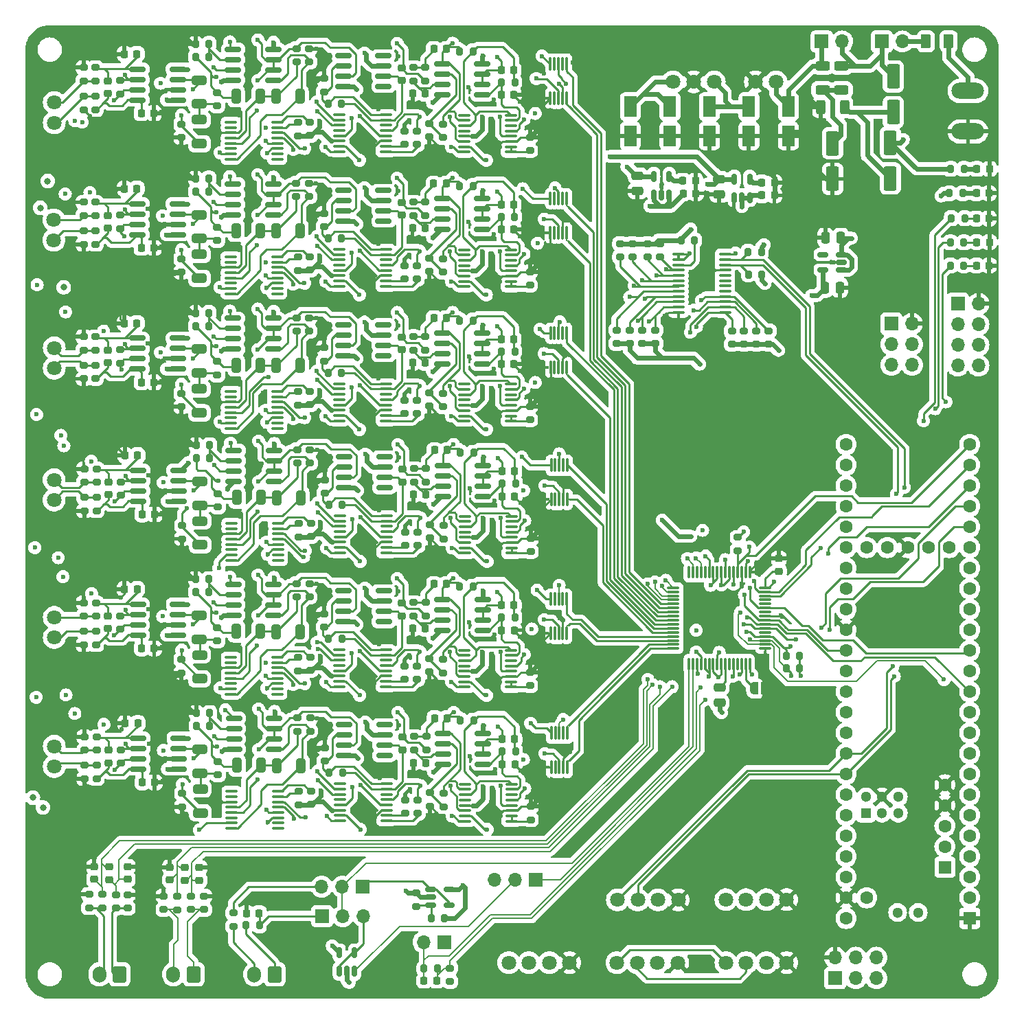
<source format=gtl>
G04 #@! TF.GenerationSoftware,KiCad,Pcbnew,8.0.3-8.0.3-0~ubuntu20.04.1*
G04 #@! TF.CreationDate,2024-09-26T03:44:40-03:00*
G04 #@! TF.ProjectId,EEG_board,4545475f-626f-4617-9264-2e6b69636164,rev?*
G04 #@! TF.SameCoordinates,Original*
G04 #@! TF.FileFunction,Copper,L1,Top*
G04 #@! TF.FilePolarity,Positive*
%FSLAX46Y46*%
G04 Gerber Fmt 4.6, Leading zero omitted, Abs format (unit mm)*
G04 Created by KiCad (PCBNEW 8.0.3-8.0.3-0~ubuntu20.04.1) date 2024-09-26 03:44:40*
%MOMM*%
%LPD*%
G01*
G04 APERTURE LIST*
G04 Aperture macros list*
%AMRoundRect*
0 Rectangle with rounded corners*
0 $1 Rounding radius*
0 $2 $3 $4 $5 $6 $7 $8 $9 X,Y pos of 4 corners*
0 Add a 4 corners polygon primitive as box body*
4,1,4,$2,$3,$4,$5,$6,$7,$8,$9,$2,$3,0*
0 Add four circle primitives for the rounded corners*
1,1,$1+$1,$2,$3*
1,1,$1+$1,$4,$5*
1,1,$1+$1,$6,$7*
1,1,$1+$1,$8,$9*
0 Add four rect primitives between the rounded corners*
20,1,$1+$1,$2,$3,$4,$5,0*
20,1,$1+$1,$4,$5,$6,$7,0*
20,1,$1+$1,$6,$7,$8,$9,0*
20,1,$1+$1,$8,$9,$2,$3,0*%
%AMFreePoly0*
4,1,19,0.500000,-0.750000,0.000000,-0.750000,0.000000,-0.744911,-0.071157,-0.744911,-0.207708,-0.704816,-0.327430,-0.627875,-0.420627,-0.520320,-0.479746,-0.390866,-0.500000,-0.250000,-0.500000,0.250000,-0.479746,0.390866,-0.420627,0.520320,-0.327430,0.627875,-0.207708,0.704816,-0.071157,0.744911,0.000000,0.744911,0.000000,0.750000,0.500000,0.750000,0.500000,-0.750000,0.500000,-0.750000,
$1*%
%AMFreePoly1*
4,1,19,0.000000,0.744911,0.071157,0.744911,0.207708,0.704816,0.327430,0.627875,0.420627,0.520320,0.479746,0.390866,0.500000,0.250000,0.500000,-0.250000,0.479746,-0.390866,0.420627,-0.520320,0.327430,-0.627875,0.207708,-0.704816,0.071157,-0.744911,0.000000,-0.744911,0.000000,-0.750000,-0.500000,-0.750000,-0.500000,0.750000,0.000000,0.750000,0.000000,0.744911,0.000000,0.744911,
$1*%
G04 Aperture macros list end*
G04 #@! TA.AperFunction,SMDPad,CuDef*
%ADD10RoundRect,0.200000X-0.275000X0.200000X-0.275000X-0.200000X0.275000X-0.200000X0.275000X0.200000X0*%
G04 #@! TD*
G04 #@! TA.AperFunction,SMDPad,CuDef*
%ADD11RoundRect,0.100000X-0.637500X-0.100000X0.637500X-0.100000X0.637500X0.100000X-0.637500X0.100000X0*%
G04 #@! TD*
G04 #@! TA.AperFunction,SMDPad,CuDef*
%ADD12RoundRect,0.200000X0.275000X-0.200000X0.275000X0.200000X-0.275000X0.200000X-0.275000X-0.200000X0*%
G04 #@! TD*
G04 #@! TA.AperFunction,SMDPad,CuDef*
%ADD13RoundRect,0.200000X-0.200000X-0.275000X0.200000X-0.275000X0.200000X0.275000X-0.200000X0.275000X0*%
G04 #@! TD*
G04 #@! TA.AperFunction,SMDPad,CuDef*
%ADD14RoundRect,0.150000X-0.825000X-0.150000X0.825000X-0.150000X0.825000X0.150000X-0.825000X0.150000X0*%
G04 #@! TD*
G04 #@! TA.AperFunction,SMDPad,CuDef*
%ADD15RoundRect,0.200000X0.200000X0.275000X-0.200000X0.275000X-0.200000X-0.275000X0.200000X-0.275000X0*%
G04 #@! TD*
G04 #@! TA.AperFunction,ComponentPad*
%ADD16C,1.800000*%
G04 #@! TD*
G04 #@! TA.AperFunction,SMDPad,CuDef*
%ADD17RoundRect,0.225000X0.250000X-0.225000X0.250000X0.225000X-0.250000X0.225000X-0.250000X-0.225000X0*%
G04 #@! TD*
G04 #@! TA.AperFunction,SMDPad,CuDef*
%ADD18RoundRect,0.225000X-0.225000X-0.250000X0.225000X-0.250000X0.225000X0.250000X-0.225000X0.250000X0*%
G04 #@! TD*
G04 #@! TA.AperFunction,ComponentPad*
%ADD19RoundRect,0.250000X0.600000X0.750000X-0.600000X0.750000X-0.600000X-0.750000X0.600000X-0.750000X0*%
G04 #@! TD*
G04 #@! TA.AperFunction,ComponentPad*
%ADD20O,1.700000X2.000000*%
G04 #@! TD*
G04 #@! TA.AperFunction,ComponentPad*
%ADD21R,1.700000X1.700000*%
G04 #@! TD*
G04 #@! TA.AperFunction,ComponentPad*
%ADD22O,1.700000X1.700000*%
G04 #@! TD*
G04 #@! TA.AperFunction,SMDPad,CuDef*
%ADD23RoundRect,0.218750X0.218750X0.256250X-0.218750X0.256250X-0.218750X-0.256250X0.218750X-0.256250X0*%
G04 #@! TD*
G04 #@! TA.AperFunction,SMDPad,CuDef*
%ADD24RoundRect,0.250000X-0.650000X0.325000X-0.650000X-0.325000X0.650000X-0.325000X0.650000X0.325000X0*%
G04 #@! TD*
G04 #@! TA.AperFunction,SMDPad,CuDef*
%ADD25RoundRect,0.250000X-0.312500X-0.625000X0.312500X-0.625000X0.312500X0.625000X-0.312500X0.625000X0*%
G04 #@! TD*
G04 #@! TA.AperFunction,SMDPad,CuDef*
%ADD26RoundRect,0.225000X0.225000X0.250000X-0.225000X0.250000X-0.225000X-0.250000X0.225000X-0.250000X0*%
G04 #@! TD*
G04 #@! TA.AperFunction,SMDPad,CuDef*
%ADD27RoundRect,0.250000X-0.550000X1.250000X-0.550000X-1.250000X0.550000X-1.250000X0.550000X1.250000X0*%
G04 #@! TD*
G04 #@! TA.AperFunction,SMDPad,CuDef*
%ADD28RoundRect,0.250000X-0.325000X-0.650000X0.325000X-0.650000X0.325000X0.650000X-0.325000X0.650000X0*%
G04 #@! TD*
G04 #@! TA.AperFunction,SMDPad,CuDef*
%ADD29FreePoly0,180.000000*%
G04 #@! TD*
G04 #@! TA.AperFunction,SMDPad,CuDef*
%ADD30FreePoly1,180.000000*%
G04 #@! TD*
G04 #@! TA.AperFunction,SMDPad,CuDef*
%ADD31RoundRect,0.150000X0.150000X-0.512500X0.150000X0.512500X-0.150000X0.512500X-0.150000X-0.512500X0*%
G04 #@! TD*
G04 #@! TA.AperFunction,SMDPad,CuDef*
%ADD32RoundRect,0.250000X-0.475000X0.250000X-0.475000X-0.250000X0.475000X-0.250000X0.475000X0.250000X0*%
G04 #@! TD*
G04 #@! TA.AperFunction,SMDPad,CuDef*
%ADD33RoundRect,0.250000X-0.550000X1.050000X-0.550000X-1.050000X0.550000X-1.050000X0.550000X1.050000X0*%
G04 #@! TD*
G04 #@! TA.AperFunction,SMDPad,CuDef*
%ADD34RoundRect,0.087500X0.087500X-0.725000X0.087500X0.725000X-0.087500X0.725000X-0.087500X-0.725000X0*%
G04 #@! TD*
G04 #@! TA.AperFunction,ComponentPad*
%ADD35R,1.600000X1.600000*%
G04 #@! TD*
G04 #@! TA.AperFunction,ComponentPad*
%ADD36C,1.600000*%
G04 #@! TD*
G04 #@! TA.AperFunction,ComponentPad*
%ADD37R,1.300000X1.300000*%
G04 #@! TD*
G04 #@! TA.AperFunction,ComponentPad*
%ADD38C,1.300000*%
G04 #@! TD*
G04 #@! TA.AperFunction,SMDPad,CuDef*
%ADD39RoundRect,0.250000X0.550000X-1.050000X0.550000X1.050000X-0.550000X1.050000X-0.550000X-1.050000X0*%
G04 #@! TD*
G04 #@! TA.AperFunction,SMDPad,CuDef*
%ADD40RoundRect,0.150000X-0.512500X-0.150000X0.512500X-0.150000X0.512500X0.150000X-0.512500X0.150000X0*%
G04 #@! TD*
G04 #@! TA.AperFunction,ComponentPad*
%ADD41O,4.000000X2.000000*%
G04 #@! TD*
G04 #@! TA.AperFunction,SMDPad,CuDef*
%ADD42RoundRect,0.225000X-0.250000X0.225000X-0.250000X-0.225000X0.250000X-0.225000X0.250000X0.225000X0*%
G04 #@! TD*
G04 #@! TA.AperFunction,SMDPad,CuDef*
%ADD43RoundRect,0.250000X-0.625000X0.312500X-0.625000X-0.312500X0.625000X-0.312500X0.625000X0.312500X0*%
G04 #@! TD*
G04 #@! TA.AperFunction,SMDPad,CuDef*
%ADD44RoundRect,0.250000X0.250000X0.475000X-0.250000X0.475000X-0.250000X-0.475000X0.250000X-0.475000X0*%
G04 #@! TD*
G04 #@! TA.AperFunction,SMDPad,CuDef*
%ADD45RoundRect,0.250000X0.625000X-0.312500X0.625000X0.312500X-0.625000X0.312500X-0.625000X-0.312500X0*%
G04 #@! TD*
G04 #@! TA.AperFunction,SMDPad,CuDef*
%ADD46RoundRect,0.075000X-0.662500X-0.075000X0.662500X-0.075000X0.662500X0.075000X-0.662500X0.075000X0*%
G04 #@! TD*
G04 #@! TA.AperFunction,SMDPad,CuDef*
%ADD47RoundRect,0.075000X-0.075000X-0.662500X0.075000X-0.662500X0.075000X0.662500X-0.075000X0.662500X0*%
G04 #@! TD*
G04 #@! TA.AperFunction,SMDPad,CuDef*
%ADD48RoundRect,0.250000X0.375000X0.625000X-0.375000X0.625000X-0.375000X-0.625000X0.375000X-0.625000X0*%
G04 #@! TD*
G04 #@! TA.AperFunction,SMDPad,CuDef*
%ADD49RoundRect,0.250000X-0.250000X-0.475000X0.250000X-0.475000X0.250000X0.475000X-0.250000X0.475000X0*%
G04 #@! TD*
G04 #@! TA.AperFunction,SMDPad,CuDef*
%ADD50RoundRect,0.150000X0.512500X0.150000X-0.512500X0.150000X-0.512500X-0.150000X0.512500X-0.150000X0*%
G04 #@! TD*
G04 #@! TA.AperFunction,ViaPad*
%ADD51C,0.600000*%
G04 #@! TD*
G04 #@! TA.AperFunction,ViaPad*
%ADD52C,0.800000*%
G04 #@! TD*
G04 #@! TA.AperFunction,Conductor*
%ADD53C,0.254000*%
G04 #@! TD*
G04 #@! TA.AperFunction,Conductor*
%ADD54C,0.609600*%
G04 #@! TD*
G04 #@! TA.AperFunction,Conductor*
%ADD55C,0.250000*%
G04 #@! TD*
G04 #@! TA.AperFunction,Conductor*
%ADD56C,0.203200*%
G04 #@! TD*
G04 #@! TA.AperFunction,Conductor*
%ADD57C,0.200000*%
G04 #@! TD*
G04 APERTURE END LIST*
D10*
X40670000Y-78920000D03*
X40670000Y-80570000D03*
D11*
X83187928Y-116030000D03*
X83187928Y-116680000D03*
X83187928Y-117330000D03*
X83187928Y-117980000D03*
X83187928Y-118630000D03*
X83187928Y-119280000D03*
X83187928Y-119930000D03*
X83187928Y-120580000D03*
X88912928Y-120580000D03*
X88912928Y-119930000D03*
X88912928Y-119280000D03*
X88912928Y-118630000D03*
X88912928Y-117980000D03*
X88912928Y-117330000D03*
X88912928Y-116680000D03*
X88912928Y-116030000D03*
D12*
X37676464Y-99078822D03*
X37676464Y-97428822D03*
D13*
X66345000Y-131115000D03*
X67995000Y-131115000D03*
D12*
X77142500Y-164135000D03*
X77142500Y-162485000D03*
D14*
X42845000Y-126865000D03*
X42845000Y-128135000D03*
X42845000Y-129405000D03*
X42845000Y-130675000D03*
X47795000Y-130675000D03*
X47795000Y-129405000D03*
X47795000Y-128135000D03*
X47795000Y-126865000D03*
D12*
X36195000Y-128340000D03*
X36195000Y-126690000D03*
X36170000Y-78970000D03*
X36170000Y-77320000D03*
X78791464Y-102438822D03*
X78791464Y-100788822D03*
D15*
X51725000Y-141890000D03*
X50075000Y-141890000D03*
D16*
X121540000Y-62465000D03*
X119000000Y-62465000D03*
X113920000Y-62465000D03*
X111380000Y-62465000D03*
X108840000Y-62465000D03*
D13*
X109835000Y-82010000D03*
X111485000Y-82010000D03*
D14*
X68201464Y-92423822D03*
X68201464Y-93693822D03*
X68201464Y-94963822D03*
X68201464Y-96233822D03*
X73151464Y-96233822D03*
X73151464Y-94963822D03*
X73151464Y-93693822D03*
X73151464Y-92423822D03*
D17*
X39370000Y-160805000D03*
X39370000Y-159255000D03*
D14*
X80375000Y-60290000D03*
X80375000Y-61560000D03*
X80375000Y-62830000D03*
X80375000Y-64100000D03*
X85325000Y-64100000D03*
X85325000Y-62830000D03*
X85325000Y-61560000D03*
X85325000Y-60290000D03*
D18*
X43320000Y-132315000D03*
X44870000Y-132315000D03*
D13*
X82625000Y-141220000D03*
X84275000Y-141220000D03*
D17*
X75462928Y-111780000D03*
X75462928Y-110230000D03*
D14*
X80462928Y-109750000D03*
X80462928Y-111020000D03*
X80462928Y-112290000D03*
X80462928Y-113560000D03*
X85412928Y-113560000D03*
X85412928Y-112290000D03*
X85412928Y-111020000D03*
X85412928Y-109750000D03*
D11*
X83120000Y-132540000D03*
X83120000Y-133190000D03*
X83120000Y-133840000D03*
X83120000Y-134490000D03*
X83120000Y-135140000D03*
X83120000Y-135790000D03*
X83120000Y-136440000D03*
X83120000Y-137090000D03*
X88845000Y-137090000D03*
X88845000Y-136440000D03*
X88845000Y-135790000D03*
X88845000Y-135140000D03*
X88845000Y-134490000D03*
X88845000Y-133840000D03*
X88845000Y-133190000D03*
X88845000Y-132540000D03*
D19*
X40610000Y-172500000D03*
D20*
X38110000Y-172500000D03*
D10*
X75850000Y-151015000D03*
X75850000Y-152665000D03*
X37762928Y-110180000D03*
X37762928Y-111830000D03*
D13*
X82520000Y-75330000D03*
X84170000Y-75330000D03*
D14*
X54601464Y-91623822D03*
X54601464Y-92893822D03*
X54601464Y-94163822D03*
X54601464Y-95433822D03*
X59551464Y-95433822D03*
X59551464Y-94163822D03*
X59551464Y-92893822D03*
X59551464Y-91623822D03*
D17*
X41600000Y-160775000D03*
X41600000Y-159225000D03*
D21*
X128830000Y-172980000D03*
D22*
X128830000Y-170440000D03*
X131370000Y-172980000D03*
X131370000Y-170440000D03*
X133910000Y-172980000D03*
X133910000Y-170440000D03*
D23*
X147837500Y-82240000D03*
X146262500Y-82240000D03*
D13*
X118115000Y-86220000D03*
X119765000Y-86220000D03*
D24*
X50450000Y-67150000D03*
X50450000Y-70100000D03*
D25*
X127057500Y-65570000D03*
X129982500Y-65570000D03*
D12*
X80577928Y-118815000D03*
X80577928Y-117165000D03*
D14*
X54687928Y-107900000D03*
X54687928Y-109170000D03*
X54687928Y-110440000D03*
X54687928Y-111710000D03*
X59637928Y-111710000D03*
X59637928Y-110440000D03*
X59637928Y-109170000D03*
X59637928Y-107900000D03*
D12*
X78410000Y-144835000D03*
X78410000Y-143185000D03*
D10*
X76870000Y-126665000D03*
X76870000Y-128315000D03*
D15*
X51712928Y-108860000D03*
X50062928Y-108860000D03*
D12*
X78790000Y-69255000D03*
X78790000Y-67605000D03*
D14*
X42925000Y-143385000D03*
X42925000Y-144655000D03*
X42925000Y-145925000D03*
X42925000Y-147195000D03*
X47875000Y-147195000D03*
X47875000Y-145925000D03*
X47875000Y-144655000D03*
X47875000Y-143385000D03*
D13*
X143135000Y-79290000D03*
X144785000Y-79290000D03*
D26*
X78265000Y-63920000D03*
X76715000Y-63920000D03*
X78365000Y-146410000D03*
X76815000Y-146410000D03*
D12*
X37775000Y-148385000D03*
X37775000Y-146735000D03*
D10*
X65820000Y-128045000D03*
X65820000Y-129695000D03*
D26*
X42751464Y-92228822D03*
X41201464Y-92228822D03*
D16*
X32550000Y-146880000D03*
X32550000Y-144380000D03*
D13*
X50062928Y-107260000D03*
X51712928Y-107260000D03*
D27*
X128510000Y-70040000D03*
X128510000Y-74440000D03*
D10*
X77250000Y-68525000D03*
X77250000Y-70175000D03*
D11*
X83095000Y-83170000D03*
X83095000Y-83820000D03*
X83095000Y-84470000D03*
X83095000Y-85120000D03*
X83095000Y-85770000D03*
X83095000Y-86420000D03*
X83095000Y-87070000D03*
X83095000Y-87720000D03*
X88820000Y-87720000D03*
X88820000Y-87070000D03*
X88820000Y-86420000D03*
X88820000Y-85770000D03*
X88820000Y-85120000D03*
X88820000Y-84470000D03*
X88820000Y-83820000D03*
X88820000Y-83170000D03*
D24*
X50451464Y-100333822D03*
X50451464Y-103283822D03*
D17*
X75376464Y-95503822D03*
X75376464Y-93953822D03*
D10*
X37670000Y-77320000D03*
X37670000Y-78970000D03*
D12*
X80485000Y-85955000D03*
X80485000Y-84305000D03*
X78311464Y-95528822D03*
X78311464Y-93878822D03*
D27*
X135990000Y-61810000D03*
X135990000Y-66210000D03*
D16*
X32540000Y-114030000D03*
X32540000Y-111530000D03*
D18*
X43400000Y-148835000D03*
X44950000Y-148835000D03*
D24*
X50426464Y-95433822D03*
X50426464Y-98383822D03*
X50512928Y-111710000D03*
X50512928Y-114660000D03*
D10*
X40675000Y-62320000D03*
X40675000Y-63970000D03*
D12*
X107190000Y-84065000D03*
X107190000Y-82415000D03*
D21*
X135745000Y-92295000D03*
D22*
X138285000Y-92295000D03*
X135745000Y-94835000D03*
X138285000Y-94835000D03*
X135745000Y-97375000D03*
X138285000Y-97375000D03*
D13*
X82612928Y-108190000D03*
X84262928Y-108190000D03*
D15*
X89412928Y-111985000D03*
X87762928Y-111985000D03*
D26*
X42745000Y-75645000D03*
X41195000Y-75645000D03*
D11*
X54400428Y-116910000D03*
X54400428Y-117560000D03*
X54400428Y-118210000D03*
X54400428Y-118860000D03*
X54400428Y-119510000D03*
X54400428Y-120160000D03*
X54400428Y-120810000D03*
X54400428Y-121460000D03*
X60125428Y-121460000D03*
X60125428Y-120810000D03*
X60125428Y-120160000D03*
X60125428Y-119510000D03*
X60125428Y-118860000D03*
X60125428Y-118210000D03*
X60125428Y-117560000D03*
X60125428Y-116910000D03*
D14*
X80376464Y-93473822D03*
X80376464Y-94743822D03*
X80376464Y-96013822D03*
X80376464Y-97283822D03*
X85326464Y-97283822D03*
X85326464Y-96013822D03*
X85326464Y-94743822D03*
X85326464Y-93473822D03*
D10*
X40695000Y-128290000D03*
X40695000Y-129940000D03*
D17*
X75375000Y-62320000D03*
X75375000Y-60770000D03*
D15*
X80685000Y-165560000D03*
X79035000Y-165560000D03*
D28*
X59900000Y-64275000D03*
X62850000Y-64275000D03*
D29*
X120160000Y-137260000D03*
D30*
X118860000Y-137260000D03*
D18*
X79422928Y-107880000D03*
X80972928Y-107880000D03*
D12*
X36195000Y-131865000D03*
X36195000Y-130215000D03*
D11*
X67685450Y-83115000D03*
X67685450Y-83765000D03*
X67685450Y-84415000D03*
X67685450Y-85065000D03*
X67685450Y-85715000D03*
X67685450Y-86365000D03*
X67685450Y-87015000D03*
X67685450Y-87665000D03*
X73410450Y-87665000D03*
X73410450Y-87015000D03*
X73410450Y-86365000D03*
X73410450Y-85715000D03*
X73410450Y-85065000D03*
X73410450Y-84415000D03*
X73410450Y-83765000D03*
X73410450Y-83115000D03*
D26*
X42770000Y-125015000D03*
X41220000Y-125015000D03*
D31*
X67687500Y-172117500D03*
X68637500Y-172117500D03*
X69587500Y-172117500D03*
X69587500Y-169842500D03*
X67687500Y-169842500D03*
D21*
X70610000Y-161690000D03*
D22*
X68070000Y-161690000D03*
X65530000Y-161690000D03*
D24*
X50445000Y-83750000D03*
X50445000Y-86700000D03*
D12*
X37695000Y-131865000D03*
X37695000Y-130215000D03*
X41595000Y-164335000D03*
X41595000Y-162685000D03*
D13*
X82525000Y-58730000D03*
X84175000Y-58730000D03*
D28*
X59987928Y-113735000D03*
X62937928Y-113735000D03*
D14*
X68300000Y-141730000D03*
X68300000Y-143000000D03*
X68300000Y-144270000D03*
X68300000Y-145540000D03*
X73250000Y-145540000D03*
X73250000Y-144270000D03*
X73250000Y-143000000D03*
X73250000Y-141730000D03*
D18*
X79336464Y-91603822D03*
X80886464Y-91603822D03*
D13*
X66425000Y-147635000D03*
X68075000Y-147635000D03*
D16*
X101920000Y-171055000D03*
X104420000Y-171055000D03*
X106920000Y-171055000D03*
X109420000Y-171055000D03*
D10*
X36845000Y-162645000D03*
X36845000Y-164295000D03*
X65900000Y-144565000D03*
X65900000Y-146215000D03*
X46030000Y-162845000D03*
X46030000Y-164495000D03*
X64100000Y-140865000D03*
X64100000Y-142515000D03*
D28*
X60000000Y-146765000D03*
X62950000Y-146765000D03*
D10*
X91300000Y-151790000D03*
X91300000Y-153440000D03*
D32*
X114540000Y-74450000D03*
X114540000Y-76350000D03*
D18*
X87762928Y-113560000D03*
X89312928Y-113560000D03*
D33*
X103580000Y-65540000D03*
X103580000Y-69140000D03*
D34*
X93725000Y-64492500D03*
X94225000Y-64492500D03*
X94725000Y-64492500D03*
X95225000Y-64492500D03*
X95725000Y-64492500D03*
X95725000Y-60267500D03*
X95225000Y-60267500D03*
X94725000Y-60267500D03*
X94225000Y-60267500D03*
X93725000Y-60267500D03*
D24*
X50525000Y-144740000D03*
X50525000Y-147690000D03*
D32*
X104470000Y-74020000D03*
X104470000Y-75920000D03*
D10*
X65887928Y-111535000D03*
X65887928Y-113185000D03*
D35*
X145410800Y-165599200D03*
D36*
X145410800Y-163059200D03*
X145410800Y-160519200D03*
X145410800Y-157979200D03*
X145410800Y-155439200D03*
X145410800Y-152899200D03*
X145410800Y-150359200D03*
X145410800Y-147819200D03*
X145410800Y-145279200D03*
X145410800Y-142739200D03*
X145410800Y-140199200D03*
X145410800Y-137659200D03*
X145410800Y-135119200D03*
X145410800Y-132579200D03*
X145410800Y-130039200D03*
X145410800Y-127499200D03*
X145410800Y-124959200D03*
X145410800Y-122419200D03*
X145410800Y-119879200D03*
X145410800Y-117339200D03*
X145410800Y-114799200D03*
X145410800Y-112259200D03*
X145410800Y-109719200D03*
X145410800Y-107179200D03*
X130170800Y-107179200D03*
X130170800Y-109719200D03*
X130170800Y-112259200D03*
X130170800Y-114799200D03*
X130170800Y-117339200D03*
X130170800Y-119879200D03*
X130170800Y-122419200D03*
X130170800Y-124959200D03*
X130170800Y-127499200D03*
X130170800Y-130039200D03*
X130170800Y-132579200D03*
X130170800Y-135119200D03*
X130170800Y-137659200D03*
X130170800Y-140199200D03*
X130170800Y-142739200D03*
X130170800Y-145279200D03*
X130170800Y-147819200D03*
X130170800Y-150359200D03*
X130170800Y-152899200D03*
X130170800Y-155439200D03*
X130170800Y-157979200D03*
X130170800Y-160519200D03*
X130170800Y-163059200D03*
X130170800Y-165599200D03*
X132710800Y-163059200D03*
X142870800Y-119879200D03*
X140330800Y-119879200D03*
X137790800Y-119879200D03*
X135250800Y-119879200D03*
X132710800Y-119879200D03*
D35*
X142360000Y-159300000D03*
D36*
X142360000Y-156760000D03*
X142360000Y-154220000D03*
X142360000Y-151680000D03*
X142360000Y-149140000D03*
D37*
X132609200Y-152629200D03*
D38*
X134609200Y-152629200D03*
X136609200Y-152629200D03*
X136609200Y-150629200D03*
X134609200Y-150629200D03*
X132609200Y-150629200D03*
X136520800Y-164869200D03*
X139060800Y-164869200D03*
D10*
X91195000Y-85900000D03*
X91195000Y-87550000D03*
D28*
X54975000Y-64225000D03*
X57925000Y-64225000D03*
D10*
X91287928Y-118760000D03*
X91287928Y-120410000D03*
X64110000Y-133395000D03*
X64110000Y-135045000D03*
X40676464Y-95503822D03*
X40676464Y-97153822D03*
D26*
X89206464Y-94203822D03*
X87656464Y-94203822D03*
D15*
X89326464Y-95708822D03*
X87676464Y-95708822D03*
D11*
X83100000Y-66570000D03*
X83100000Y-67220000D03*
X83100000Y-67870000D03*
X83100000Y-68520000D03*
X83100000Y-69170000D03*
X83100000Y-69820000D03*
X83100000Y-70470000D03*
X83100000Y-71120000D03*
X88825000Y-71120000D03*
X88825000Y-70470000D03*
X88825000Y-69820000D03*
X88825000Y-69170000D03*
X88825000Y-68520000D03*
X88825000Y-67870000D03*
X88825000Y-67220000D03*
X88825000Y-66570000D03*
D24*
X50470000Y-133120000D03*
X50470000Y-136070000D03*
D12*
X36262928Y-111830000D03*
X36262928Y-110180000D03*
X48312928Y-118810000D03*
X48312928Y-117160000D03*
D39*
X118190000Y-69140000D03*
X118190000Y-65540000D03*
D10*
X37775000Y-143210000D03*
X37775000Y-144860000D03*
D40*
X78947500Y-162050000D03*
X78947500Y-163000000D03*
X78947500Y-163950000D03*
X81222500Y-163950000D03*
X81222500Y-162050000D03*
D12*
X36176464Y-95553822D03*
X36176464Y-93903822D03*
D17*
X50460000Y-160895000D03*
X50460000Y-159345000D03*
D28*
X55062928Y-113685000D03*
X58012928Y-113685000D03*
D21*
X127165000Y-57500000D03*
D22*
X129705000Y-57500000D03*
D10*
X64190000Y-149915000D03*
X64190000Y-151565000D03*
X40762928Y-111780000D03*
X40762928Y-113430000D03*
D13*
X118085000Y-83430000D03*
X119735000Y-83430000D03*
D19*
X49740000Y-172500000D03*
D20*
X47240000Y-172500000D03*
D14*
X54620000Y-124410000D03*
X54620000Y-125680000D03*
X54620000Y-126950000D03*
X54620000Y-128220000D03*
X59570000Y-128220000D03*
X59570000Y-126950000D03*
X59570000Y-125680000D03*
X59570000Y-124410000D03*
D10*
X91200000Y-69300000D03*
X91200000Y-70950000D03*
D13*
X143042500Y-85120000D03*
X144692500Y-85120000D03*
D10*
X64090000Y-67425000D03*
X64090000Y-69075000D03*
X105060000Y-93075000D03*
X105060000Y-94725000D03*
X77270000Y-134495000D03*
X77270000Y-136145000D03*
D12*
X48325000Y-151840000D03*
X48325000Y-150190000D03*
D28*
X59901464Y-97458822D03*
X62851464Y-97458822D03*
D10*
X40775000Y-144810000D03*
X40775000Y-146460000D03*
D15*
X89320000Y-79125000D03*
X87670000Y-79125000D03*
D33*
X123060000Y-65540000D03*
X123060000Y-69140000D03*
D10*
X75837928Y-117985000D03*
X75837928Y-119635000D03*
D18*
X87670000Y-80700000D03*
X89220000Y-80700000D03*
D11*
X83101464Y-99753822D03*
X83101464Y-100403822D03*
X83101464Y-101053822D03*
X83101464Y-101703822D03*
X83101464Y-102353822D03*
X83101464Y-103003822D03*
X83101464Y-103653822D03*
X83101464Y-104303822D03*
X88826464Y-104303822D03*
X88826464Y-103653822D03*
X88826464Y-103003822D03*
X88826464Y-102353822D03*
X88826464Y-101703822D03*
X88826464Y-101053822D03*
X88826464Y-100403822D03*
X88826464Y-99753822D03*
D12*
X78785000Y-85855000D03*
X78785000Y-84205000D03*
X36275000Y-148385000D03*
X36275000Y-146735000D03*
D16*
X115350000Y-171055000D03*
X117850000Y-171055000D03*
X120350000Y-171055000D03*
X122850000Y-171055000D03*
D12*
X52712928Y-114885000D03*
X52712928Y-113235000D03*
D41*
X145200000Y-63580000D03*
X145200000Y-68580000D03*
D12*
X37762928Y-115355000D03*
X37762928Y-113705000D03*
D42*
X39195000Y-128340000D03*
X39195000Y-129890000D03*
D10*
X75751464Y-101708822D03*
X75751464Y-103358822D03*
D21*
X143950000Y-89840000D03*
D22*
X146490000Y-89840000D03*
X143950000Y-92380000D03*
X146490000Y-92380000D03*
X143950000Y-94920000D03*
X146490000Y-94920000D03*
X143950000Y-97460000D03*
X146490000Y-97460000D03*
D43*
X129620000Y-60537500D03*
X129620000Y-63462500D03*
D10*
X106650000Y-93075000D03*
X106650000Y-94725000D03*
D18*
X110065000Y-74670000D03*
X111615000Y-74670000D03*
D13*
X66325000Y-65145000D03*
X67975000Y-65145000D03*
D17*
X75395000Y-128290000D03*
X75395000Y-126740000D03*
D11*
X67690450Y-66515000D03*
X67690450Y-67165000D03*
X67690450Y-67815000D03*
X67690450Y-68465000D03*
X67690450Y-69115000D03*
X67690450Y-69765000D03*
X67690450Y-70415000D03*
X67690450Y-71065000D03*
X73415450Y-71065000D03*
X73415450Y-70415000D03*
X73415450Y-69765000D03*
X73415450Y-69115000D03*
X73415450Y-68465000D03*
X73415450Y-67815000D03*
X73415450Y-67165000D03*
X73415450Y-66515000D03*
D14*
X54700000Y-140930000D03*
X54700000Y-142200000D03*
X54700000Y-143470000D03*
X54700000Y-144740000D03*
X59650000Y-144740000D03*
X59650000Y-143470000D03*
X59650000Y-142200000D03*
X59650000Y-140930000D03*
D11*
X54307500Y-84050000D03*
X54307500Y-84700000D03*
X54307500Y-85350000D03*
X54307500Y-86000000D03*
X54307500Y-86650000D03*
X54307500Y-87300000D03*
X54307500Y-87950000D03*
X54307500Y-88600000D03*
X60032500Y-88600000D03*
X60032500Y-87950000D03*
X60032500Y-87300000D03*
X60032500Y-86650000D03*
X60032500Y-86000000D03*
X60032500Y-85350000D03*
X60032500Y-84700000D03*
X60032500Y-84050000D03*
D28*
X59895000Y-80875000D03*
X62845000Y-80875000D03*
D10*
X40135000Y-162700000D03*
X40135000Y-164350000D03*
D16*
X88580000Y-171055000D03*
X91080000Y-171055000D03*
X93580000Y-171055000D03*
X96080000Y-171055000D03*
D24*
X50445000Y-128220000D03*
X50445000Y-131170000D03*
D26*
X89305000Y-143510000D03*
X87755000Y-143510000D03*
D10*
X64020000Y-124345000D03*
X64020000Y-125995000D03*
D18*
X79355000Y-124390000D03*
X80905000Y-124390000D03*
D12*
X52620000Y-82025000D03*
X52620000Y-80375000D03*
D18*
X119780000Y-74870000D03*
X121330000Y-74870000D03*
D10*
X81350000Y-171725000D03*
X81350000Y-173375000D03*
D11*
X83200000Y-149060000D03*
X83200000Y-149710000D03*
X83200000Y-150360000D03*
X83200000Y-151010000D03*
X83200000Y-151660000D03*
X83200000Y-152310000D03*
X83200000Y-152960000D03*
X83200000Y-153610000D03*
X88925000Y-153610000D03*
X88925000Y-152960000D03*
X88925000Y-152310000D03*
X88925000Y-151660000D03*
X88925000Y-151010000D03*
X88925000Y-150360000D03*
X88925000Y-149710000D03*
X88925000Y-149060000D03*
D18*
X87775000Y-146590000D03*
X89325000Y-146590000D03*
D13*
X49975000Y-57800000D03*
X51625000Y-57800000D03*
D10*
X76851464Y-93878822D03*
X76851464Y-95528822D03*
D12*
X48225000Y-69350000D03*
X48225000Y-67700000D03*
D26*
X78260000Y-80520000D03*
X76710000Y-80520000D03*
X89200000Y-77620000D03*
X87650000Y-77620000D03*
D18*
X87676464Y-97283822D03*
X89226464Y-97283822D03*
D12*
X54640000Y-166585000D03*
X54640000Y-164935000D03*
D10*
X91220000Y-135270000D03*
X91220000Y-136920000D03*
D18*
X78140000Y-173280000D03*
X79690000Y-173280000D03*
D13*
X56205000Y-166470000D03*
X57855000Y-166470000D03*
D21*
X134575000Y-57500000D03*
D22*
X137115000Y-57500000D03*
D14*
X80395000Y-126260000D03*
X80395000Y-127530000D03*
X80395000Y-128800000D03*
X80395000Y-130070000D03*
X85345000Y-130070000D03*
X85345000Y-128800000D03*
X85345000Y-127530000D03*
X85345000Y-126260000D03*
D12*
X80590000Y-151845000D03*
X80590000Y-150195000D03*
D19*
X59730000Y-172500000D03*
D20*
X57230000Y-172500000D03*
D18*
X56255000Y-164960000D03*
X57805000Y-164960000D03*
D44*
X129512500Y-81687500D03*
X127612500Y-81687500D03*
D12*
X62420000Y-125995000D03*
X62420000Y-124345000D03*
D10*
X103470000Y-93075000D03*
X103470000Y-94725000D03*
X76850000Y-60695000D03*
X76850000Y-62345000D03*
X119120000Y-93195000D03*
X119120000Y-94845000D03*
D34*
X93726464Y-97676322D03*
X94226464Y-97676322D03*
X94726464Y-97676322D03*
X95226464Y-97676322D03*
X95726464Y-97676322D03*
X95726464Y-93451322D03*
X95226464Y-93451322D03*
X94726464Y-93451322D03*
X94226464Y-93451322D03*
X93726464Y-93451322D03*
X93825000Y-146982500D03*
X94325000Y-146982500D03*
X94825000Y-146982500D03*
X95325000Y-146982500D03*
X95825000Y-146982500D03*
X95825000Y-142757500D03*
X95325000Y-142757500D03*
X94825000Y-142757500D03*
X94325000Y-142757500D03*
X93825000Y-142757500D03*
D12*
X78305000Y-78945000D03*
X78305000Y-77295000D03*
D13*
X66320000Y-81745000D03*
X67970000Y-81745000D03*
D12*
X36175000Y-65895000D03*
X36175000Y-64245000D03*
D16*
X115350000Y-163295000D03*
X117850000Y-163295000D03*
X120350000Y-163295000D03*
X122850000Y-163295000D03*
D12*
X36262928Y-115355000D03*
X36262928Y-113705000D03*
D45*
X127260000Y-63442500D03*
X127260000Y-60517500D03*
D34*
X93720000Y-81092500D03*
X94220000Y-81092500D03*
X94720000Y-81092500D03*
X95220000Y-81092500D03*
X95720000Y-81092500D03*
X95720000Y-76867500D03*
X95220000Y-76867500D03*
X94720000Y-76867500D03*
X94220000Y-76867500D03*
X93720000Y-76867500D03*
D27*
X135630000Y-69970000D03*
X135630000Y-74370000D03*
D15*
X79765000Y-171760000D03*
X78115000Y-171760000D03*
D23*
X147807500Y-85120000D03*
X146232500Y-85120000D03*
D14*
X42825000Y-60895000D03*
X42825000Y-62165000D03*
X42825000Y-63435000D03*
X42825000Y-64705000D03*
X47775000Y-64705000D03*
X47775000Y-63435000D03*
X47775000Y-62165000D03*
X47775000Y-60895000D03*
X54595000Y-75040000D03*
X54595000Y-76310000D03*
X54595000Y-77580000D03*
X54595000Y-78850000D03*
X59545000Y-78850000D03*
X59545000Y-77580000D03*
X59545000Y-76310000D03*
X59545000Y-75040000D03*
D13*
X66412928Y-114605000D03*
X68062928Y-114605000D03*
D10*
X120640000Y-93195000D03*
X120640000Y-94845000D03*
D28*
X59920000Y-130245000D03*
X62870000Y-130245000D03*
D10*
X62600000Y-67465000D03*
X62600000Y-69115000D03*
D39*
X113320000Y-69140000D03*
X113320000Y-65540000D03*
D15*
X89345000Y-128495000D03*
X87695000Y-128495000D03*
D17*
X46810000Y-160855000D03*
X46810000Y-159305000D03*
D12*
X78310000Y-62345000D03*
X78310000Y-60695000D03*
D15*
X89425000Y-145015000D03*
X87775000Y-145015000D03*
D21*
X91872500Y-160809999D03*
D22*
X89332500Y-160809999D03*
X86792500Y-160809999D03*
D11*
X54332500Y-133420000D03*
X54332500Y-134070000D03*
X54332500Y-134720000D03*
X54332500Y-135370000D03*
X54332500Y-136020000D03*
X54332500Y-136670000D03*
X54332500Y-137320000D03*
X54332500Y-137970000D03*
X60057500Y-137970000D03*
X60057500Y-137320000D03*
X60057500Y-136670000D03*
X60057500Y-136020000D03*
X60057500Y-135370000D03*
X60057500Y-134720000D03*
X60057500Y-134070000D03*
X60057500Y-133420000D03*
D17*
X37470000Y-160785000D03*
X37470000Y-159235000D03*
X121880000Y-122790000D03*
X121880000Y-121240000D03*
D10*
X77251464Y-101708822D03*
X77251464Y-103358822D03*
D23*
X147797500Y-79320000D03*
X146222500Y-79320000D03*
D10*
X76937928Y-110155000D03*
X76937928Y-111805000D03*
D31*
X116380000Y-76745000D03*
X117330000Y-76745000D03*
X118280000Y-76745000D03*
X118280000Y-74470000D03*
X116380000Y-74470000D03*
D13*
X82526464Y-91913822D03*
X84176464Y-91913822D03*
D10*
X75770000Y-134495000D03*
X75770000Y-136145000D03*
D12*
X78890000Y-151745000D03*
X78890000Y-150095000D03*
D13*
X66326464Y-98328822D03*
X67976464Y-98328822D03*
D10*
X117600000Y-93195000D03*
X117600000Y-94845000D03*
D28*
X54970000Y-80825000D03*
X57920000Y-80825000D03*
D46*
X108877500Y-124840000D03*
X108877500Y-125340000D03*
X108877500Y-125840000D03*
X108877500Y-126340000D03*
X108877500Y-126840000D03*
X108877500Y-127340000D03*
X108877500Y-127840000D03*
X108877500Y-128340000D03*
X108877500Y-128840000D03*
X108877500Y-129340000D03*
X108877500Y-129840000D03*
X108877500Y-130340000D03*
X108877500Y-130840000D03*
X108877500Y-131340000D03*
X108877500Y-131840000D03*
X108877500Y-132340000D03*
D47*
X110790000Y-134252500D03*
X111290000Y-134252500D03*
X111790000Y-134252500D03*
X112290000Y-134252500D03*
X112790000Y-134252500D03*
X113290000Y-134252500D03*
X113790000Y-134252500D03*
X114290000Y-134252500D03*
X114790000Y-134252500D03*
X115290000Y-134252500D03*
X115790000Y-134252500D03*
X116290000Y-134252500D03*
X116790000Y-134252500D03*
X117290000Y-134252500D03*
X117790000Y-134252500D03*
X118290000Y-134252500D03*
D46*
X120202500Y-132340000D03*
X120202500Y-131840000D03*
X120202500Y-131340000D03*
X120202500Y-130840000D03*
X120202500Y-130340000D03*
X120202500Y-129840000D03*
X120202500Y-129340000D03*
X120202500Y-128840000D03*
X120202500Y-128340000D03*
X120202500Y-127840000D03*
X120202500Y-127340000D03*
X120202500Y-126840000D03*
X120202500Y-126340000D03*
X120202500Y-125840000D03*
X120202500Y-125340000D03*
X120202500Y-124840000D03*
D47*
X118290000Y-122927500D03*
X117790000Y-122927500D03*
X117290000Y-122927500D03*
X116790000Y-122927500D03*
X116290000Y-122927500D03*
X115790000Y-122927500D03*
X115290000Y-122927500D03*
X114790000Y-122927500D03*
X114290000Y-122927500D03*
X113790000Y-122927500D03*
X113290000Y-122927500D03*
X112790000Y-122927500D03*
X112290000Y-122927500D03*
X111790000Y-122927500D03*
X111290000Y-122927500D03*
X110790000Y-122927500D03*
D10*
X75750000Y-68525000D03*
X75750000Y-70175000D03*
X62595000Y-84065000D03*
X62595000Y-85715000D03*
D16*
X32550000Y-130980000D03*
X32550000Y-128480000D03*
D12*
X78810000Y-135225000D03*
X78810000Y-133575000D03*
D23*
X147797500Y-76210000D03*
X146222500Y-76210000D03*
D14*
X80370000Y-76890000D03*
X80370000Y-78160000D03*
X80370000Y-79430000D03*
X80370000Y-80700000D03*
X85320000Y-80700000D03*
X85320000Y-79430000D03*
X85320000Y-78160000D03*
X85320000Y-76890000D03*
D26*
X89225000Y-126990000D03*
X87675000Y-126990000D03*
D18*
X110120000Y-76220000D03*
X111670000Y-76220000D03*
D11*
X54312500Y-67450000D03*
X54312500Y-68100000D03*
X54312500Y-68750000D03*
X54312500Y-69400000D03*
X54312500Y-70050000D03*
X54312500Y-70700000D03*
X54312500Y-71350000D03*
X54312500Y-72000000D03*
X60037500Y-72000000D03*
X60037500Y-71350000D03*
X60037500Y-70700000D03*
X60037500Y-70050000D03*
X60037500Y-69400000D03*
X60037500Y-68750000D03*
X60037500Y-68100000D03*
X60037500Y-67450000D03*
D16*
X32550000Y-97770000D03*
X32550000Y-95270000D03*
D26*
X78266464Y-97103822D03*
X76716464Y-97103822D03*
D10*
X77350000Y-151015000D03*
X77350000Y-152665000D03*
D24*
X50425000Y-62250000D03*
X50425000Y-65200000D03*
D31*
X106470000Y-76425000D03*
X107420000Y-76425000D03*
X108370000Y-76425000D03*
X108370000Y-74150000D03*
X106470000Y-74150000D03*
D18*
X87695000Y-130070000D03*
X89245000Y-130070000D03*
X79435000Y-140910000D03*
X80985000Y-140910000D03*
D12*
X52626464Y-98608822D03*
X52626464Y-96958822D03*
D13*
X143065000Y-73210000D03*
X144715000Y-73210000D03*
X143040000Y-82270000D03*
X144690000Y-82270000D03*
D12*
X62401464Y-93208822D03*
X62401464Y-91558822D03*
D18*
X43301464Y-99528822D03*
X44851464Y-99528822D03*
D10*
X65800000Y-62075000D03*
X65800000Y-63725000D03*
D13*
X122805000Y-133260000D03*
X124455000Y-133260000D03*
D26*
X42850000Y-141535000D03*
X41300000Y-141535000D03*
D14*
X54600000Y-58440000D03*
X54600000Y-59710000D03*
X54600000Y-60980000D03*
X54600000Y-62250000D03*
X59550000Y-62250000D03*
X59550000Y-60980000D03*
X59550000Y-59710000D03*
X59550000Y-58440000D03*
D10*
X76845000Y-77295000D03*
X76845000Y-78945000D03*
D15*
X51620000Y-76000000D03*
X49970000Y-76000000D03*
D10*
X116080000Y-93195000D03*
X116080000Y-94845000D03*
X64087928Y-107835000D03*
X64087928Y-109485000D03*
D14*
X42826464Y-94078822D03*
X42826464Y-95348822D03*
X42826464Y-96618822D03*
X42826464Y-97888822D03*
X47776464Y-97888822D03*
X47776464Y-96618822D03*
X47776464Y-95348822D03*
X47776464Y-94078822D03*
D21*
X65590000Y-165320000D03*
D22*
X68130000Y-165320000D03*
X70670000Y-165320000D03*
D10*
X77337928Y-117985000D03*
X77337928Y-119635000D03*
D16*
X101980000Y-163330000D03*
X104480000Y-163330000D03*
X106980000Y-163330000D03*
X109480000Y-163330000D03*
D14*
X42820000Y-77495000D03*
X42820000Y-78765000D03*
X42820000Y-80035000D03*
X42820000Y-81305000D03*
X47770000Y-81305000D03*
X47770000Y-80035000D03*
X47770000Y-78765000D03*
X47770000Y-77495000D03*
D13*
X49970000Y-74400000D03*
X51620000Y-74400000D03*
D14*
X68195000Y-75840000D03*
X68195000Y-77110000D03*
X68195000Y-78380000D03*
X68195000Y-79650000D03*
X73145000Y-79650000D03*
X73145000Y-78380000D03*
X73145000Y-77110000D03*
X73145000Y-75840000D03*
D10*
X64000000Y-58375000D03*
X64000000Y-60025000D03*
D15*
X89325000Y-62525000D03*
X87675000Y-62525000D03*
D17*
X75475000Y-144810000D03*
X75475000Y-143260000D03*
D12*
X116810000Y-120285000D03*
X116810000Y-118635000D03*
X62395000Y-76625000D03*
X62395000Y-74975000D03*
D14*
X68220000Y-125210000D03*
X68220000Y-126480000D03*
X68220000Y-127750000D03*
X68220000Y-129020000D03*
X73170000Y-129020000D03*
X73170000Y-127750000D03*
X73170000Y-126480000D03*
X73170000Y-125210000D03*
D33*
X108450000Y-65540000D03*
X108450000Y-69140000D03*
D17*
X48630000Y-160905000D03*
X48630000Y-159355000D03*
D12*
X37670000Y-82495000D03*
X37670000Y-80845000D03*
X78397928Y-111805000D03*
X78397928Y-110155000D03*
X78330000Y-128315000D03*
X78330000Y-126665000D03*
X80510000Y-135325000D03*
X80510000Y-133675000D03*
D13*
X49976464Y-90983822D03*
X51626464Y-90983822D03*
D12*
X62487928Y-109485000D03*
X62487928Y-107835000D03*
X62400000Y-60025000D03*
X62400000Y-58375000D03*
D11*
X67790450Y-149005000D03*
X67790450Y-149655000D03*
X67790450Y-150305000D03*
X67790450Y-150955000D03*
X67790450Y-151605000D03*
X67790450Y-152255000D03*
X67790450Y-152905000D03*
X67790450Y-153555000D03*
X73515450Y-153555000D03*
X73515450Y-152905000D03*
X73515450Y-152255000D03*
X73515450Y-151605000D03*
X73515450Y-150955000D03*
X73515450Y-150305000D03*
X73515450Y-149655000D03*
X73515450Y-149005000D03*
D16*
X32550000Y-67510000D03*
X32550000Y-65010000D03*
D28*
X54976464Y-97408822D03*
X57926464Y-97408822D03*
D15*
X51645000Y-125370000D03*
X49995000Y-125370000D03*
D10*
X62700000Y-149955000D03*
X62700000Y-151605000D03*
D28*
X55075000Y-146715000D03*
X58025000Y-146715000D03*
D18*
X79330000Y-75020000D03*
X80880000Y-75020000D03*
D26*
X89292928Y-110480000D03*
X87742928Y-110480000D03*
D18*
X119780000Y-76470000D03*
X121330000Y-76470000D03*
D26*
X89205000Y-61020000D03*
X87655000Y-61020000D03*
D16*
X32505000Y-81990000D03*
X32505000Y-79490000D03*
D26*
X42750000Y-59045000D03*
X41200000Y-59045000D03*
D12*
X52645000Y-131395000D03*
X52645000Y-129745000D03*
D15*
X51625000Y-59400000D03*
X49975000Y-59400000D03*
D12*
X36275000Y-144860000D03*
X36275000Y-143210000D03*
D13*
X142905000Y-76210000D03*
X144555000Y-76210000D03*
D42*
X39275000Y-144860000D03*
X39275000Y-146410000D03*
D21*
X80620000Y-168530000D03*
D22*
X78080000Y-168530000D03*
D12*
X51040000Y-164515000D03*
X51040000Y-162865000D03*
D10*
X64177928Y-116885000D03*
X64177928Y-118535000D03*
X37695000Y-126690000D03*
X37695000Y-128340000D03*
D13*
X122810000Y-134740000D03*
X124460000Y-134740000D03*
D10*
X76950000Y-143185000D03*
X76950000Y-144835000D03*
X75745000Y-85125000D03*
X75745000Y-86775000D03*
D12*
X36170000Y-82495000D03*
X36170000Y-80845000D03*
D10*
X47730000Y-162895000D03*
X47730000Y-164545000D03*
X37676464Y-93903822D03*
X37676464Y-95553822D03*
D11*
X67691914Y-99698822D03*
X67691914Y-100348822D03*
X67691914Y-100998822D03*
X67691914Y-101648822D03*
X67691914Y-102298822D03*
X67691914Y-102948822D03*
X67691914Y-103598822D03*
X67691914Y-104248822D03*
X73416914Y-104248822D03*
X73416914Y-103598822D03*
X73416914Y-102948822D03*
X73416914Y-102298822D03*
X73416914Y-101648822D03*
X73416914Y-100998822D03*
X73416914Y-100348822D03*
X73416914Y-99698822D03*
D34*
X93745000Y-130462500D03*
X94245000Y-130462500D03*
X94745000Y-130462500D03*
X95245000Y-130462500D03*
X95745000Y-130462500D03*
X95745000Y-126237500D03*
X95245000Y-126237500D03*
X94745000Y-126237500D03*
X94245000Y-126237500D03*
X93745000Y-126237500D03*
D48*
X142800000Y-57480000D03*
X140000000Y-57480000D03*
D10*
X38485000Y-162645000D03*
X38485000Y-164295000D03*
X62620000Y-133435000D03*
X62620000Y-135085000D03*
D13*
X82545000Y-124700000D03*
X84195000Y-124700000D03*
D11*
X67710450Y-132485000D03*
X67710450Y-133135000D03*
X67710450Y-133785000D03*
X67710450Y-134435000D03*
X67710450Y-135085000D03*
X67710450Y-135735000D03*
X67710450Y-136385000D03*
X67710450Y-137035000D03*
X73435450Y-137035000D03*
X73435450Y-136385000D03*
X73435450Y-135735000D03*
X73435450Y-135085000D03*
X73435450Y-134435000D03*
X73435450Y-133785000D03*
X73435450Y-133135000D03*
X73435450Y-132485000D03*
D12*
X52625000Y-65425000D03*
X52625000Y-63775000D03*
D34*
X93812928Y-113952500D03*
X94312928Y-113952500D03*
X94812928Y-113952500D03*
X95312928Y-113952500D03*
X95812928Y-113952500D03*
X95812928Y-109727500D03*
X95312928Y-109727500D03*
X94812928Y-109727500D03*
X94312928Y-109727500D03*
X93812928Y-109727500D03*
D10*
X64001464Y-91558822D03*
X64001464Y-93208822D03*
D23*
X147865000Y-73210000D03*
X146290000Y-73210000D03*
D14*
X42912928Y-110355000D03*
X42912928Y-111625000D03*
X42912928Y-112895000D03*
X42912928Y-114165000D03*
X47862928Y-114165000D03*
X47862928Y-112895000D03*
X47862928Y-111625000D03*
X47862928Y-110355000D03*
D24*
X50550000Y-149640000D03*
X50550000Y-152590000D03*
D12*
X48220000Y-85950000D03*
X48220000Y-84300000D03*
D10*
X101880000Y-93075000D03*
X101880000Y-94725000D03*
D26*
X78352928Y-113380000D03*
X76802928Y-113380000D03*
D12*
X105680000Y-84065000D03*
X105680000Y-82415000D03*
D18*
X43300000Y-66345000D03*
X44850000Y-66345000D03*
D10*
X63995000Y-74975000D03*
X63995000Y-76625000D03*
X91201464Y-102483822D03*
X91201464Y-104133822D03*
D11*
X109510000Y-83740000D03*
X109510000Y-84390000D03*
X109510000Y-85040000D03*
X109510000Y-85690000D03*
X109510000Y-86340000D03*
X109510000Y-86990000D03*
X109510000Y-87640000D03*
X109510000Y-88290000D03*
X109510000Y-88940000D03*
X109510000Y-89590000D03*
X109510000Y-90240000D03*
X109510000Y-90890000D03*
X115235000Y-90890000D03*
X115235000Y-90240000D03*
X115235000Y-89590000D03*
X115235000Y-88940000D03*
X115235000Y-88290000D03*
X115235000Y-87640000D03*
X115235000Y-86990000D03*
X115235000Y-86340000D03*
X115235000Y-85690000D03*
X115235000Y-85040000D03*
X115235000Y-84390000D03*
X115235000Y-83740000D03*
D12*
X80491464Y-102538822D03*
X80491464Y-100888822D03*
D14*
X68200000Y-59240000D03*
X68200000Y-60510000D03*
X68200000Y-61780000D03*
X68200000Y-63050000D03*
X73150000Y-63050000D03*
X73150000Y-61780000D03*
X73150000Y-60510000D03*
X73150000Y-59240000D03*
D28*
X54995000Y-130195000D03*
X57945000Y-130195000D03*
D10*
X65801464Y-95258822D03*
X65801464Y-96908822D03*
X62687928Y-116925000D03*
X62687928Y-118575000D03*
D18*
X79335000Y-58420000D03*
X80885000Y-58420000D03*
D12*
X37675000Y-65895000D03*
X37675000Y-64245000D03*
X103810000Y-84065000D03*
X103810000Y-82415000D03*
D42*
X39170000Y-78970000D03*
X39170000Y-80520000D03*
D24*
X50537928Y-116610000D03*
X50537928Y-119560000D03*
D12*
X102320000Y-84065000D03*
X102320000Y-82415000D03*
D49*
X127522500Y-87867500D03*
X129422500Y-87867500D03*
D10*
X65795000Y-78675000D03*
X65795000Y-80325000D03*
D42*
X39175000Y-62370000D03*
X39175000Y-63920000D03*
D14*
X68287928Y-108700000D03*
X68287928Y-109970000D03*
X68287928Y-111240000D03*
X68287928Y-112510000D03*
X73237928Y-112510000D03*
X73237928Y-111240000D03*
X73237928Y-109970000D03*
X73237928Y-108700000D03*
D18*
X43295000Y-82945000D03*
X44845000Y-82945000D03*
D10*
X64091464Y-100608822D03*
X64091464Y-102258822D03*
D12*
X36176464Y-99078822D03*
X36176464Y-97428822D03*
X48226464Y-102533822D03*
X48226464Y-100883822D03*
D42*
X39262928Y-111830000D03*
X39262928Y-113380000D03*
D18*
X87675000Y-64100000D03*
X89225000Y-64100000D03*
D50*
X129610000Y-85660000D03*
X129610000Y-84710000D03*
X129610000Y-83760000D03*
X127335000Y-83760000D03*
X127335000Y-85660000D03*
D11*
X67778378Y-115975000D03*
X67778378Y-116625000D03*
X67778378Y-117275000D03*
X67778378Y-117925000D03*
X67778378Y-118575000D03*
X67778378Y-119225000D03*
X67778378Y-119875000D03*
X67778378Y-120525000D03*
X73503378Y-120525000D03*
X73503378Y-119875000D03*
X73503378Y-119225000D03*
X73503378Y-118575000D03*
X73503378Y-117925000D03*
X73503378Y-117275000D03*
X73503378Y-116625000D03*
X73503378Y-115975000D03*
D12*
X62500000Y-142515000D03*
X62500000Y-140865000D03*
D10*
X77245000Y-85125000D03*
X77245000Y-86775000D03*
D18*
X43387928Y-115805000D03*
X44937928Y-115805000D03*
D12*
X52725000Y-147915000D03*
X52725000Y-146265000D03*
D10*
X62601464Y-100648822D03*
X62601464Y-102298822D03*
X64085000Y-84025000D03*
X64085000Y-85675000D03*
D15*
X51626464Y-92583822D03*
X49976464Y-92583822D03*
D11*
X54412500Y-149940000D03*
X54412500Y-150590000D03*
X54412500Y-151240000D03*
X54412500Y-151890000D03*
X54412500Y-152540000D03*
X54412500Y-153190000D03*
X54412500Y-153840000D03*
X54412500Y-154490000D03*
X60137500Y-154490000D03*
X60137500Y-153840000D03*
X60137500Y-153190000D03*
X60137500Y-152540000D03*
X60137500Y-151890000D03*
X60137500Y-151240000D03*
X60137500Y-150590000D03*
X60137500Y-149940000D03*
D12*
X48245000Y-135320000D03*
X48245000Y-133670000D03*
D24*
X50420000Y-78850000D03*
X50420000Y-81800000D03*
D32*
X114560000Y-137130000D03*
X114560000Y-139030000D03*
D12*
X78877928Y-118715000D03*
X78877928Y-117065000D03*
X80490000Y-69355000D03*
X80490000Y-67705000D03*
D13*
X49995000Y-123770000D03*
X51645000Y-123770000D03*
D26*
X42837928Y-108505000D03*
X41287928Y-108505000D03*
D42*
X39176464Y-95553822D03*
X39176464Y-97103822D03*
D13*
X50075000Y-140290000D03*
X51725000Y-140290000D03*
D26*
X78285000Y-129890000D03*
X76735000Y-129890000D03*
D14*
X80475000Y-142780000D03*
X80475000Y-144050000D03*
X80475000Y-145320000D03*
X80475000Y-146590000D03*
X85425000Y-146590000D03*
X85425000Y-145320000D03*
X85425000Y-144050000D03*
X85425000Y-142780000D03*
D10*
X37675000Y-60720000D03*
X37675000Y-62370000D03*
D11*
X54313964Y-100633822D03*
X54313964Y-101283822D03*
X54313964Y-101933822D03*
X54313964Y-102583822D03*
X54313964Y-103233822D03*
X54313964Y-103883822D03*
X54313964Y-104533822D03*
X54313964Y-105183822D03*
X60038964Y-105183822D03*
X60038964Y-104533822D03*
X60038964Y-103883822D03*
X60038964Y-103233822D03*
X60038964Y-102583822D03*
X60038964Y-101933822D03*
X60038964Y-101283822D03*
X60038964Y-100633822D03*
D10*
X49400000Y-162875000D03*
X49400000Y-164525000D03*
D17*
X75370000Y-78920000D03*
X75370000Y-77370000D03*
D12*
X36175000Y-62370000D03*
X36175000Y-60720000D03*
D51*
X114530000Y-132810000D03*
X85387928Y-116260000D03*
X48995000Y-77500000D03*
X92960000Y-128770000D03*
X85350000Y-59270000D03*
X117330000Y-77840000D03*
X59687928Y-107060000D03*
X70800932Y-75506310D03*
X70893860Y-108366310D03*
X70825932Y-124876310D03*
X70807396Y-92090132D03*
X49020000Y-126870000D03*
X91970000Y-62060000D03*
X49100000Y-143390000D03*
X69230000Y-132920000D03*
X33740000Y-107340000D03*
X59601464Y-90783822D03*
X59620000Y-123570000D03*
X35090000Y-67280000D03*
X35090000Y-140340000D03*
X33910000Y-76300000D03*
X85370000Y-125240000D03*
X59700000Y-140090000D03*
X93040000Y-145290000D03*
X49001464Y-94083822D03*
X85351464Y-92453822D03*
X105970000Y-77770000D03*
X59595000Y-74200000D03*
X85437928Y-108730000D03*
X85400000Y-149290000D03*
X85301464Y-99983822D03*
X69205000Y-83550000D03*
X69310000Y-149440000D03*
X85450000Y-141760000D03*
X33630000Y-123480000D03*
X69211464Y-100133822D03*
X70905932Y-141396310D03*
X85300000Y-66800000D03*
X69210000Y-66950000D03*
X93027928Y-112260000D03*
X49000000Y-60900000D03*
X92935000Y-79400000D03*
X70805932Y-58906310D03*
X59600000Y-57600000D03*
X92941464Y-95983822D03*
X85345000Y-75870000D03*
X33950000Y-90840000D03*
X85295000Y-83400000D03*
X69297928Y-116410000D03*
X49050000Y-109430000D03*
X85320000Y-132770000D03*
X46400000Y-64700000D03*
X69870000Y-129370000D03*
X94810000Y-108340000D03*
X53888964Y-112661036D03*
X87617928Y-116217000D03*
X91435052Y-129930000D03*
X94290000Y-75555000D03*
X38670000Y-141680000D03*
X91860000Y-66360000D03*
X53095000Y-79100000D03*
X91861464Y-99543822D03*
X79200000Y-65040000D03*
X70319860Y-149180140D03*
X90410000Y-112860000D03*
X53200000Y-144990000D03*
X70239860Y-132660140D03*
X90400000Y-146020000D03*
X87550000Y-132727000D03*
X87630000Y-149247000D03*
X36950000Y-76130000D03*
X92129800Y-82360000D03*
X69937928Y-112860000D03*
X87525000Y-83357000D03*
X70307788Y-116150140D03*
X87531464Y-99940822D03*
X70214860Y-83290140D03*
X69850000Y-63400000D03*
X69851464Y-96583822D03*
X95672431Y-62678616D03*
X70221324Y-99873962D03*
X79195000Y-81640000D03*
X46487928Y-114160000D03*
X79300000Y-147530000D03*
X45656464Y-95828822D03*
X79201464Y-98223822D03*
X45895000Y-79000000D03*
X94890000Y-92070000D03*
X94800000Y-124540000D03*
X70219860Y-66690140D03*
X37160000Y-125570000D03*
X46500000Y-147190000D03*
X79220000Y-131010000D03*
X46395000Y-81300000D03*
X95290000Y-141090000D03*
X53101464Y-95683822D03*
X69950000Y-145890000D03*
X46401464Y-97883822D03*
X45987928Y-111860000D03*
X38640000Y-93200000D03*
X45655000Y-62645000D03*
X36000000Y-67440000D03*
X87530000Y-66757000D03*
X46420000Y-130670000D03*
X46000000Y-144890000D03*
X37120000Y-109240000D03*
X69845000Y-80000000D03*
X79287928Y-114500000D03*
X53100000Y-62500000D03*
X45920000Y-128370000D03*
X53120000Y-128470000D03*
X115290000Y-121380000D03*
X106320000Y-136790000D03*
X106600000Y-124140000D03*
X105703487Y-124356513D03*
X105727890Y-136148465D03*
X107940000Y-123930000D03*
X108720000Y-137050000D03*
D52*
X29915200Y-150720000D03*
D51*
X30160000Y-119900000D03*
X30380000Y-103480000D03*
X107500000Y-116500000D03*
X112860000Y-120930000D03*
X114800000Y-124510000D03*
D52*
X31750000Y-74700000D03*
D51*
X30330000Y-138350000D03*
X113240000Y-135800000D03*
X58860000Y-153760000D03*
X111920277Y-135409360D03*
X58755000Y-87870000D03*
X58780000Y-137240000D03*
X58847928Y-120730000D03*
X66835000Y-168990000D03*
X58760000Y-71270000D03*
X30440000Y-87490000D03*
X103160000Y-72940000D03*
X82950000Y-161550000D03*
X111000000Y-118500000D03*
X58761464Y-104453822D03*
X107506297Y-124602240D03*
X107240000Y-137050000D03*
X33360000Y-106050000D03*
X114810000Y-140220000D03*
X53000000Y-71210000D03*
X111690000Y-130080000D03*
X50450000Y-154700000D03*
X75890000Y-162230000D03*
X113460000Y-124530000D03*
X112480000Y-117750000D03*
X111700000Y-132750000D03*
X101090000Y-71680000D03*
X118560000Y-135540000D03*
D52*
X33720000Y-87800000D03*
D51*
X52995000Y-87810000D03*
X68900000Y-173480000D03*
X34000000Y-138050000D03*
X33050000Y-121140000D03*
D52*
X31172735Y-151927265D03*
D51*
X52850000Y-122430000D03*
X113040000Y-75090000D03*
X53001464Y-104393822D03*
X116290000Y-124420000D03*
D52*
X30820000Y-78000000D03*
D51*
X114410000Y-135850000D03*
X53020000Y-137180000D03*
X137230000Y-69590000D03*
X130820000Y-81740000D03*
X81315857Y-83390857D03*
X77630000Y-132720000D03*
X81322321Y-99974679D03*
X58600854Y-102938622D03*
X65290000Y-133280000D03*
X90467312Y-67093080D03*
X116510000Y-83600000D03*
X65265000Y-83910000D03*
X77605000Y-83350000D03*
X90462312Y-83693080D03*
X77697928Y-116210000D03*
X111010000Y-80630000D03*
X65370000Y-149800000D03*
X77611464Y-99933822D03*
X81420857Y-149280857D03*
X90487312Y-133063080D03*
X90468776Y-100276902D03*
X65270000Y-67310000D03*
X58691059Y-119214800D03*
X77610000Y-66750000D03*
X121301305Y-124131305D03*
X65271464Y-100493822D03*
X58599390Y-69754800D03*
X90567312Y-149583080D03*
X141870000Y-76530000D03*
X117550000Y-117960000D03*
X81408785Y-116250857D03*
X124610000Y-135730000D03*
X120160000Y-87340000D03*
X121840000Y-95570000D03*
X112100000Y-97270000D03*
X58619390Y-135724800D03*
X81320857Y-66790857D03*
X81340857Y-132760857D03*
X125920000Y-88810000D03*
X120050000Y-82560000D03*
X58699390Y-152244800D03*
X58594390Y-86354800D03*
X118060000Y-121570000D03*
X90555240Y-116553080D03*
X77710000Y-149240000D03*
X65357928Y-116770000D03*
X142480000Y-101930000D03*
X127001600Y-119920000D03*
X112850000Y-138620000D03*
X110600000Y-121250000D03*
X111670000Y-121180000D03*
X112245396Y-137164604D03*
X142240000Y-136160000D03*
X117140000Y-127880000D03*
X123440000Y-135680000D03*
X128110000Y-130030000D03*
X118290000Y-131210000D03*
X123290000Y-132030000D03*
X117920000Y-130260000D03*
X127110000Y-129730000D03*
X117640636Y-125691221D03*
X127970000Y-120650000D03*
X123990000Y-131183000D03*
X117560000Y-129380000D03*
X118000396Y-128489359D03*
X118320000Y-124880000D03*
X118840000Y-124040000D03*
X118260000Y-119820000D03*
X70180000Y-72140000D03*
X85830000Y-72140000D03*
X106780000Y-86340000D03*
X62010000Y-70810000D03*
X136110000Y-135743000D03*
X136380000Y-113270000D03*
X137360000Y-112470000D03*
X135950000Y-134500000D03*
X85831464Y-105323822D03*
X105350000Y-89200000D03*
X62011464Y-103993822D03*
X70181464Y-105323822D03*
X70200000Y-138110000D03*
X110980000Y-93350000D03*
X62030000Y-136780000D03*
X85850000Y-138110000D03*
X66030000Y-70484000D03*
X107953755Y-85613000D03*
X63420000Y-70690000D03*
X81510000Y-70484000D03*
X66031464Y-103667822D03*
X81511464Y-103667822D03*
X63421464Y-103873822D03*
X103500000Y-89000000D03*
X81530000Y-136454000D03*
X63440000Y-136660000D03*
X111723000Y-92660000D03*
X66050000Y-136454000D03*
X62005000Y-87410000D03*
X104050000Y-87594000D03*
X70175000Y-88740000D03*
X85825000Y-88740000D03*
X70267928Y-121600000D03*
X85917928Y-121600000D03*
X105890000Y-92020000D03*
X63287577Y-121023970D03*
X70280000Y-154630000D03*
X85930000Y-154630000D03*
X62110000Y-153300000D03*
X112351643Y-89411643D03*
X104990000Y-86967000D03*
X63415000Y-87290000D03*
X81505000Y-87084000D03*
X66025000Y-87084000D03*
X104490000Y-91960000D03*
X63490000Y-120250000D03*
X81597928Y-119944000D03*
X66117928Y-119944000D03*
X64950000Y-62300000D03*
X57047000Y-125670000D03*
X44102236Y-78148896D03*
X52947928Y-118520000D03*
X90040000Y-147390000D03*
X92860000Y-67144800D03*
X92911464Y-94653822D03*
X48025000Y-70400000D03*
X71955000Y-70534138D03*
X45795000Y-82800000D03*
X47520000Y-135790000D03*
X83651464Y-96333822D03*
X70791464Y-103683822D03*
X57501464Y-94183822D03*
X44207236Y-144038896D03*
X49100000Y-57300000D03*
X122307320Y-128392113D03*
X86020000Y-136470000D03*
X91330000Y-65360000D03*
X52880000Y-135030000D03*
X95445000Y-79490000D03*
X96105000Y-145065000D03*
X45900000Y-148690000D03*
X57495000Y-77600000D03*
X71950000Y-87134138D03*
X76405558Y-149709442D03*
X92947928Y-116604800D03*
X46201464Y-96583822D03*
X76300558Y-83819442D03*
X83645000Y-79750000D03*
X76435000Y-81620000D03*
X76305558Y-67219442D03*
X87540000Y-136470000D03*
X83737928Y-112610000D03*
X46240000Y-63660000D03*
X79760000Y-152974000D03*
X64860000Y-58420000D03*
X64945000Y-78900000D03*
X49095000Y-73900000D03*
X45787928Y-109360000D03*
X49187928Y-106760000D03*
X72544800Y-65830000D03*
X120780920Y-73839080D03*
X72632728Y-115290000D03*
X96470000Y-60080000D03*
X64880000Y-124390000D03*
X49101464Y-90483822D03*
X89941464Y-98083822D03*
X119110000Y-121900000D03*
X117280000Y-124390000D03*
X94020000Y-99090000D03*
X85910000Y-131230000D03*
X57027000Y-59700000D03*
X94850000Y-128590000D03*
X92936606Y-146733394D03*
X87520000Y-70500000D03*
X76460000Y-130990000D03*
X40760000Y-126010000D03*
X70790000Y-70500000D03*
X86100000Y-152990000D03*
X46300000Y-145890000D03*
X66687928Y-108760000D03*
X46287928Y-112860000D03*
X92930000Y-127440000D03*
X83650000Y-63150000D03*
X57520000Y-126970000D03*
X58310000Y-100790000D03*
X95520000Y-96260000D03*
X45700000Y-59900000D03*
X66595000Y-75900000D03*
X40195000Y-75800000D03*
X92855000Y-83744800D03*
X87607928Y-119960000D03*
X76441464Y-98203822D03*
X72644800Y-148320000D03*
X66620000Y-125270000D03*
X49200000Y-139790000D03*
X85977928Y-114720000D03*
X124780000Y-68640000D03*
X45887928Y-115660000D03*
X36200000Y-59800000D03*
X92910000Y-61470000D03*
X52960000Y-151550000D03*
X64970000Y-128270000D03*
X76325558Y-133189442D03*
X48112928Y-119860000D03*
X47330000Y-86210000D03*
X86780000Y-64690000D03*
X120240000Y-133140000D03*
X40830000Y-142320000D03*
X57022000Y-76300000D03*
X76307022Y-100403264D03*
X86000000Y-70500000D03*
X48800000Y-152750000D03*
X44127236Y-127518896D03*
X126850000Y-73620000D03*
X45720000Y-125870000D03*
X79661464Y-103667822D03*
X92905000Y-78070000D03*
X76527928Y-114480000D03*
X74945000Y-75900000D03*
X79660000Y-70484000D03*
X92997928Y-110930000D03*
X64861464Y-91603822D03*
X92861464Y-100328622D03*
X86087928Y-119960000D03*
X79655000Y-87084000D03*
X93731638Y-82695907D03*
X40200000Y-59200000D03*
X86781464Y-97873822D03*
X70785000Y-87100000D03*
X36300000Y-142290000D03*
X87620000Y-152990000D03*
X89940000Y-64900000D03*
X58597000Y-68110000D03*
X52855000Y-85660000D03*
X66601464Y-92483822D03*
X64951464Y-95483822D03*
X56700000Y-109160000D03*
X70810000Y-136470000D03*
X91417928Y-114820000D03*
X57500000Y-61000000D03*
X57160000Y-93230000D03*
X72055000Y-153024138D03*
X87521464Y-103683822D03*
X86775000Y-81290000D03*
X125890000Y-64780000D03*
X85885000Y-81860000D03*
X89935000Y-81500000D03*
X58617000Y-134080000D03*
X89960000Y-130870000D03*
X70890000Y-152990000D03*
X76393486Y-116679442D03*
X66700000Y-141790000D03*
X109000000Y-141500000D03*
X45801464Y-99383822D03*
X91940000Y-151150000D03*
X72546264Y-99013822D03*
X86001464Y-103683822D03*
X64947928Y-107880000D03*
X83670000Y-129120000D03*
X45820000Y-132170000D03*
X64855000Y-75020000D03*
X91350000Y-131330000D03*
X57600000Y-143490000D03*
X58125088Y-109516044D03*
X66600000Y-59300000D03*
X40300000Y-107050400D03*
X113800000Y-85710000D03*
X87515000Y-87100000D03*
X76440000Y-65020000D03*
X44108700Y-94732718D03*
X44470000Y-61670000D03*
X65050000Y-144790000D03*
X46220000Y-129370000D03*
X36700000Y-149290000D03*
X70877928Y-119960000D03*
X45701464Y-93083822D03*
X59500000Y-163000000D03*
X75050000Y-141790000D03*
X86867928Y-114150000D03*
X74970000Y-125270000D03*
X57127000Y-142190000D03*
X45800000Y-142390000D03*
X74950000Y-59300000D03*
X76540000Y-147510000D03*
X52861464Y-102243822D03*
X92880000Y-133114800D03*
X44195164Y-111008896D03*
X72042928Y-119994138D03*
X46195000Y-80000000D03*
X71956464Y-103717960D03*
X86880000Y-147180000D03*
X79747928Y-119944000D03*
X83750000Y-145640000D03*
X40660000Y-90910000D03*
X85890000Y-65260000D03*
X93010000Y-143960000D03*
X74951464Y-92483822D03*
X52860000Y-69060000D03*
X72564800Y-131800000D03*
X72539800Y-82430000D03*
X85995000Y-87100000D03*
X58592000Y-84710000D03*
X85891464Y-98443822D03*
X110840000Y-83630000D03*
X64960000Y-140910000D03*
X75037928Y-108760000D03*
X36940000Y-66670000D03*
X65037928Y-111760000D03*
X79680000Y-136454000D03*
X86800000Y-130660000D03*
X45800000Y-66200000D03*
X85990000Y-147750000D03*
X49120000Y-123270000D03*
X45695000Y-76500000D03*
X95040000Y-112060000D03*
X94790000Y-62680000D03*
X58684928Y-117570000D03*
X48026464Y-103583822D03*
X71975000Y-136504138D03*
X107850000Y-91360000D03*
X90027928Y-114360000D03*
X63520000Y-153180000D03*
X66130000Y-152974000D03*
X81610000Y-152974000D03*
X111390000Y-90620000D03*
X52170000Y-77250000D03*
X48245000Y-83175000D03*
X48250000Y-66575000D03*
X52175000Y-60650000D03*
X117060000Y-135520000D03*
X116200000Y-135760000D03*
X49622000Y-79975000D03*
X49627000Y-63375000D03*
X54195000Y-74150000D03*
X52550920Y-78505920D03*
X52555920Y-61905920D03*
X54200000Y-57550000D03*
X74820000Y-74325000D03*
X74825000Y-57725000D03*
X81690000Y-57710000D03*
X81685000Y-74310000D03*
X90330000Y-75660000D03*
X87165000Y-76040000D03*
X87170000Y-59440000D03*
X92700000Y-59290000D03*
X49628464Y-96558822D03*
X48251464Y-99758822D03*
X52176464Y-93833822D03*
X54201464Y-90733822D03*
X52557384Y-95089742D03*
X74826464Y-90908822D03*
X81691464Y-90893822D03*
X87171464Y-92623822D03*
X92441464Y-92973822D03*
X49714928Y-112835000D03*
X52262928Y-109742961D03*
X48900000Y-115060000D03*
X52760000Y-111630000D03*
X54287928Y-107010000D03*
X74912928Y-107185000D03*
X81777928Y-107170000D03*
X87257928Y-108900000D03*
X90200000Y-108730000D03*
X49647000Y-129345000D03*
X52195000Y-126620000D03*
X48270000Y-132545000D03*
X52575920Y-127875920D03*
X54220000Y-123520000D03*
X74845000Y-123695000D03*
X81710000Y-123680000D03*
X87190000Y-125410000D03*
X92080000Y-125120000D03*
X49727000Y-145865000D03*
X48350000Y-149065000D03*
X52275000Y-143140000D03*
X53670000Y-139900000D03*
X52655920Y-144395920D03*
X74925000Y-140215000D03*
X81790000Y-140200000D03*
X91280000Y-141550000D03*
X87270000Y-141930000D03*
X57645000Y-73900000D03*
X57645000Y-78900000D03*
X57495000Y-82600000D03*
X57650000Y-57300000D03*
X57500000Y-66000000D03*
X57650000Y-62300000D03*
X58940000Y-98900000D03*
X57651464Y-95483822D03*
X57651464Y-90483822D03*
X57737928Y-111760000D03*
X57737928Y-106760000D03*
X57587928Y-115460000D03*
X57670000Y-128270000D03*
X57670000Y-123270000D03*
X57520000Y-131970000D03*
X57600000Y-148490000D03*
X57750000Y-139790000D03*
X57750000Y-144790000D03*
X41210000Y-81511643D03*
X65000655Y-82661057D03*
X64915000Y-81550000D03*
X41295000Y-78200000D03*
X39900000Y-64773000D03*
X65005655Y-66061057D03*
X41300000Y-61600000D03*
X64920000Y-64950000D03*
X41301464Y-94783822D03*
X64921464Y-98133822D03*
X65007119Y-99244879D03*
X40830000Y-97927698D03*
X39987928Y-114233000D03*
X65093583Y-115521057D03*
X41387928Y-111060000D03*
X65007928Y-114410000D03*
X39920000Y-130743000D03*
X65030000Y-132420000D03*
X64960000Y-131550000D03*
X41320000Y-127570000D03*
X65105655Y-148551057D03*
X40000000Y-147263000D03*
X41400000Y-144090000D03*
X65020000Y-147440000D03*
X139720000Y-104270000D03*
X141167759Y-102775666D03*
D53*
X41295000Y-77440000D02*
X38695000Y-77440000D01*
X39170000Y-77915000D02*
X38695000Y-77440000D01*
X42745000Y-75990000D02*
X41295000Y-77440000D01*
X39170000Y-78970000D02*
X39170000Y-77915000D01*
X42745000Y-75645000D02*
X42745000Y-75990000D01*
X37790000Y-77440000D02*
X37670000Y-77320000D01*
X38695000Y-77440000D02*
X37790000Y-77440000D01*
X42895000Y-77440000D02*
X41295000Y-77440000D01*
X42950000Y-81305000D02*
X43295000Y-81650000D01*
X37670000Y-82495000D02*
X37800000Y-82495000D01*
X39595000Y-82300000D02*
X41825000Y-82300000D01*
X39170000Y-80520000D02*
X39170000Y-81125000D01*
X41825000Y-82300000D02*
X42820000Y-81305000D01*
X38595000Y-81700000D02*
X38995000Y-81700000D01*
X37800000Y-82495000D02*
X38595000Y-81700000D01*
X39170000Y-81125000D02*
X38595000Y-81700000D01*
X38995000Y-81700000D02*
X39595000Y-82300000D01*
X43295000Y-81650000D02*
X43295000Y-82945000D01*
X42820000Y-81305000D02*
X42950000Y-81305000D01*
X114290000Y-133050000D02*
X114530000Y-132810000D01*
X114290000Y-134252500D02*
X114290000Y-133050000D01*
D54*
X85325000Y-59295000D02*
X85350000Y-59270000D01*
X84511464Y-102353822D02*
X84001464Y-102353822D01*
X85326464Y-93473822D02*
X85326464Y-92478822D01*
X106470000Y-77087499D02*
X107192501Y-77810000D01*
X71730000Y-126480000D02*
X71020000Y-125770000D01*
X85387928Y-116260000D02*
X85387928Y-117840000D01*
X71020000Y-125070378D02*
X70825932Y-124876310D01*
D55*
X94720000Y-80194212D02*
X94720000Y-81092500D01*
D54*
X71087928Y-108560378D02*
X70893860Y-108366310D01*
X85412928Y-109750000D02*
X85412928Y-108755000D01*
X85301464Y-101563822D02*
X84511464Y-102353822D01*
X48996464Y-94078822D02*
X49001464Y-94083822D01*
D55*
X93225788Y-62095000D02*
X94725000Y-63594212D01*
D54*
X70995000Y-75700378D02*
X70800932Y-75506310D01*
X59601464Y-91573822D02*
X59551464Y-91623822D01*
D55*
X69297928Y-116410000D02*
X69297928Y-117746762D01*
D54*
X73250000Y-143000000D02*
X71810000Y-143000000D01*
D55*
X68376762Y-85715000D02*
X67685450Y-85715000D01*
D54*
X84505000Y-85770000D02*
X83995000Y-85770000D01*
D55*
X93027928Y-112260000D02*
X94018716Y-112260000D01*
D54*
X85300000Y-66800000D02*
X85300000Y-68380000D01*
D55*
X83101464Y-102353822D02*
X84001464Y-102353822D01*
D54*
X106935000Y-64025000D02*
X105095000Y-64025000D01*
D55*
X83200000Y-151660000D02*
X84100000Y-151660000D01*
D54*
X70995000Y-76400000D02*
X70995000Y-75700378D01*
X103580000Y-65540000D02*
X105095000Y-64025000D01*
X71020000Y-125770000D02*
X71020000Y-125070378D01*
X47776464Y-94078822D02*
X48996464Y-94078822D01*
D55*
X94725000Y-63594212D02*
X94725000Y-64492500D01*
X69205000Y-84886762D02*
X68376762Y-85715000D01*
D54*
X49050000Y-109430000D02*
X48125000Y-110355000D01*
X71100000Y-142290000D02*
X71100000Y-141590378D01*
X85320000Y-76890000D02*
X85320000Y-75895000D01*
D55*
X69210000Y-68286762D02*
X68381762Y-69115000D01*
D54*
X73151464Y-93693822D02*
X71711464Y-93693822D01*
X85320000Y-132770000D02*
X85320000Y-134350000D01*
D55*
X94825000Y-146084212D02*
X94825000Y-146982500D01*
D54*
X73150000Y-60510000D02*
X71710000Y-60510000D01*
X117330000Y-76745000D02*
X117330000Y-77840000D01*
X59620000Y-124360000D02*
X59570000Y-124410000D01*
D55*
X83120000Y-135140000D02*
X84020000Y-135140000D01*
D54*
X49095000Y-143385000D02*
X49100000Y-143390000D01*
X59687928Y-107850000D02*
X59637928Y-107900000D01*
D55*
X94018716Y-112260000D02*
X94812928Y-113054212D01*
D54*
X106470000Y-76425000D02*
X106470000Y-77087499D01*
X71797928Y-109970000D02*
X71087928Y-109260000D01*
X118555000Y-76470000D02*
X118280000Y-76745000D01*
X71000000Y-59800000D02*
X71000000Y-59100378D01*
D55*
X69230000Y-134256762D02*
X68401762Y-135085000D01*
D54*
X108370000Y-77240000D02*
X107800000Y-77810000D01*
D55*
X68383226Y-102298822D02*
X67691914Y-102298822D01*
D54*
X117330000Y-76745000D02*
X118280000Y-76745000D01*
X71000000Y-59100378D02*
X70805932Y-58906310D01*
X107192501Y-77810000D02*
X107800000Y-77810000D01*
D55*
X69205000Y-83550000D02*
X69205000Y-84886762D01*
X93932252Y-95983822D02*
X94726464Y-96778034D01*
X94030788Y-145290000D02*
X94825000Y-146084212D01*
X83187928Y-118630000D02*
X84087928Y-118630000D01*
X92005000Y-62095000D02*
X93225788Y-62095000D01*
X68401762Y-135085000D02*
X67710450Y-135085000D01*
D54*
X71001464Y-92983822D02*
X71001464Y-92284200D01*
D55*
X68481762Y-151605000D02*
X67790450Y-151605000D01*
D54*
X108530000Y-77810000D02*
X110120000Y-76220000D01*
X85400000Y-150870000D02*
X84610000Y-151660000D01*
X105095000Y-64025000D02*
X106655000Y-62465000D01*
D55*
X69230000Y-132920000D02*
X69230000Y-134256762D01*
X69210000Y-66950000D02*
X69210000Y-68286762D01*
D54*
X85295000Y-84980000D02*
X84505000Y-85770000D01*
D55*
X83100000Y-69170000D02*
X84000000Y-69170000D01*
D54*
X71087928Y-109260000D02*
X71087928Y-108560378D01*
X119780000Y-76470000D02*
X118555000Y-76470000D01*
X59600000Y-57600000D02*
X59600000Y-58390000D01*
D55*
X83095000Y-85770000D02*
X83995000Y-85770000D01*
D54*
X85400000Y-149290000D02*
X85400000Y-150870000D01*
D55*
X94812928Y-113054212D02*
X94812928Y-113952500D01*
D54*
X107390000Y-77810000D02*
X106010000Y-77810000D01*
D55*
X69310000Y-150776762D02*
X68481762Y-151605000D01*
D54*
X84597928Y-118630000D02*
X84087928Y-118630000D01*
X59687928Y-107060000D02*
X59687928Y-107850000D01*
X48995000Y-60895000D02*
X49000000Y-60900000D01*
X84510000Y-69170000D02*
X84000000Y-69170000D01*
D55*
X94745000Y-129564212D02*
X94745000Y-130462500D01*
D54*
X85320000Y-134350000D02*
X84530000Y-135140000D01*
X59601464Y-90783822D02*
X59601464Y-91573822D01*
D55*
X93925788Y-79400000D02*
X94720000Y-80194212D01*
D54*
X48125000Y-110355000D02*
X47862928Y-110355000D01*
X59620000Y-123570000D02*
X59620000Y-124360000D01*
X71705000Y-77110000D02*
X70995000Y-76400000D01*
X59700000Y-140880000D02*
X59650000Y-140930000D01*
X71810000Y-143000000D02*
X71100000Y-142290000D01*
X85425000Y-142780000D02*
X85425000Y-141785000D01*
X106655000Y-62465000D02*
X108840000Y-62465000D01*
X59595000Y-74990000D02*
X59545000Y-75040000D01*
X85301464Y-99983822D02*
X85301464Y-101563822D01*
X107800000Y-77810000D02*
X108530000Y-77810000D01*
X85387928Y-117840000D02*
X84597928Y-118630000D01*
X59595000Y-74200000D02*
X59595000Y-74990000D01*
D55*
X68381762Y-69115000D02*
X67690450Y-69115000D01*
D54*
X71100000Y-141590378D02*
X70905932Y-141396310D01*
X107192501Y-77810000D02*
X107390000Y-77810000D01*
D55*
X91970000Y-62060000D02*
X92005000Y-62095000D01*
D54*
X47795000Y-126865000D02*
X49015000Y-126865000D01*
X85345000Y-126260000D02*
X85345000Y-125265000D01*
X108370000Y-76425000D02*
X108370000Y-77240000D01*
X84610000Y-151660000D02*
X84100000Y-151660000D01*
D55*
X94726464Y-96778034D02*
X94726464Y-97676322D01*
X69310000Y-149440000D02*
X69310000Y-150776762D01*
D54*
X59600000Y-58390000D02*
X59550000Y-58440000D01*
X85345000Y-125265000D02*
X85370000Y-125240000D01*
D55*
X69211464Y-101470584D02*
X68383226Y-102298822D01*
D54*
X85320000Y-75895000D02*
X85345000Y-75870000D01*
D55*
X68469690Y-118575000D02*
X67778378Y-118575000D01*
D54*
X85326464Y-92478822D02*
X85351464Y-92453822D01*
X73145000Y-77110000D02*
X71705000Y-77110000D01*
X59700000Y-140090000D02*
X59700000Y-140880000D01*
X85412928Y-108755000D02*
X85437928Y-108730000D01*
X85300000Y-68380000D02*
X84510000Y-69170000D01*
X48990000Y-77495000D02*
X48995000Y-77500000D01*
X73237928Y-109970000D02*
X71797928Y-109970000D01*
X84530000Y-135140000D02*
X84020000Y-135140000D01*
D55*
X92935000Y-79400000D02*
X93925788Y-79400000D01*
X93950788Y-128770000D02*
X94745000Y-129564212D01*
D54*
X85295000Y-83400000D02*
X85295000Y-84980000D01*
D55*
X69297928Y-117746762D02*
X68469690Y-118575000D01*
D54*
X49015000Y-126865000D02*
X49020000Y-126870000D01*
X47775000Y-60895000D02*
X48995000Y-60895000D01*
X71711464Y-93693822D02*
X71001464Y-92983822D01*
D55*
X92960000Y-128770000D02*
X93950788Y-128770000D01*
D54*
X71001464Y-92284200D02*
X70807396Y-92090132D01*
X108450000Y-65540000D02*
X106935000Y-64025000D01*
X47770000Y-77495000D02*
X48990000Y-77495000D01*
D55*
X92941464Y-95983822D02*
X93932252Y-95983822D01*
D54*
X47875000Y-143385000D02*
X49095000Y-143385000D01*
D55*
X93040000Y-145290000D02*
X94030788Y-145290000D01*
D54*
X85425000Y-141785000D02*
X85450000Y-141760000D01*
X71710000Y-60510000D02*
X71000000Y-59800000D01*
X106010000Y-77810000D02*
X105970000Y-77770000D01*
D55*
X69211464Y-100133822D02*
X69211464Y-101470584D01*
D54*
X85325000Y-60290000D02*
X85325000Y-59295000D01*
X73170000Y-126480000D02*
X71730000Y-126480000D01*
X47862928Y-114165000D02*
X46492928Y-114165000D01*
X47770000Y-81305000D02*
X46400000Y-81305000D01*
D55*
X94290000Y-75555000D02*
X94465000Y-75730000D01*
D54*
X69495000Y-79650000D02*
X69845000Y-80000000D01*
X115250000Y-64860000D02*
X115930000Y-65540000D01*
D55*
X70219860Y-66690140D02*
X72644720Y-69115000D01*
D54*
X53888964Y-112661036D02*
X53888964Y-112508964D01*
D55*
X87550000Y-134900000D02*
X87790000Y-135140000D01*
D54*
X68220000Y-129020000D02*
X69520000Y-129020000D01*
D55*
X70239860Y-132660140D02*
X72664720Y-135085000D01*
X87531464Y-99940822D02*
X87531464Y-102113822D01*
D54*
X113920000Y-62465000D02*
X115250000Y-63795000D01*
D55*
X94726464Y-92233536D02*
X94890000Y-92070000D01*
X70214860Y-83290140D02*
X72639720Y-85715000D01*
X94812928Y-108342928D02*
X94810000Y-108340000D01*
X87525000Y-83357000D02*
X87525000Y-85530000D01*
X94725000Y-61615000D02*
X94725000Y-60267500D01*
D54*
X46492928Y-114165000D02*
X46487928Y-114160000D01*
X80141464Y-97283822D02*
X79201464Y-98223822D01*
X80135000Y-80700000D02*
X79195000Y-81640000D01*
D55*
X87617928Y-116217000D02*
X87617928Y-118390000D01*
D56*
X95290000Y-141090000D02*
X94825000Y-141555000D01*
D54*
X69500000Y-63050000D02*
X69850000Y-63400000D01*
D55*
X87550000Y-132727000D02*
X87550000Y-134900000D01*
X94465000Y-75730000D02*
X94480788Y-75730000D01*
X72732648Y-118575000D02*
X73503378Y-118575000D01*
D54*
X53100000Y-62500000D02*
X53350000Y-62250000D01*
X80240000Y-146590000D02*
X79300000Y-147530000D01*
X69501464Y-96233822D02*
X69851464Y-96583822D01*
X53095000Y-79100000D02*
X53345000Y-78850000D01*
X53888964Y-112508964D02*
X54687928Y-111710000D01*
D55*
X87770000Y-69170000D02*
X88825000Y-69170000D01*
D56*
X94825000Y-141555000D02*
X94825000Y-142757500D01*
D54*
X68201464Y-96233822D02*
X69501464Y-96233822D01*
X46406464Y-97888822D02*
X46401464Y-97883822D01*
D55*
X87630000Y-151420000D02*
X87870000Y-151660000D01*
D54*
X53351464Y-95433822D02*
X54601464Y-95433822D01*
X115930000Y-65540000D02*
X113320000Y-65540000D01*
D55*
X70221324Y-99873962D02*
X72646184Y-102298822D01*
D56*
X94800000Y-124540000D02*
X94745000Y-124595000D01*
D54*
X53370000Y-128220000D02*
X54620000Y-128220000D01*
D55*
X94480788Y-75730000D02*
X94720000Y-75969212D01*
D54*
X53345000Y-78850000D02*
X54595000Y-78850000D01*
D55*
X72664720Y-135085000D02*
X73435450Y-135085000D01*
X87530000Y-68930000D02*
X87770000Y-69170000D01*
D54*
X53200000Y-144990000D02*
X53450000Y-144740000D01*
D55*
X87765000Y-85770000D02*
X88820000Y-85770000D01*
X70307788Y-116150140D02*
X72732648Y-118575000D01*
D54*
X118190000Y-65540000D02*
X115930000Y-65540000D01*
D55*
X87870000Y-151660000D02*
X88925000Y-151660000D01*
D54*
X80395000Y-130070000D02*
X80160000Y-130070000D01*
D55*
X87790000Y-135140000D02*
X88845000Y-135140000D01*
D54*
X80160000Y-130070000D02*
X79220000Y-131010000D01*
X47875000Y-147195000D02*
X46505000Y-147195000D01*
X80370000Y-80700000D02*
X80135000Y-80700000D01*
D55*
X72639720Y-85715000D02*
X73410450Y-85715000D01*
X87771464Y-102353822D02*
X88826464Y-102353822D01*
D54*
X47776464Y-97888822D02*
X46406464Y-97888822D01*
X53101464Y-95683822D02*
X53351464Y-95433822D01*
D55*
X87531464Y-102113822D02*
X87771464Y-102353822D01*
X94726464Y-93451322D02*
X94726464Y-92233536D01*
X94812928Y-109727500D02*
X94812928Y-108342928D01*
X95150000Y-62156185D02*
X95150000Y-62040000D01*
D54*
X53350000Y-62250000D02*
X54600000Y-62250000D01*
X47775000Y-64705000D02*
X46405000Y-64705000D01*
X69600000Y-145540000D02*
X69950000Y-145890000D01*
X47795000Y-130675000D02*
X46425000Y-130675000D01*
D55*
X72644720Y-69115000D02*
X73415450Y-69115000D01*
D54*
X80227928Y-113560000D02*
X79287928Y-114500000D01*
X53120000Y-128470000D02*
X53370000Y-128220000D01*
D55*
X87525000Y-85530000D02*
X87765000Y-85770000D01*
D54*
X68287928Y-112510000D02*
X69587928Y-112510000D01*
X46405000Y-64705000D02*
X46400000Y-64700000D01*
X80462928Y-113560000D02*
X80227928Y-113560000D01*
X69520000Y-129020000D02*
X69870000Y-129370000D01*
D55*
X72744720Y-151605000D02*
X73515450Y-151605000D01*
D54*
X80375000Y-64100000D02*
X80140000Y-64100000D01*
X53450000Y-144740000D02*
X54700000Y-144740000D01*
D55*
X70319860Y-149180140D02*
X72744720Y-151605000D01*
D54*
X115250000Y-63795000D02*
X115250000Y-64860000D01*
D55*
X87617928Y-118390000D02*
X87857928Y-118630000D01*
X95672431Y-62678616D02*
X95150000Y-62156185D01*
D54*
X68200000Y-63050000D02*
X69500000Y-63050000D01*
X46505000Y-147195000D02*
X46500000Y-147190000D01*
D55*
X87530000Y-66757000D02*
X87530000Y-68930000D01*
X87630000Y-149247000D02*
X87630000Y-151420000D01*
D54*
X80140000Y-64100000D02*
X79200000Y-65040000D01*
X80376464Y-97283822D02*
X80141464Y-97283822D01*
D55*
X95150000Y-62040000D02*
X94725000Y-61615000D01*
X72646184Y-102298822D02*
X73416914Y-102298822D01*
D54*
X69587928Y-112510000D02*
X69937928Y-112860000D01*
D55*
X87857928Y-118630000D02*
X88912928Y-118630000D01*
D56*
X94745000Y-124595000D02*
X94745000Y-126237500D01*
D54*
X68300000Y-145540000D02*
X69600000Y-145540000D01*
X46400000Y-81305000D02*
X46395000Y-81300000D01*
X46425000Y-130675000D02*
X46420000Y-130670000D01*
X68195000Y-79650000D02*
X69495000Y-79650000D01*
X80475000Y-146590000D02*
X80240000Y-146590000D01*
D55*
X94720000Y-75969212D02*
X94720000Y-76867500D01*
D53*
X115290000Y-122927500D02*
X115290000Y-121380000D01*
X115290000Y-134252500D02*
X115290000Y-136400000D01*
X115290000Y-136400000D02*
X114560000Y-137130000D01*
D57*
X106320000Y-136820000D02*
X105580000Y-137560000D01*
X41600000Y-160775000D02*
X40635000Y-160775000D01*
D56*
X106600000Y-124967922D02*
X107472078Y-125840000D01*
D57*
X106320000Y-136790000D02*
X106320000Y-136820000D01*
D56*
X107472078Y-125840000D02*
X108877500Y-125840000D01*
D57*
X40530000Y-160880000D02*
X39987500Y-161422500D01*
X39987500Y-161422500D02*
X39370000Y-160805000D01*
X93342686Y-156453000D02*
X42427000Y-156453000D01*
X42427000Y-156453000D02*
X40530000Y-158350000D01*
X40135000Y-162700000D02*
X40135000Y-161570000D01*
X40135000Y-161570000D02*
X39987500Y-161422500D01*
X40530000Y-158350000D02*
X40530000Y-160880000D01*
X40635000Y-160775000D02*
X40530000Y-160880000D01*
D56*
X106600000Y-124140000D02*
X106600000Y-124967922D01*
D57*
X105580000Y-137560000D02*
X105580000Y-144215686D01*
X105580000Y-144215686D02*
X93342686Y-156453000D01*
X93177000Y-156053000D02*
X40627000Y-156053000D01*
X105180000Y-144050000D02*
X93177000Y-156053000D01*
X40627000Y-156053000D02*
X38357500Y-158322500D01*
X105727890Y-136533581D02*
X105720000Y-136541471D01*
X38357500Y-158790000D02*
X38357500Y-161672500D01*
X38485000Y-161800000D02*
X38357500Y-161672500D01*
X38357500Y-158322500D02*
X38357500Y-158790000D01*
X105703487Y-124639357D02*
X107404130Y-126340000D01*
D56*
X38822500Y-159255000D02*
X38357500Y-158790000D01*
D57*
X38485000Y-162645000D02*
X38485000Y-161800000D01*
X105703487Y-124356513D02*
X105703487Y-124639357D01*
D56*
X39370000Y-159255000D02*
X38822500Y-159255000D01*
D57*
X105720000Y-136541471D02*
X105720000Y-136854314D01*
X38357500Y-161672500D02*
X37470000Y-160785000D01*
X107404130Y-126340000D02*
X108877500Y-126340000D01*
X105720000Y-136854314D02*
X105180000Y-137394314D01*
X105727890Y-136148465D02*
X105727890Y-136533581D01*
X105180000Y-137394314D02*
X105180000Y-144050000D01*
D56*
X93707609Y-157334000D02*
X50936000Y-157334000D01*
X50460000Y-160895000D02*
X49625000Y-160895000D01*
X49510000Y-162765000D02*
X49510000Y-160780000D01*
X106384800Y-139385200D02*
X106384800Y-144656809D01*
X48630000Y-160905000D02*
X48885000Y-160905000D01*
X107967500Y-123930000D02*
X108877500Y-124840000D01*
X49400000Y-162875000D02*
X49510000Y-162765000D01*
X49510000Y-158760000D02*
X49510000Y-160280000D01*
X106384800Y-144656809D02*
X93707609Y-157334000D01*
X108720000Y-137050000D02*
X106384800Y-139385200D01*
X48885000Y-160905000D02*
X49510000Y-160280000D01*
X49510000Y-160780000D02*
X49510000Y-160280000D01*
X50936000Y-157334000D02*
X49510000Y-158760000D01*
X107940000Y-123930000D02*
X107967500Y-123930000D01*
X49625000Y-160895000D02*
X49510000Y-160780000D01*
D53*
X111920277Y-135409360D02*
X111790000Y-135279083D01*
X59325000Y-87300000D02*
X60032500Y-87300000D01*
D54*
X66835000Y-168990000D02*
X67687500Y-169842500D01*
D53*
X114790000Y-124500000D02*
X114800000Y-124510000D01*
X113290000Y-122927500D02*
X113290000Y-121360000D01*
D54*
X83180000Y-161780000D02*
X82950000Y-161550000D01*
D53*
X59417928Y-120160000D02*
X60125428Y-120160000D01*
X59350000Y-136670000D02*
X60057500Y-136670000D01*
D54*
X111000000Y-118500000D02*
X109500000Y-118500000D01*
D53*
X112790000Y-134860000D02*
X113290000Y-135360000D01*
X59430000Y-153190000D02*
X60137500Y-153190000D01*
X58760000Y-71270000D02*
X59330000Y-70700000D01*
X58761464Y-104453822D02*
X59331464Y-103883822D01*
D54*
X104470000Y-74020000D02*
X104240000Y-74020000D01*
D53*
X113290000Y-135750000D02*
X113240000Y-135800000D01*
X58740000Y-153880000D02*
X58860000Y-153760000D01*
X113290000Y-121360000D02*
X112860000Y-120930000D01*
D54*
X80685000Y-165560000D02*
X81940000Y-165560000D01*
D53*
X114790000Y-122927500D02*
X114790000Y-124500000D01*
X59331464Y-103883822D02*
X60038964Y-103883822D01*
D54*
X109500000Y-118500000D02*
X107500000Y-116500000D01*
X83180000Y-164320000D02*
X83180000Y-161780000D01*
D53*
X115790000Y-123735592D02*
X115015592Y-124510000D01*
X58780000Y-137240000D02*
X59350000Y-136670000D01*
X58727928Y-120850000D02*
X58847928Y-120730000D01*
X58660000Y-137360000D02*
X58780000Y-137240000D01*
X113290000Y-134252500D02*
X113290000Y-135750000D01*
X59330000Y-70700000D02*
X60037500Y-70700000D01*
X58641464Y-104573822D02*
X58761464Y-104453822D01*
X115790000Y-122927500D02*
X115790000Y-123735592D01*
X58755000Y-87870000D02*
X59325000Y-87300000D01*
X58860000Y-153760000D02*
X59430000Y-153190000D01*
D54*
X106470000Y-74150000D02*
X104600000Y-74150000D01*
D53*
X115015592Y-124510000D02*
X114800000Y-124510000D01*
D54*
X82950000Y-161550000D02*
X82450000Y-162050000D01*
D53*
X111790000Y-135279083D02*
X111790000Y-134252500D01*
X58635000Y-87990000D02*
X58755000Y-87870000D01*
D54*
X82450000Y-162050000D02*
X81222500Y-162050000D01*
D53*
X58847928Y-120730000D02*
X59417928Y-120160000D01*
D54*
X104240000Y-74020000D02*
X103160000Y-72940000D01*
X104600000Y-74150000D02*
X104470000Y-74020000D01*
D53*
X112790000Y-134252500D02*
X112790000Y-134860000D01*
X113290000Y-135360000D02*
X113290000Y-135750000D01*
D54*
X81940000Y-165560000D02*
X83180000Y-164320000D01*
D53*
X58640000Y-71390000D02*
X58760000Y-71270000D01*
D56*
X47730000Y-162895000D02*
X47730000Y-160060000D01*
X48630000Y-159355000D02*
X48035000Y-159355000D01*
X107240000Y-137959790D02*
X106217790Y-138982000D01*
X47730000Y-158650000D02*
X47730000Y-159050000D01*
X46810000Y-160855000D02*
X46935000Y-160855000D01*
X107506297Y-124602240D02*
X107506297Y-124740969D01*
X106217789Y-138982000D02*
X105981600Y-139218189D01*
X106217790Y-138982000D02*
X106217789Y-138982000D01*
X107506297Y-124740969D02*
X108105328Y-125340000D01*
X105981600Y-144417956D02*
X93519556Y-156880000D01*
X108105328Y-125340000D02*
X108877500Y-125340000D01*
X107240000Y-137050000D02*
X107240000Y-137959790D01*
X105981600Y-139218189D02*
X105981600Y-144417956D01*
X47730000Y-160060000D02*
X47730000Y-159050000D01*
X48035000Y-159355000D02*
X47730000Y-159050000D01*
X49500000Y-156880000D02*
X47730000Y-158650000D01*
X46810000Y-160855000D02*
X47130000Y-160855000D01*
X46935000Y-160855000D02*
X47730000Y-160060000D01*
X93519556Y-156880000D02*
X49500000Y-156880000D01*
D53*
X59005000Y-165320000D02*
X57855000Y-166470000D01*
X57855000Y-165010000D02*
X57805000Y-164960000D01*
X57855000Y-166470000D02*
X57855000Y-165010000D01*
X65590000Y-165320000D02*
X59005000Y-165320000D01*
D55*
X144692500Y-85120000D02*
X146232500Y-85120000D01*
D53*
X114790000Y-135470000D02*
X114410000Y-135850000D01*
X112290000Y-134252500D02*
X112290000Y-133340000D01*
X51310000Y-153840000D02*
X54412500Y-153840000D01*
X54332500Y-137320000D02*
X53160000Y-137320000D01*
D54*
X77142500Y-162485000D02*
X76145000Y-162485000D01*
D53*
X113790000Y-135230000D02*
X114410000Y-135850000D01*
D54*
X113040000Y-75090000D02*
X113900000Y-75090000D01*
X114540000Y-74450000D02*
X116360000Y-74450000D01*
D53*
X113790000Y-124200000D02*
X113460000Y-124530000D01*
X118290000Y-134252500D02*
X118290000Y-135270000D01*
D54*
X114560000Y-139030000D02*
X114560000Y-139970000D01*
X76145000Y-162485000D02*
X75890000Y-162230000D01*
X114560000Y-139970000D02*
X114810000Y-140220000D01*
X116360000Y-74450000D02*
X116380000Y-74470000D01*
D53*
X114290000Y-122927500D02*
X114290000Y-123700000D01*
D54*
X68900000Y-173480000D02*
X68637500Y-173217500D01*
D53*
X54312500Y-71350000D02*
X53140000Y-71350000D01*
X113790000Y-134252500D02*
X113790000Y-135230000D01*
X53706288Y-120810000D02*
X54400428Y-120810000D01*
X53140000Y-71350000D02*
X53000000Y-71210000D01*
X118290000Y-135270000D02*
X118560000Y-135540000D01*
D54*
X68637500Y-173217500D02*
X68637500Y-172117500D01*
D53*
X52850000Y-122430000D02*
X52850000Y-121666288D01*
X114290000Y-123700000D02*
X113790000Y-124200000D01*
X53135000Y-87950000D02*
X52995000Y-87810000D01*
D54*
X114540000Y-74450000D02*
X111770000Y-71680000D01*
D53*
X113790000Y-122927500D02*
X113790000Y-124200000D01*
X50450000Y-154700000D02*
X51310000Y-153840000D01*
X116290000Y-122927500D02*
X116290000Y-124420000D01*
D54*
X111770000Y-71680000D02*
X101090000Y-71680000D01*
D53*
X53141464Y-104533822D02*
X53001464Y-104393822D01*
D54*
X77657500Y-163000000D02*
X77142500Y-162485000D01*
D53*
X54307500Y-87950000D02*
X53135000Y-87950000D01*
D54*
X113900000Y-75090000D02*
X114540000Y-74450000D01*
D53*
X112290000Y-133340000D02*
X111700000Y-132750000D01*
D54*
X78947500Y-163000000D02*
X77657500Y-163000000D01*
D53*
X54313964Y-104533822D02*
X53141464Y-104533822D01*
X52850000Y-121666288D02*
X53706288Y-120810000D01*
X53160000Y-137320000D02*
X53020000Y-137180000D01*
X114790000Y-134252500D02*
X114790000Y-135470000D01*
D54*
X127165000Y-57500000D02*
X127165000Y-60422500D01*
X129610000Y-83760000D02*
X129610000Y-82600000D01*
X135630000Y-69970000D02*
X136850000Y-69970000D01*
X130820000Y-84307501D02*
X130272499Y-83760000D01*
X130820000Y-85350000D02*
X130820000Y-84307501D01*
X129610000Y-85660000D02*
X130510000Y-85660000D01*
X121540000Y-64020000D02*
X123060000Y-65540000D01*
X130170000Y-81740000D02*
X129565000Y-81740000D01*
X130820000Y-81740000D02*
X130170000Y-81740000D01*
X127165000Y-60422500D02*
X127260000Y-60517500D01*
X129610000Y-82600000D02*
X130170000Y-82040000D01*
X130170000Y-82040000D02*
X130170000Y-81740000D01*
X121540000Y-62465000D02*
X121540000Y-64020000D01*
X123060000Y-63470000D02*
X123060000Y-65540000D01*
X126012500Y-60517500D02*
X123060000Y-63470000D01*
X129565000Y-81740000D02*
X129512500Y-81687500D01*
X136850000Y-69970000D02*
X137230000Y-69590000D01*
X130272499Y-83760000D02*
X129610000Y-83760000D01*
X127260000Y-60517500D02*
X126012500Y-60517500D01*
X135630000Y-69970000D02*
X138870000Y-73210000D01*
X130510000Y-85660000D02*
X130820000Y-85350000D01*
X138870000Y-73210000D02*
X143065000Y-73210000D01*
D53*
X38640000Y-172145000D02*
X38120000Y-172665000D01*
X37770000Y-164295000D02*
X37770000Y-164420000D01*
X37770000Y-164420000D02*
X38640000Y-165290000D01*
X36845000Y-164295000D02*
X37770000Y-164295000D01*
X38640000Y-165290000D02*
X38640000Y-172145000D01*
X37770000Y-164295000D02*
X38485000Y-164295000D01*
D54*
X101880000Y-94725000D02*
X103470000Y-94725000D01*
X104430000Y-96520000D02*
X107500000Y-96520000D01*
D55*
X89987500Y-150162892D02*
X89987500Y-150638812D01*
X77427928Y-115940000D02*
X75844324Y-115940000D01*
X77611464Y-99933822D02*
X77341464Y-99663822D01*
D53*
X81408785Y-116250857D02*
X81408785Y-116800857D01*
D54*
X64717357Y-151167357D02*
X65667357Y-151167357D01*
X64617357Y-68677357D02*
X65567357Y-68677357D01*
D55*
X117790000Y-122927500D02*
X117790000Y-121840000D01*
X74225000Y-134435000D02*
X73435450Y-134435000D01*
D54*
X62600000Y-69115000D02*
X64050000Y-69115000D01*
D55*
X90467312Y-67093080D02*
X89887500Y-67672892D01*
X58619390Y-135724800D02*
X58914590Y-136020000D01*
D54*
X64051464Y-102298822D02*
X64091464Y-102258822D01*
X64214714Y-85675000D02*
X64085000Y-85675000D01*
D55*
X58896054Y-103233822D02*
X60038964Y-103233822D01*
X74205000Y-68465000D02*
X73415450Y-68465000D01*
X74785000Y-84480000D02*
X74200000Y-85065000D01*
D54*
X65357928Y-117484714D02*
X64705285Y-118137357D01*
D55*
X77225000Y-83730000D02*
X77225000Y-85105000D01*
X66880000Y-86365000D02*
X67685450Y-86365000D01*
D53*
X115235000Y-83740000D02*
X116370000Y-83740000D01*
D55*
X89888964Y-101332634D02*
X89517776Y-101703822D01*
X77250000Y-133100000D02*
X77250000Y-134475000D01*
D53*
X82055500Y-135419640D02*
X82425860Y-135790000D01*
D54*
X103190000Y-82415000D02*
X103285000Y-82415000D01*
D55*
X77697928Y-116210000D02*
X77427928Y-115940000D01*
D53*
X82035500Y-69449640D02*
X82405860Y-69820000D01*
D54*
X103810000Y-82415000D02*
X105680000Y-82415000D01*
X119765000Y-86945000D02*
X120160000Y-87340000D01*
D55*
X74785000Y-84046396D02*
X74785000Y-84480000D01*
D53*
X81340857Y-133310857D02*
X82055500Y-134025500D01*
D55*
X120592610Y-124840000D02*
X121301305Y-124131305D01*
D54*
X105060000Y-94725000D02*
X106650000Y-94725000D01*
X65271464Y-101208536D02*
X64618821Y-101861179D01*
D55*
X74890000Y-150370000D02*
X74305000Y-150955000D01*
D54*
X65568821Y-101861179D02*
X66656464Y-102948822D01*
D55*
X89511312Y-85120000D02*
X88820000Y-85120000D01*
D54*
X65655285Y-118137357D02*
X66742928Y-119225000D01*
D55*
X77710000Y-149240000D02*
X77330000Y-149620000D01*
X74810000Y-133850000D02*
X74225000Y-134435000D01*
D54*
X62687928Y-118575000D02*
X64137928Y-118575000D01*
D55*
X90090000Y-133936312D02*
X89536312Y-134490000D01*
X75856396Y-148970000D02*
X74890000Y-149936396D01*
D54*
X142190000Y-76210000D02*
X141870000Y-76530000D01*
X65370000Y-150514714D02*
X64717357Y-151167357D01*
X62601464Y-102298822D02*
X64051464Y-102298822D01*
D53*
X81315857Y-83390857D02*
X81315857Y-83940857D01*
D54*
X127335000Y-87680000D02*
X127522500Y-87867500D01*
D55*
X77317928Y-117965000D02*
X77337928Y-117985000D01*
D53*
X82400860Y-86420000D02*
X83095000Y-86420000D01*
D55*
X77330000Y-150995000D02*
X77350000Y-151015000D01*
X89517776Y-101703822D02*
X88826464Y-101703822D01*
D54*
X106570000Y-82415000D02*
X107190000Y-82415000D01*
D55*
X89975428Y-117608812D02*
X89604240Y-117980000D01*
D54*
X64617357Y-68677357D02*
X64219714Y-69075000D01*
D55*
X124460000Y-134740000D02*
X124460000Y-133265000D01*
X58594390Y-86354800D02*
X58889590Y-86650000D01*
X75757860Y-99663822D02*
X74791464Y-100630218D01*
D54*
X66656464Y-102948822D02*
X66746326Y-102948822D01*
X103470000Y-94725000D02*
X103470000Y-95560000D01*
D55*
X74292928Y-117925000D02*
X73503378Y-117925000D01*
X116875000Y-118635000D02*
X117550000Y-117960000D01*
D53*
X82505860Y-152310000D02*
X83200000Y-152310000D01*
D54*
X111350000Y-96520000D02*
X112100000Y-97270000D01*
D55*
X77460000Y-134305000D02*
X77270000Y-134495000D01*
D53*
X81320857Y-67340857D02*
X82035500Y-68055500D01*
D55*
X77435000Y-84935000D02*
X77245000Y-85125000D01*
D53*
X82030500Y-86049640D02*
X82400860Y-86420000D01*
D55*
X77317928Y-116590000D02*
X77317928Y-117965000D01*
D54*
X126580000Y-88810000D02*
X127522500Y-87867500D01*
X116080000Y-94845000D02*
X117600000Y-94845000D01*
D53*
X81408785Y-116800857D02*
X82123428Y-117515500D01*
D54*
X66675000Y-135735000D02*
X66764862Y-135735000D01*
D55*
X77231464Y-101688822D02*
X77251464Y-101708822D01*
D54*
X65370000Y-149800000D02*
X65370000Y-150514714D01*
D53*
X81420857Y-149280857D02*
X81420857Y-149830857D01*
D55*
X58994590Y-152540000D02*
X60137500Y-152540000D01*
X66972928Y-119225000D02*
X67778378Y-119225000D01*
X89987500Y-150638812D02*
X89616312Y-151010000D01*
X58691059Y-119214800D02*
X58986259Y-119510000D01*
D54*
X64717357Y-151167357D02*
X64319714Y-151565000D01*
D53*
X82407324Y-103003822D02*
X83101464Y-103003822D01*
D55*
X66985000Y-152255000D02*
X67790450Y-152255000D01*
D54*
X64239714Y-135045000D02*
X64110000Y-135045000D01*
D55*
X77697928Y-116210000D02*
X77317928Y-116590000D01*
D54*
X64637357Y-134647357D02*
X64239714Y-135045000D01*
D55*
X89887500Y-67672892D02*
X89887500Y-68148812D01*
D54*
X65587357Y-134647357D02*
X66675000Y-135735000D01*
X106975000Y-82010000D02*
X109835000Y-82010000D01*
D55*
X120202500Y-124840000D02*
X120592610Y-124840000D01*
X77610000Y-66750000D02*
X77230000Y-67130000D01*
D54*
X65271464Y-100493822D02*
X65271464Y-101208536D01*
D55*
X124460000Y-135580000D02*
X124610000Y-135730000D01*
D54*
X64050000Y-69115000D02*
X64090000Y-69075000D01*
D53*
X82035500Y-68055500D02*
X82035500Y-69449640D01*
D55*
X89888964Y-100856714D02*
X89888964Y-101332634D01*
D54*
X105680000Y-82415000D02*
X106570000Y-82415000D01*
D53*
X82055500Y-134025500D02*
X82055500Y-135419640D01*
D54*
X120640000Y-94845000D02*
X121115000Y-94845000D01*
D55*
X90567312Y-149583080D02*
X89987500Y-150162892D01*
X90468776Y-100276902D02*
X89888964Y-100856714D01*
D54*
X65357928Y-116770000D02*
X65357928Y-117484714D01*
X64137928Y-118575000D02*
X64177928Y-118535000D01*
X65265000Y-83910000D02*
X65265000Y-84624714D01*
X64705285Y-118137357D02*
X65655285Y-118137357D01*
D53*
X82493788Y-119280000D02*
X83187928Y-119280000D01*
D55*
X77230000Y-67130000D02*
X77230000Y-68505000D01*
X77605000Y-83350000D02*
X77335000Y-83080000D01*
X89882500Y-84272892D02*
X89882500Y-84748812D01*
D53*
X81315857Y-83940857D02*
X82030500Y-84655500D01*
D54*
X64319714Y-151565000D02*
X64190000Y-151565000D01*
D55*
X90487312Y-133063080D02*
X90090000Y-133460392D01*
D54*
X65265000Y-84624714D02*
X64612357Y-85277357D01*
D53*
X82036964Y-101239322D02*
X82036964Y-102633462D01*
X81420857Y-149830857D02*
X82135500Y-150545500D01*
D55*
X77231464Y-100313822D02*
X77231464Y-101688822D01*
D54*
X66650000Y-86365000D02*
X66739862Y-86365000D01*
X65270000Y-68024714D02*
X64617357Y-68677357D01*
X106650000Y-94725000D02*
X106650000Y-95670000D01*
D55*
X75751396Y-83080000D02*
X74785000Y-84046396D01*
D54*
X64070000Y-135085000D02*
X64110000Y-135045000D01*
D55*
X58889590Y-86650000D02*
X60032500Y-86650000D01*
D53*
X81320857Y-66790857D02*
X81320857Y-67340857D01*
D55*
X77330000Y-149620000D02*
X77330000Y-150995000D01*
D54*
X125920000Y-88810000D02*
X126580000Y-88810000D01*
D55*
X90090000Y-133460392D02*
X90090000Y-133936312D01*
D54*
X64150000Y-151605000D02*
X64190000Y-151565000D01*
D55*
X89604240Y-117980000D02*
X88912928Y-117980000D01*
D53*
X82030500Y-84655500D02*
X82030500Y-86049640D01*
D55*
X75776396Y-132450000D02*
X74810000Y-133416396D01*
D54*
X109835000Y-81805000D02*
X111010000Y-80630000D01*
X64612357Y-85277357D02*
X65562357Y-85277357D01*
X64219714Y-69075000D02*
X64090000Y-69075000D01*
X64045000Y-85715000D02*
X64085000Y-85675000D01*
X142905000Y-76210000D02*
X142190000Y-76210000D01*
D55*
X66885000Y-69765000D02*
X67690450Y-69765000D01*
X58894590Y-70050000D02*
X60037500Y-70050000D01*
D54*
X119765000Y-86220000D02*
X119765000Y-86945000D01*
D55*
X89882500Y-84748812D02*
X89511312Y-85120000D01*
X74790000Y-67446396D02*
X74790000Y-67880000D01*
D54*
X106570000Y-82415000D02*
X106975000Y-82010000D01*
X65290000Y-133280000D02*
X65290000Y-133994714D01*
D55*
X74890000Y-149936396D02*
X74890000Y-150370000D01*
X89887500Y-68148812D02*
X89516312Y-68520000D01*
D54*
X117600000Y-94845000D02*
X119120000Y-94845000D01*
D55*
X77360000Y-132450000D02*
X75776396Y-132450000D01*
X77440000Y-68335000D02*
X77250000Y-68525000D01*
X120202500Y-123687500D02*
X121100000Y-122790000D01*
X120202500Y-124840000D02*
X120202500Y-123687500D01*
X89975428Y-117132892D02*
X89975428Y-117608812D01*
D54*
X65270000Y-67310000D02*
X65270000Y-68024714D01*
D53*
X82425860Y-135790000D02*
X83120000Y-135790000D01*
D55*
X66886464Y-102948822D02*
X67691914Y-102948822D01*
D54*
X127335000Y-85660000D02*
X127335000Y-87680000D01*
D55*
X124460000Y-133265000D02*
X124455000Y-133260000D01*
X77630000Y-132720000D02*
X77360000Y-132450000D01*
X58600854Y-102938622D02*
X58896054Y-103233822D01*
D53*
X82123428Y-118909640D02*
X82493788Y-119280000D01*
D54*
X64618821Y-101861179D02*
X65568821Y-101861179D01*
D55*
X77225000Y-85105000D02*
X77245000Y-85125000D01*
D53*
X82405860Y-69820000D02*
X83100000Y-69820000D01*
X82135500Y-150545500D02*
X82135500Y-151939640D01*
D55*
X58599390Y-69754800D02*
X58894590Y-70050000D01*
X75756396Y-66480000D02*
X74790000Y-67446396D01*
D54*
X64637357Y-134647357D02*
X65587357Y-134647357D01*
D55*
X75844324Y-115940000D02*
X74877928Y-116906396D01*
X74791464Y-100630218D02*
X74791464Y-101063822D01*
D54*
X121115000Y-94845000D02*
X121840000Y-95570000D01*
D55*
X116810000Y-118635000D02*
X116875000Y-118635000D01*
D54*
X62700000Y-151605000D02*
X64150000Y-151605000D01*
X64705285Y-118137357D02*
X64307642Y-118535000D01*
D55*
X74810000Y-133416396D02*
X74810000Y-133850000D01*
D54*
X64612357Y-85277357D02*
X64214714Y-85675000D01*
D55*
X58699390Y-152244800D02*
X58994590Y-152540000D01*
D54*
X119735000Y-82875000D02*
X120050000Y-82560000D01*
D53*
X82036964Y-102633462D02*
X82407324Y-103003822D01*
D55*
X77335000Y-83080000D02*
X75751396Y-83080000D01*
X74790000Y-67880000D02*
X74205000Y-68465000D01*
X121100000Y-122790000D02*
X121880000Y-122790000D01*
X77441464Y-101518822D02*
X77251464Y-101708822D01*
X74791464Y-101063822D02*
X74206464Y-101648822D01*
D54*
X65667357Y-151167357D02*
X66755000Y-152255000D01*
D55*
X77540000Y-150825000D02*
X77350000Y-151015000D01*
X89536312Y-134490000D02*
X88845000Y-134490000D01*
D54*
X66742928Y-119225000D02*
X66832790Y-119225000D01*
D55*
X77605000Y-83350000D02*
X77225000Y-83730000D01*
X58914590Y-136020000D02*
X60057500Y-136020000D01*
X90555240Y-116553080D02*
X89975428Y-117132892D01*
D54*
X107500000Y-96520000D02*
X111350000Y-96520000D01*
D55*
X77341464Y-99663822D02*
X75757860Y-99663822D01*
X117790000Y-121840000D02*
X118060000Y-121570000D01*
X124460000Y-134740000D02*
X124460000Y-135580000D01*
D54*
X65290000Y-133994714D02*
X64637357Y-134647357D01*
D55*
X66905000Y-135735000D02*
X67710450Y-135735000D01*
X77440000Y-148970000D02*
X75856396Y-148970000D01*
X90462312Y-83693080D02*
X89882500Y-84272892D01*
D54*
X64307642Y-118535000D02*
X64177928Y-118535000D01*
D53*
X82135500Y-151939640D02*
X82505860Y-152310000D01*
D55*
X77527928Y-117795000D02*
X77337928Y-117985000D01*
X74200000Y-85065000D02*
X73410450Y-85065000D01*
D53*
X81340857Y-132760857D02*
X81340857Y-133310857D01*
D54*
X119735000Y-83430000D02*
X119735000Y-82875000D01*
D55*
X74305000Y-150955000D02*
X73515450Y-150955000D01*
X58986259Y-119510000D02*
X60125428Y-119510000D01*
D54*
X62595000Y-85715000D02*
X64045000Y-85715000D01*
X103470000Y-95560000D02*
X104430000Y-96520000D01*
D55*
X77710000Y-149240000D02*
X77440000Y-148970000D01*
D54*
X65567357Y-68677357D02*
X66655000Y-69765000D01*
X66655000Y-69765000D02*
X66744862Y-69765000D01*
X62620000Y-135085000D02*
X64070000Y-135085000D01*
D55*
X77611464Y-99933822D02*
X77231464Y-100313822D01*
D54*
X119120000Y-94845000D02*
X120640000Y-94845000D01*
X109835000Y-82010000D02*
X109835000Y-81805000D01*
D55*
X77250000Y-134475000D02*
X77270000Y-134495000D01*
D54*
X65562357Y-85277357D02*
X66650000Y-86365000D01*
D55*
X74877928Y-116906396D02*
X74877928Y-117340000D01*
X77630000Y-132720000D02*
X77250000Y-133100000D01*
X77230000Y-68505000D02*
X77250000Y-68525000D01*
X77340000Y-66480000D02*
X75756396Y-66480000D01*
X89616312Y-151010000D02*
X88925000Y-151010000D01*
X74206464Y-101648822D02*
X73416914Y-101648822D01*
D53*
X116370000Y-83740000D02*
X116510000Y-83600000D01*
X81322321Y-99974679D02*
X81322321Y-100524679D01*
D55*
X89516312Y-68520000D02*
X88825000Y-68520000D01*
D54*
X64221178Y-102258822D02*
X64091464Y-102258822D01*
X102320000Y-82415000D02*
X103190000Y-82415000D01*
X106650000Y-95670000D02*
X107500000Y-96520000D01*
X64618821Y-101861179D02*
X64221178Y-102258822D01*
D55*
X74877928Y-117340000D02*
X74292928Y-117925000D01*
X77610000Y-66750000D02*
X77340000Y-66480000D01*
D53*
X82123428Y-117515500D02*
X82123428Y-118909640D01*
X81322321Y-100524679D02*
X82036964Y-101239322D01*
D54*
X66755000Y-152255000D02*
X66844862Y-152255000D01*
X103190000Y-82415000D02*
X103810000Y-82415000D01*
X146222500Y-76210000D02*
X144555000Y-76210000D01*
X134575000Y-60395000D02*
X135990000Y-61810000D01*
X134575000Y-59070000D02*
X134575000Y-60395000D01*
X133107500Y-60537500D02*
X134575000Y-59070000D01*
X129705000Y-57500000D02*
X129705000Y-58962500D01*
X134575000Y-57500000D02*
X134575000Y-59070000D01*
X129620000Y-60537500D02*
X131280000Y-60537500D01*
X131280000Y-60537500D02*
X133107500Y-60537500D01*
X129705000Y-58962500D02*
X131280000Y-60537500D01*
D53*
X39670000Y-172170000D02*
X39670000Y-164815000D01*
X40620000Y-172665000D02*
X40165000Y-172665000D01*
X41595000Y-164335000D02*
X40150000Y-164335000D01*
X40150000Y-164335000D02*
X40135000Y-164350000D01*
X39670000Y-164815000D02*
X40135000Y-164350000D01*
X40165000Y-172665000D02*
X39670000Y-172170000D01*
X107158208Y-127340000D02*
X102928000Y-123109792D01*
X102928000Y-99878000D02*
X99466000Y-96416000D01*
X99466000Y-68986000D02*
X96030000Y-65550000D01*
X99466000Y-96416000D02*
X99466000Y-68986000D01*
D55*
X95725000Y-65245000D02*
X96030000Y-65550000D01*
D53*
X108877500Y-127340000D02*
X107158208Y-127340000D01*
D55*
X95725000Y-64492500D02*
X95725000Y-65245000D01*
D53*
X102928000Y-123109792D02*
X102928000Y-99878000D01*
X103382000Y-122921740D02*
X107300260Y-126840000D01*
X96440000Y-65317948D02*
X99920000Y-68797948D01*
X107300260Y-126840000D02*
X108877500Y-126840000D01*
X95810000Y-61250000D02*
X96440000Y-61880000D01*
D55*
X95725000Y-60267500D02*
X95725000Y-61165000D01*
D53*
X96440000Y-61880000D02*
X96440000Y-65317948D01*
X99920000Y-96227948D02*
X103382000Y-99689948D01*
X99920000Y-68797948D02*
X99920000Y-96227948D01*
X103382000Y-99689948D02*
X103382000Y-122921740D01*
D55*
X95725000Y-61165000D02*
X95810000Y-61250000D01*
D57*
X50540000Y-164525000D02*
X50495000Y-164525000D01*
X51030000Y-164525000D02*
X51040000Y-164515000D01*
X48980000Y-166040000D02*
X48980000Y-170230000D01*
X50540000Y-164525000D02*
X51030000Y-164525000D01*
X49770000Y-171020000D02*
X49770000Y-172850000D01*
X48980000Y-170230000D02*
X49770000Y-171020000D01*
X50495000Y-164525000D02*
X48980000Y-166040000D01*
X49400000Y-164525000D02*
X50540000Y-164525000D01*
X47680000Y-164495000D02*
X47730000Y-164545000D01*
X47270000Y-172850000D02*
X47270000Y-168822352D01*
X46810000Y-164580000D02*
X46810000Y-164495000D01*
X47780000Y-168312352D02*
X47780000Y-165550000D01*
X46030000Y-164495000D02*
X46810000Y-164495000D01*
X47780000Y-165550000D02*
X46810000Y-164580000D01*
X46810000Y-164495000D02*
X47680000Y-164495000D01*
X47270000Y-168822352D02*
X47780000Y-168312352D01*
D54*
X142800000Y-59490000D02*
X142800000Y-57480000D01*
X145200000Y-63580000D02*
X145200000Y-61890000D01*
X145200000Y-61890000D02*
X142800000Y-59490000D01*
X140000000Y-57480000D02*
X137135000Y-57480000D01*
X137135000Y-57480000D02*
X137115000Y-57500000D01*
D53*
X54640000Y-168580000D02*
X54640000Y-166585000D01*
X57230000Y-171170000D02*
X54640000Y-168580000D01*
X57230000Y-172760000D02*
X57230000Y-171170000D01*
X56205000Y-167545000D02*
X59710000Y-171050000D01*
X59710000Y-171050000D02*
X59710000Y-171240000D01*
X59710000Y-171240000D02*
X59730000Y-171260000D01*
X56205000Y-166470000D02*
X56205000Y-167545000D01*
X59730000Y-171260000D02*
X59730000Y-172760000D01*
X142480000Y-101930000D02*
X141988000Y-101438000D01*
X120202500Y-125840000D02*
X122022053Y-125840000D01*
X127001600Y-119920000D02*
X125841026Y-121080574D01*
X141988000Y-86174500D02*
X143042500Y-85120000D01*
X125841026Y-121080574D02*
X125841026Y-122021027D01*
X141988000Y-101438000D02*
X141988000Y-86174500D01*
X122022053Y-125840000D02*
X125841026Y-122021027D01*
X65530000Y-161690000D02*
X56550000Y-161690000D01*
X54640000Y-163600000D02*
X54640000Y-164935000D01*
X56550000Y-161690000D02*
X54640000Y-163600000D01*
D56*
X110600000Y-121250000D02*
X111290000Y-121940000D01*
X80640000Y-171725000D02*
X79765000Y-172600000D01*
X112121800Y-144902306D02*
X91410106Y-165614000D01*
X81350000Y-170796052D02*
X81350000Y-171725000D01*
X111290000Y-121940000D02*
X111290000Y-122927500D01*
X79765000Y-172600000D02*
X79765000Y-173205000D01*
X79765000Y-171760000D02*
X79765000Y-172600000D01*
X112850000Y-138620000D02*
X112121800Y-139348200D01*
X86532052Y-165614000D02*
X81350000Y-170796052D01*
X112121800Y-139348200D02*
X112121800Y-144902306D01*
X81350000Y-171725000D02*
X80640000Y-171725000D01*
X91410106Y-165614000D02*
X86532052Y-165614000D01*
X79765000Y-173205000D02*
X79690000Y-173280000D01*
X78660000Y-170230000D02*
X81274000Y-170230000D01*
X112290000Y-121800000D02*
X112290000Y-122927500D01*
X91222053Y-165160000D02*
X111718600Y-144663453D01*
X111670000Y-121180000D02*
X112290000Y-121800000D01*
X78140000Y-173280000D02*
X78140000Y-171785000D01*
X78115000Y-170890000D02*
X78115000Y-170775000D01*
X111718600Y-137691400D02*
X112245396Y-137164604D01*
X86344000Y-165160000D02*
X91222053Y-165160000D01*
X111718600Y-144663453D02*
X111718600Y-137691400D01*
X78115000Y-170890000D02*
X78115000Y-168565000D01*
X81274000Y-170230000D02*
X86344000Y-165160000D01*
X78115000Y-170775000D02*
X78660000Y-170230000D01*
X78115000Y-168565000D02*
X78080000Y-168530000D01*
X78115000Y-171760000D02*
X78115000Y-170890000D01*
X78140000Y-171785000D02*
X78115000Y-171760000D01*
D53*
X79035000Y-165560000D02*
X79035000Y-164037500D01*
X77327500Y-163950000D02*
X77142500Y-164135000D01*
X79035000Y-164037500D02*
X78947500Y-163950000D01*
X78947500Y-163950000D02*
X77327500Y-163950000D01*
D54*
X144715000Y-73210000D02*
X146290000Y-73210000D01*
D53*
X99012000Y-96627896D02*
X99012000Y-81002000D01*
X102474000Y-100089895D02*
X102208053Y-99823948D01*
D56*
X95720000Y-76867500D02*
X95720000Y-77710000D01*
D53*
X99012000Y-81002000D02*
X95880000Y-77870000D01*
D56*
X95720000Y-77710000D02*
X95880000Y-77870000D01*
D53*
X102474000Y-123297844D02*
X102474000Y-100089895D01*
X102208053Y-99823948D02*
X102208052Y-99823948D01*
X102208052Y-99823948D02*
X99012000Y-96627896D01*
X107016156Y-127840000D02*
X102474000Y-123297844D01*
X108877500Y-127840000D02*
X107016156Y-127840000D01*
X102020000Y-123485897D02*
X106874103Y-128340000D01*
X98558000Y-96815948D02*
X102020000Y-100277948D01*
X95850000Y-82130000D02*
X98558000Y-84838000D01*
X102020000Y-100277948D02*
X102020000Y-123485897D01*
X98558000Y-84838000D02*
X98558000Y-96815948D01*
D56*
X95720000Y-82000000D02*
X95850000Y-82130000D01*
D53*
X106874103Y-128340000D02*
X108877500Y-128340000D01*
D56*
X95720000Y-81092500D02*
X95720000Y-82000000D01*
X122970000Y-136380000D02*
X131420000Y-136380000D01*
X118069209Y-131840000D02*
X120202500Y-131840000D01*
X117140000Y-127880000D02*
X116900000Y-128120000D01*
X120202500Y-131840000D02*
X120974672Y-131840000D01*
X131420000Y-136380000D02*
X133997400Y-133802600D01*
X121310000Y-132175328D02*
X121310000Y-134720000D01*
X139882600Y-133802600D02*
X142240000Y-136160000D01*
X116900000Y-128120000D02*
X116900000Y-130670791D01*
X116900000Y-130670791D02*
X118069209Y-131840000D01*
X120974672Y-131840000D02*
X121310000Y-132175328D01*
X133997400Y-133802600D02*
X139882600Y-133802600D01*
X121310000Y-134720000D02*
X122970000Y-136380000D01*
D53*
X129120000Y-126180000D02*
X128110000Y-127190000D01*
D56*
X118420000Y-131340000D02*
X120202500Y-131340000D01*
D53*
X133106000Y-124124000D02*
X131050000Y-126180000D01*
X145410800Y-117339200D02*
X143490800Y-117339200D01*
X141610000Y-122164000D02*
X139650000Y-124124000D01*
X143490800Y-117339200D02*
X141610000Y-119220000D01*
D56*
X120202500Y-131340000D02*
X121044882Y-131340000D01*
X122000000Y-132295118D02*
X122000000Y-133930000D01*
X122000000Y-133930000D02*
X122810000Y-134740000D01*
D53*
X123440000Y-135680000D02*
X123440000Y-135370000D01*
X123440000Y-135370000D02*
X122810000Y-134740000D01*
X131050000Y-126180000D02*
X129120000Y-126180000D01*
D56*
X121044882Y-131340000D02*
X122000000Y-132295118D01*
D53*
X139650000Y-124124000D02*
X133106000Y-124124000D01*
X128110000Y-127190000D02*
X128110000Y-130030000D01*
D56*
X118290000Y-131210000D02*
X118420000Y-131340000D01*
D53*
X141610000Y-119220000D02*
X141610000Y-122164000D01*
X139060000Y-121180000D02*
X136570000Y-123670000D01*
X139060000Y-119340000D02*
X139060000Y-121180000D01*
X118296132Y-130260000D02*
X118876132Y-130840000D01*
X118876132Y-130840000D02*
X120202500Y-130840000D01*
X122805000Y-132493986D02*
X122805000Y-133260000D01*
X127656000Y-125534000D02*
X127656000Y-129184000D01*
X127656000Y-129184000D02*
X127110000Y-129730000D01*
X145410800Y-114799200D02*
X143600800Y-114799200D01*
X122500507Y-132189493D02*
X122805000Y-132493986D01*
X136570000Y-123670000D02*
X129520000Y-123670000D01*
X120202500Y-130840000D02*
X121151014Y-130840000D01*
X117920000Y-130260000D02*
X118296132Y-130260000D01*
X122500507Y-132189493D02*
X123130507Y-132189493D01*
X143600800Y-114799200D02*
X139060000Y-119340000D01*
X129520000Y-123670000D02*
X127656000Y-125534000D01*
X123130507Y-132189493D02*
X123290000Y-132030000D01*
X121151014Y-130840000D02*
X122500507Y-132189493D01*
X119394408Y-128840000D02*
X120202500Y-128840000D01*
X122764592Y-129736053D02*
X123030539Y-130002000D01*
X120202500Y-128840000D02*
X121868540Y-128840000D01*
X123030539Y-130002000D02*
X125330000Y-130002000D01*
X121868540Y-128840000D02*
X122109270Y-129080730D01*
X117640636Y-127086228D02*
X119394408Y-128840000D01*
X125330000Y-130002000D02*
X127907200Y-132579200D01*
X122109270Y-129080730D02*
X122764592Y-129736053D01*
X127907200Y-132579200D02*
X130170800Y-132579200D01*
X117640636Y-125691221D02*
X117640636Y-127086228D01*
X121577947Y-129840000D02*
X122920947Y-131183000D01*
X127970000Y-120650000D02*
X127970000Y-119960000D01*
X118900000Y-129840000D02*
X120202500Y-129840000D01*
X127970000Y-119960000D02*
X129320000Y-118610000D01*
X139310000Y-117339200D02*
X132710800Y-117339200D01*
X131440000Y-118610000D02*
X132310000Y-117740000D01*
X129320000Y-118610000D02*
X131440000Y-118610000D01*
X117560000Y-129380000D02*
X118440000Y-129380000D01*
X132710800Y-117339200D02*
X132310000Y-117740000D01*
X118440000Y-129380000D02*
X118900000Y-129840000D01*
X140330800Y-117339200D02*
X139310000Y-117339200D01*
X120202500Y-129840000D02*
X121577947Y-129840000D01*
X145410800Y-112259200D02*
X140330800Y-117339200D01*
X122920947Y-131183000D02*
X123990000Y-131183000D01*
X119130000Y-129340000D02*
X120202500Y-129340000D01*
X121720000Y-129340000D02*
X122836000Y-130456000D01*
X120202500Y-129340000D02*
X121720000Y-129340000D01*
X141125600Y-133374000D02*
X145410800Y-137659200D01*
X128555947Y-133870000D02*
X131965947Y-133870000D01*
X127453200Y-132767253D02*
X128555947Y-133870000D01*
X131965947Y-133870000D02*
X132461947Y-133374000D01*
X122836000Y-130456000D02*
X125141948Y-130456000D01*
X125141948Y-130456000D02*
X127453200Y-132767253D01*
X118000396Y-128489359D02*
X118279359Y-128489359D01*
X118279359Y-128489359D02*
X119130000Y-129340000D01*
X132461947Y-133374000D02*
X141125600Y-133374000D01*
X118320000Y-126310000D02*
X119350000Y-127340000D01*
X119350000Y-127340000D02*
X120202500Y-127340000D01*
X125545781Y-129548000D02*
X127327781Y-131330000D01*
X145070000Y-132920000D02*
X145410800Y-132579200D01*
X122520000Y-127340000D02*
X124728000Y-129548000D01*
X132650000Y-132920000D02*
X145070000Y-132920000D01*
X120202500Y-127340000D02*
X122520000Y-127340000D01*
X127327781Y-131330000D02*
X131060000Y-131330000D01*
X118320000Y-124880000D02*
X118320000Y-126310000D01*
X131060000Y-131330000D02*
X132650000Y-132920000D01*
X124728000Y-129548000D02*
X125545781Y-129548000D01*
X118947000Y-124147000D02*
X118947000Y-124892592D01*
X119394408Y-125340000D02*
X120202500Y-125340000D01*
X120202500Y-125340000D02*
X121880000Y-125340000D01*
X133307948Y-116100000D02*
X133513974Y-115893974D01*
X125220000Y-120180000D02*
X129300000Y-116100000D01*
X140330800Y-114799200D02*
X137890000Y-114799200D01*
X134608748Y-114799200D02*
X133513974Y-115893974D01*
X118840000Y-124040000D02*
X118947000Y-124147000D01*
X145410800Y-109719200D02*
X140330800Y-114799200D01*
X137890000Y-114799200D02*
X134608748Y-114799200D01*
X125220000Y-122000000D02*
X125220000Y-120180000D01*
X129300000Y-116100000D02*
X133307948Y-116100000D01*
X118947000Y-124892592D02*
X119394408Y-125340000D01*
X121880000Y-125340000D02*
X125220000Y-122000000D01*
X116790000Y-121910000D02*
X116790000Y-121920000D01*
X130840000Y-113540000D02*
X126330000Y-113540000D01*
X118260000Y-120440000D02*
X117735000Y-120965000D01*
X117735000Y-120965000D02*
X116790000Y-121910000D01*
X118260000Y-119820000D02*
X118260000Y-120440000D01*
X126330000Y-113540000D02*
X119000000Y-120870000D01*
X131645200Y-114345200D02*
X130840000Y-113540000D01*
X116790000Y-120305000D02*
X116810000Y-120285000D01*
X119000000Y-120870000D02*
X117830000Y-120870000D01*
X116790000Y-121920000D02*
X116790000Y-120305000D01*
X145410800Y-107179200D02*
X138244800Y-114345200D01*
X117830000Y-120870000D02*
X117735000Y-120965000D01*
X116790000Y-122927500D02*
X116790000Y-121920000D01*
X138244800Y-114345200D02*
X131645200Y-114345200D01*
X85830000Y-72140000D02*
X85507499Y-72140000D01*
X85507499Y-72140000D02*
X83837499Y-70470000D01*
D55*
X70180000Y-72140000D02*
X68455000Y-70415000D01*
X62010000Y-70810000D02*
X62010000Y-70560000D01*
D53*
X107610000Y-86340000D02*
X105680000Y-84410000D01*
X83837499Y-70470000D02*
X83100000Y-70470000D01*
D55*
X62010000Y-70560000D02*
X60850000Y-69400000D01*
X60850000Y-69400000D02*
X60037500Y-69400000D01*
D53*
X107610000Y-86340000D02*
X109510000Y-86340000D01*
X105680000Y-84410000D02*
X105680000Y-84115000D01*
D55*
X68455000Y-70415000D02*
X67690450Y-70415000D01*
D53*
X106780000Y-86340000D02*
X107610000Y-86340000D01*
X119897948Y-85040000D02*
X117100000Y-85040000D01*
X125204300Y-90346352D02*
X119897948Y-85040000D01*
X118115000Y-86220000D02*
X118115000Y-86055000D01*
X104480000Y-161472052D02*
X118132852Y-147819200D01*
X104480000Y-163330000D02*
X104480000Y-161472052D01*
X118132852Y-147819200D02*
X130170800Y-147819200D01*
X136380000Y-113270000D02*
X136530000Y-113120000D01*
X118115000Y-86055000D02*
X117100000Y-85040000D01*
X136530000Y-107512053D02*
X125204300Y-96186353D01*
X136110000Y-135743000D02*
X135664000Y-136189000D01*
X125204300Y-96186353D02*
X125204300Y-90346352D01*
X135664000Y-136189000D02*
X135664000Y-142326000D01*
X136530000Y-113120000D02*
X136530000Y-107512053D01*
X135664000Y-142326000D02*
X130170800Y-147819200D01*
X117100000Y-85040000D02*
X115235000Y-85040000D01*
X101980000Y-163330000D02*
X117944800Y-147365200D01*
X118085000Y-83535000D02*
X117230000Y-84390000D01*
X117944800Y-147365200D02*
X128084800Y-147365200D01*
X128084800Y-147365200D02*
X130170800Y-145279200D01*
X119890000Y-84390000D02*
X125658300Y-90158300D01*
X132068748Y-145279200D02*
X130170800Y-145279200D01*
X117230000Y-84390000D02*
X119890000Y-84390000D01*
X118085000Y-83430000D02*
X118085000Y-83535000D01*
X137360000Y-107700000D02*
X137360000Y-112470000D01*
X125658300Y-95998300D02*
X137360000Y-107700000D01*
X135210000Y-135240000D02*
X135210000Y-142137948D01*
X135210000Y-142137948D02*
X132068748Y-145279200D01*
X125658300Y-90158300D02*
X125658300Y-95998300D01*
X115235000Y-84390000D02*
X117230000Y-84390000D01*
X135950000Y-134500000D02*
X135210000Y-135240000D01*
D55*
X70181464Y-105323822D02*
X68456464Y-103598822D01*
X62011464Y-103743822D02*
X60851464Y-102583822D01*
D53*
X103470000Y-92093288D02*
X106623288Y-88940000D01*
X103470000Y-93075000D02*
X103470000Y-92093288D01*
X106940000Y-88940000D02*
X109510000Y-88940000D01*
X83838963Y-103653822D02*
X83101464Y-103653822D01*
X105610000Y-88940000D02*
X106940000Y-88940000D01*
D55*
X60851464Y-102583822D02*
X60038964Y-102583822D01*
D53*
X85508963Y-105323822D02*
X83838963Y-103653822D01*
D55*
X62011464Y-103993822D02*
X62011464Y-103743822D01*
X68456464Y-103598822D02*
X67691914Y-103598822D01*
D53*
X85831464Y-105323822D02*
X85508963Y-105323822D01*
X106623288Y-88940000D02*
X106940000Y-88940000D01*
X105350000Y-89200000D02*
X105610000Y-88940000D01*
X110980000Y-93350000D02*
X110980000Y-92457948D01*
D55*
X70200000Y-138110000D02*
X68475000Y-136385000D01*
D53*
X117600000Y-91414104D02*
X117600000Y-93195000D01*
X115235000Y-90240000D02*
X116425896Y-90240000D01*
X83857499Y-136440000D02*
X83120000Y-136440000D01*
D55*
X60870000Y-135370000D02*
X60057500Y-135370000D01*
D53*
X110980000Y-92457948D02*
X113197948Y-90240000D01*
X113197948Y-90240000D02*
X115235000Y-90240000D01*
D55*
X68475000Y-136385000D02*
X67710450Y-136385000D01*
D53*
X85850000Y-138110000D02*
X85527499Y-138110000D01*
X116425896Y-90240000D02*
X117600000Y-91414104D01*
D55*
X62030000Y-136530000D02*
X60870000Y-135370000D01*
D53*
X85527499Y-138110000D02*
X83857499Y-136440000D01*
D55*
X62030000Y-136780000D02*
X62030000Y-136530000D01*
D53*
X108760000Y-85690000D02*
X109510000Y-85690000D01*
D55*
X60836396Y-68750000D02*
X60037500Y-68750000D01*
D53*
X108760000Y-85690000D02*
X108745000Y-85690000D01*
X81510000Y-70484000D02*
X81726501Y-70484000D01*
D55*
X63420000Y-70690000D02*
X62776396Y-70690000D01*
D53*
X107953755Y-85613000D02*
X108030755Y-85690000D01*
D55*
X62776396Y-70690000D02*
X60836396Y-68750000D01*
D53*
X108030755Y-85690000D02*
X108760000Y-85690000D01*
X108745000Y-85690000D02*
X107190000Y-84135000D01*
X81726501Y-70484000D02*
X82362501Y-71120000D01*
D55*
X66611000Y-71065000D02*
X67690450Y-71065000D01*
D53*
X82362501Y-71120000D02*
X83100000Y-71120000D01*
D55*
X66030000Y-70484000D02*
X66611000Y-71065000D01*
X66031464Y-103667822D02*
X66612464Y-104248822D01*
D53*
X81511464Y-103667822D02*
X81727965Y-103667822D01*
X108757501Y-88305000D02*
X105205000Y-88305000D01*
X82363965Y-104303822D02*
X83101464Y-104303822D01*
X104510000Y-89000000D02*
X104730000Y-88780000D01*
X101880000Y-91630000D02*
X101880000Y-93075000D01*
X103500000Y-89000000D02*
X104510000Y-89000000D01*
D55*
X60837860Y-101933822D02*
X60038964Y-101933822D01*
D53*
X109510000Y-88290000D02*
X108772501Y-88290000D01*
D55*
X63421464Y-103873822D02*
X62777860Y-103873822D01*
D53*
X81727965Y-103667822D02*
X82363965Y-104303822D01*
X108772501Y-88290000D02*
X108757501Y-88305000D01*
D55*
X66612464Y-104248822D02*
X67691914Y-104248822D01*
D53*
X104730000Y-88780000D02*
X101880000Y-91630000D01*
D55*
X62777860Y-103873822D02*
X60837860Y-101933822D01*
D53*
X105205000Y-88305000D02*
X104730000Y-88780000D01*
D55*
X62796396Y-136660000D02*
X60856396Y-134720000D01*
D53*
X111723000Y-92357000D02*
X113190000Y-90890000D01*
X113190000Y-90890000D02*
X115235000Y-90890000D01*
D55*
X60856396Y-134720000D02*
X60057500Y-134720000D01*
D53*
X81564000Y-136454000D02*
X82200000Y-137090000D01*
D55*
X66050000Y-136454000D02*
X66631000Y-137035000D01*
D53*
X81530000Y-136454000D02*
X81564000Y-136454000D01*
D55*
X66631000Y-137035000D02*
X67710450Y-137035000D01*
D53*
X115235000Y-90890000D02*
X116080000Y-91735000D01*
X82200000Y-137090000D02*
X83120000Y-137090000D01*
D55*
X63440000Y-136660000D02*
X62796396Y-136660000D01*
D53*
X116080000Y-91735000D02*
X116080000Y-93195000D01*
X111723000Y-92660000D02*
X111723000Y-92357000D01*
X104050000Y-87594000D02*
X104050000Y-87714000D01*
X104780000Y-87660000D02*
X105120000Y-87660000D01*
D55*
X70175000Y-88740000D02*
X68450000Y-87015000D01*
D53*
X102320000Y-84065000D02*
X102320000Y-85200000D01*
X104050000Y-87594000D02*
X104116000Y-87660000D01*
X109490000Y-87660000D02*
X109510000Y-87640000D01*
X102320000Y-85200000D02*
X104780000Y-87660000D01*
X104116000Y-87660000D02*
X105120000Y-87660000D01*
D55*
X60845000Y-86000000D02*
X60032500Y-86000000D01*
D53*
X85825000Y-88740000D02*
X85502499Y-88740000D01*
X85502499Y-88740000D02*
X83832499Y-87070000D01*
D55*
X62005000Y-87160000D02*
X60845000Y-86000000D01*
D53*
X105120000Y-87660000D02*
X109490000Y-87660000D01*
X83832499Y-87070000D02*
X83095000Y-87070000D01*
D55*
X62005000Y-87410000D02*
X62005000Y-87160000D01*
X68450000Y-87015000D02*
X67685450Y-87015000D01*
D53*
X36175000Y-62370000D02*
X33535000Y-65010000D01*
X37675000Y-62370000D02*
X36175000Y-62370000D01*
X33535000Y-65010000D02*
X32450000Y-65010000D01*
X32910000Y-67510000D02*
X36175000Y-64245000D01*
X37675000Y-64245000D02*
X36175000Y-64245000D01*
X32450000Y-67510000D02*
X32910000Y-67510000D01*
X37670000Y-78970000D02*
X36170000Y-78970000D01*
X32505000Y-79490000D02*
X35650000Y-79490000D01*
X35650000Y-79490000D02*
X36170000Y-78970000D01*
X37670000Y-80845000D02*
X36170000Y-80845000D01*
X33650000Y-80845000D02*
X36170000Y-80845000D01*
X32505000Y-81990000D02*
X33650000Y-80845000D01*
X37676464Y-95553822D02*
X36176464Y-95553822D01*
X35510286Y-96220000D02*
X36176464Y-95553822D01*
X33375000Y-96220000D02*
X35510286Y-96220000D01*
X32425000Y-95270000D02*
X33375000Y-96220000D01*
X37676464Y-97428822D02*
X36176464Y-97428822D01*
X32425000Y-97770000D02*
X33255000Y-96940000D01*
X33255000Y-96940000D02*
X35687642Y-96940000D01*
X35687642Y-96940000D02*
X36176464Y-97428822D01*
X37762928Y-111830000D02*
X36262928Y-111830000D01*
X33500000Y-112490000D02*
X35602928Y-112490000D01*
X35602928Y-112490000D02*
X36262928Y-111830000D01*
X32540000Y-111530000D02*
X33500000Y-112490000D01*
X37762928Y-113705000D02*
X36262928Y-113705000D01*
X32540000Y-114030000D02*
X33610000Y-112960000D01*
X33610000Y-112960000D02*
X35517928Y-112960000D01*
X35517928Y-112960000D02*
X36262928Y-113705000D01*
X37695000Y-128340000D02*
X36195000Y-128340000D01*
X36055000Y-128480000D02*
X36195000Y-128340000D01*
X32445000Y-128480000D02*
X36055000Y-128480000D01*
X33280000Y-130980000D02*
X34045000Y-130215000D01*
X32445000Y-130980000D02*
X33280000Y-130980000D01*
X34045000Y-130215000D02*
X36195000Y-130215000D01*
X37695000Y-130215000D02*
X36195000Y-130215000D01*
X32550000Y-144380000D02*
X33390000Y-145220000D01*
X33390000Y-145220000D02*
X35915000Y-145220000D01*
X37775000Y-144860000D02*
X36275000Y-144860000D01*
X35915000Y-145220000D02*
X36275000Y-144860000D01*
X36000000Y-146460000D02*
X36275000Y-146735000D01*
X32550000Y-146880000D02*
X32970000Y-146460000D01*
X37775000Y-146735000D02*
X36275000Y-146735000D01*
X32970000Y-146460000D02*
X36000000Y-146460000D01*
X115350000Y-171055000D02*
X113775000Y-169480000D01*
X103495000Y-169480000D02*
X101920000Y-171055000D01*
X113775000Y-169480000D02*
X103495000Y-169480000D01*
X115250000Y-163395000D02*
X115350000Y-163295000D01*
X117850000Y-172170000D02*
X117850000Y-171055000D01*
X105630000Y-173000000D02*
X117020000Y-173000000D01*
X117020000Y-173000000D02*
X117850000Y-172170000D01*
X104420000Y-171790000D02*
X105630000Y-173000000D01*
X104420000Y-171055000D02*
X104420000Y-171790000D01*
X107125000Y-90785000D02*
X107670000Y-90240000D01*
X106650000Y-93075000D02*
X106650000Y-91260000D01*
D55*
X63101898Y-121023970D02*
X60937928Y-118860000D01*
D53*
X105890000Y-92020000D02*
X107125000Y-90785000D01*
D55*
X70267928Y-121600000D02*
X68542928Y-119875000D01*
D53*
X85595427Y-121600000D02*
X83925427Y-119930000D01*
X107670000Y-90240000D02*
X109510000Y-90240000D01*
D55*
X68542928Y-119875000D02*
X67778378Y-119875000D01*
D53*
X85917928Y-121600000D02*
X85595427Y-121600000D01*
D55*
X60937928Y-118860000D02*
X60125428Y-118860000D01*
D53*
X83925427Y-119930000D02*
X83187928Y-119930000D01*
D55*
X63287577Y-121023970D02*
X63101898Y-121023970D01*
D53*
X106650000Y-91260000D02*
X107125000Y-90785000D01*
X120640000Y-93170000D02*
X120640000Y-93195000D01*
D55*
X62110000Y-153050000D02*
X60950000Y-151890000D01*
D53*
X115235000Y-88940000D02*
X116410000Y-88940000D01*
D55*
X70280000Y-154630000D02*
X68555000Y-152905000D01*
D53*
X116410000Y-88940000D02*
X120640000Y-93170000D01*
X112351643Y-89411643D02*
X112823286Y-88940000D01*
X85607499Y-154630000D02*
X83937499Y-152960000D01*
X112823286Y-88940000D02*
X115235000Y-88940000D01*
X85930000Y-154630000D02*
X85607499Y-154630000D01*
D55*
X62110000Y-153300000D02*
X62110000Y-153050000D01*
X68555000Y-152905000D02*
X67790450Y-152905000D01*
X60950000Y-151890000D02*
X60137500Y-151890000D01*
D53*
X83937499Y-152960000D02*
X83200000Y-152960000D01*
X81721501Y-87084000D02*
X82357501Y-87720000D01*
D55*
X63415000Y-87290000D02*
X62771396Y-87290000D01*
D53*
X82357501Y-87720000D02*
X83095000Y-87720000D01*
D55*
X66025000Y-87084000D02*
X66606000Y-87665000D01*
D53*
X104990000Y-86967000D02*
X105013000Y-86990000D01*
X105013000Y-86990000D02*
X106160000Y-86990000D01*
X103810000Y-84640000D02*
X106160000Y-86990000D01*
X81505000Y-87084000D02*
X81721501Y-87084000D01*
X106160000Y-86990000D02*
X109510000Y-86990000D01*
D55*
X66606000Y-87665000D02*
X67685450Y-87665000D01*
X62771396Y-87290000D02*
X60831396Y-85350000D01*
D53*
X103810000Y-84065000D02*
X103810000Y-84640000D01*
D55*
X60831396Y-85350000D02*
X60032500Y-85350000D01*
D53*
X106800000Y-89590000D02*
X109510000Y-89590000D01*
X105060000Y-93075000D02*
X105060000Y-91330000D01*
D55*
X60924324Y-118210000D02*
X60125428Y-118210000D01*
X62964324Y-120250000D02*
X60924324Y-118210000D01*
D53*
X104490000Y-91960000D02*
X104490000Y-91900000D01*
X81597928Y-119944000D02*
X81814429Y-119944000D01*
X104490000Y-91900000D02*
X105425000Y-90965000D01*
D55*
X66117928Y-119944000D02*
X66698928Y-120525000D01*
D53*
X82450429Y-120580000D02*
X83187928Y-120580000D01*
D55*
X66698928Y-120525000D02*
X67778378Y-120525000D01*
D53*
X105060000Y-91330000D02*
X105425000Y-90965000D01*
X105425000Y-90965000D02*
X106800000Y-89590000D01*
D55*
X63490000Y-120250000D02*
X62964324Y-120250000D01*
D53*
X81814429Y-119944000D02*
X82450429Y-120580000D01*
D55*
X92945428Y-114820000D02*
X91417928Y-114820000D01*
X76405558Y-149709442D02*
X75850000Y-150265000D01*
D54*
X91940000Y-151150000D02*
X91300000Y-151790000D01*
D55*
X76815000Y-147235000D02*
X76540000Y-147510000D01*
D53*
X40300000Y-107050400D02*
X40300000Y-107517072D01*
X47776464Y-96618822D02*
X46236464Y-96618822D01*
X47795000Y-129405000D02*
X46255000Y-129405000D01*
D54*
X127670000Y-74440000D02*
X126850000Y-73620000D01*
D55*
X94850000Y-128590000D02*
X95245000Y-128985000D01*
X94790000Y-62680000D02*
X95225000Y-63115000D01*
X95520000Y-96260000D02*
X95226464Y-96553536D01*
X95220000Y-81092500D02*
X95220000Y-79715000D01*
X64860000Y-58420000D02*
X64045000Y-58420000D01*
D53*
X44870000Y-132315000D02*
X45675000Y-132315000D01*
D54*
X92861464Y-100823822D02*
X91201464Y-102483822D01*
D55*
X71975000Y-136504138D02*
X72744138Y-135735000D01*
X72824138Y-152255000D02*
X73515450Y-152255000D01*
D54*
X92855000Y-83744800D02*
X92855000Y-84240000D01*
X92860000Y-67640000D02*
X91200000Y-69300000D01*
X49700000Y-140290000D02*
X49200000Y-139790000D01*
D55*
X88826464Y-103003822D02*
X89551464Y-103003822D01*
D53*
X47875000Y-145925000D02*
X46335000Y-145925000D01*
D55*
X72719138Y-86365000D02*
X73410450Y-86365000D01*
X95245000Y-128985000D02*
X95245000Y-130462500D01*
X75837928Y-117235000D02*
X75837928Y-117985000D01*
X93731638Y-82695907D02*
X93720000Y-82684269D01*
X93726464Y-98796464D02*
X93726464Y-97676322D01*
X76815000Y-146410000D02*
X76815000Y-147235000D01*
D53*
X40300000Y-107517072D02*
X41287928Y-108505000D01*
D54*
X49970000Y-74400000D02*
X49595000Y-74400000D01*
D53*
X36275000Y-148385000D02*
X36275000Y-148865000D01*
D55*
X76307022Y-100403264D02*
X75751464Y-100958822D01*
X76710000Y-80520000D02*
X76710000Y-81345000D01*
D54*
X65887928Y-111535000D02*
X65262928Y-111535000D01*
D53*
X120202500Y-133102500D02*
X120240000Y-133140000D01*
X47520000Y-135790000D02*
X47775000Y-135790000D01*
X41200000Y-59045000D02*
X40355000Y-59045000D01*
X44851464Y-99528822D02*
X45656464Y-99528822D01*
D54*
X65795000Y-78675000D02*
X65170000Y-78675000D01*
D53*
X117290000Y-122927500D02*
X117290000Y-124380000D01*
D55*
X92857500Y-65360000D02*
X91330000Y-65360000D01*
D53*
X36175000Y-65905000D02*
X36175000Y-65895000D01*
D55*
X87887928Y-119280000D02*
X88912928Y-119280000D01*
D53*
X45650000Y-82945000D02*
X45795000Y-82800000D01*
X55620000Y-132145000D02*
X55495000Y-132020000D01*
D54*
X65800000Y-62075000D02*
X65175000Y-62075000D01*
D53*
X79660000Y-70125000D02*
X78790000Y-69255000D01*
X40355000Y-59045000D02*
X40200000Y-59200000D01*
D55*
X76393486Y-116679442D02*
X75837928Y-117235000D01*
D53*
X48800000Y-152750000D02*
X48325000Y-152275000D01*
X48225000Y-69350000D02*
X48225000Y-70200000D01*
D55*
X95312928Y-112332928D02*
X95312928Y-113952500D01*
X72042928Y-119994138D02*
X72812066Y-119225000D01*
X87795000Y-86420000D02*
X88820000Y-86420000D01*
X94020000Y-99090000D02*
X93726464Y-98796464D01*
D53*
X48226464Y-102533822D02*
X48226464Y-103383822D01*
D55*
X87520000Y-70500000D02*
X87520000Y-70100000D01*
X71950000Y-87134138D02*
X72719138Y-86365000D01*
D54*
X92880000Y-133114800D02*
X92880000Y-133610000D01*
D55*
X75750000Y-67775000D02*
X75750000Y-68525000D01*
D53*
X120202500Y-132340000D02*
X120202500Y-133102500D01*
D55*
X90090000Y-135270000D02*
X91220000Y-135270000D01*
D53*
X89325000Y-146675000D02*
X90040000Y-147390000D01*
X46322928Y-112895000D02*
X46287928Y-112860000D01*
D55*
X92936606Y-146733394D02*
X93185712Y-146982500D01*
X92877500Y-131330000D02*
X91350000Y-131330000D01*
D53*
X55337928Y-118210000D02*
X55687928Y-117860000D01*
X40660000Y-91687358D02*
X41201464Y-92228822D01*
X122307320Y-128392113D02*
X122255207Y-128340000D01*
D54*
X49976464Y-90983822D02*
X49601464Y-90983822D01*
D53*
X52860000Y-69060000D02*
X53170000Y-68750000D01*
X46230000Y-80035000D02*
X46195000Y-80000000D01*
X89225000Y-64185000D02*
X89940000Y-64900000D01*
D55*
X87607928Y-119560000D02*
X87887928Y-119280000D01*
D53*
X89220000Y-80700000D02*
X89220000Y-80785000D01*
D55*
X87515000Y-86700000D02*
X87795000Y-86420000D01*
X90157928Y-118760000D02*
X91287928Y-118760000D01*
D53*
X55601464Y-101583822D02*
X55601464Y-99358822D01*
D55*
X90070000Y-69300000D02*
X91200000Y-69300000D01*
X87540000Y-136470000D02*
X87540000Y-136070000D01*
D53*
X46255000Y-129405000D02*
X46220000Y-129370000D01*
D55*
X64855000Y-75020000D02*
X64040000Y-75020000D01*
D53*
X36275000Y-142315000D02*
X36300000Y-142290000D01*
X110080000Y-84390000D02*
X110840000Y-83630000D01*
X41220000Y-125550000D02*
X41220000Y-125015000D01*
X110730000Y-83740000D02*
X110840000Y-83630000D01*
D55*
X76802928Y-114205000D02*
X76527928Y-114480000D01*
D53*
X53170000Y-68750000D02*
X54312500Y-68750000D01*
D54*
X65176464Y-95258822D02*
X64951464Y-95483822D01*
D55*
X90071464Y-102483822D02*
X91201464Y-102483822D01*
D53*
X47330000Y-86210000D02*
X47960000Y-86210000D01*
X48312928Y-118810000D02*
X48312928Y-119660000D01*
X48312928Y-119660000D02*
X48112928Y-119860000D01*
D54*
X123560000Y-68640000D02*
X123060000Y-69140000D01*
D53*
X40830000Y-142320000D02*
X40830000Y-142005000D01*
X48325000Y-152275000D02*
X48325000Y-151840000D01*
X79680000Y-136454000D02*
X79680000Y-136095000D01*
X52960000Y-151550000D02*
X53270000Y-151240000D01*
X79747928Y-119585000D02*
X78877928Y-118715000D01*
X40830000Y-142005000D02*
X41300000Y-141535000D01*
D54*
X65820000Y-128045000D02*
X65195000Y-128045000D01*
X49595000Y-74400000D02*
X49095000Y-73900000D01*
D53*
X109510000Y-83740000D02*
X110730000Y-83740000D01*
X79655000Y-87084000D02*
X79655000Y-86725000D01*
D54*
X121330000Y-74290000D02*
X121330000Y-74870000D01*
D55*
X95220000Y-79715000D02*
X95445000Y-79490000D01*
X95325000Y-145845000D02*
X95325000Y-146982500D01*
D53*
X52855000Y-85660000D02*
X53165000Y-85350000D01*
X47770000Y-80035000D02*
X46230000Y-80035000D01*
D55*
X64045000Y-58420000D02*
X64000000Y-58375000D01*
D53*
X40760000Y-126010000D02*
X41220000Y-125550000D01*
X89312928Y-113560000D02*
X89312928Y-113645000D01*
D55*
X87520000Y-70100000D02*
X87800000Y-69820000D01*
D53*
X55595000Y-85000000D02*
X55595000Y-82775000D01*
D54*
X92860000Y-67144800D02*
X92860000Y-67640000D01*
D53*
X36275000Y-143210000D02*
X36275000Y-142315000D01*
D55*
X64947928Y-107880000D02*
X64132928Y-107880000D01*
X90065000Y-85900000D02*
X91195000Y-85900000D01*
D53*
X48225000Y-70200000D02*
X48025000Y-70400000D01*
X46335000Y-145925000D02*
X46300000Y-145890000D01*
D55*
X76735000Y-130715000D02*
X76460000Y-130990000D01*
D54*
X124780000Y-68640000D02*
X123560000Y-68640000D01*
D55*
X76716464Y-97928822D02*
X76441464Y-98203822D01*
D54*
X50062928Y-107260000D02*
X49687928Y-107260000D01*
D53*
X45655000Y-66345000D02*
X45800000Y-66200000D01*
D55*
X93725000Y-64492500D02*
X92857500Y-65360000D01*
D53*
X119110000Y-121900000D02*
X118290000Y-122720000D01*
X44950000Y-148835000D02*
X45755000Y-148835000D01*
X36940000Y-66670000D02*
X36175000Y-65905000D01*
D55*
X76716464Y-97103822D02*
X76716464Y-97928822D01*
D53*
X45742928Y-115805000D02*
X45887928Y-115660000D01*
D55*
X87515000Y-87100000D02*
X87515000Y-86700000D01*
D54*
X127057500Y-65570000D02*
X126680000Y-65570000D01*
D53*
X53171464Y-101933822D02*
X54313964Y-101933822D01*
X89312928Y-113645000D02*
X90027928Y-114360000D01*
D55*
X76802928Y-113380000D02*
X76802928Y-114205000D01*
D53*
X47862928Y-112895000D02*
X46322928Y-112895000D01*
D54*
X49601464Y-90983822D02*
X49101464Y-90483822D01*
D53*
X79661464Y-103667822D02*
X79661464Y-103308822D01*
X54400428Y-118210000D02*
X55337928Y-118210000D01*
D54*
X121330000Y-74870000D02*
X121330000Y-76470000D01*
D53*
X36275000Y-148865000D02*
X36700000Y-149290000D01*
D55*
X96105000Y-145065000D02*
X95325000Y-145845000D01*
D53*
X89325000Y-146590000D02*
X89325000Y-146675000D01*
D55*
X88925000Y-152310000D02*
X89650000Y-152310000D01*
D53*
X41195000Y-75645000D02*
X40350000Y-75645000D01*
D55*
X64132928Y-107880000D02*
X64087928Y-107835000D01*
X89570000Y-135790000D02*
X90090000Y-135270000D01*
X89545000Y-86420000D02*
X90065000Y-85900000D01*
D53*
X53270000Y-151240000D02*
X54412500Y-151240000D01*
X44937928Y-115805000D02*
X45742928Y-115805000D01*
D55*
X89551464Y-103003822D02*
X90071464Y-102483822D01*
D54*
X65275000Y-144565000D02*
X65050000Y-144790000D01*
D53*
X55251464Y-101933822D02*
X55601464Y-101583822D01*
D55*
X76710000Y-81345000D02*
X76435000Y-81620000D01*
X87521464Y-103283822D02*
X87801464Y-103003822D01*
D53*
X40350000Y-75645000D02*
X40195000Y-75800000D01*
D55*
X76300558Y-83819442D02*
X75745000Y-84375000D01*
X87620000Y-152990000D02*
X87620000Y-152590000D01*
D53*
X55601464Y-99358822D02*
X55476464Y-99233822D01*
D54*
X120780920Y-73839080D02*
X120879080Y-73839080D01*
X65175000Y-62075000D02*
X64950000Y-62300000D01*
D53*
X54312500Y-68750000D02*
X55250000Y-68750000D01*
D55*
X72724138Y-69765000D02*
X73415450Y-69765000D01*
X76715000Y-63920000D02*
X76715000Y-64745000D01*
D53*
X79660000Y-70484000D02*
X79660000Y-70125000D01*
D55*
X76715000Y-64745000D02*
X76440000Y-65020000D01*
D53*
X53165000Y-85350000D02*
X54307500Y-85350000D01*
D55*
X72055000Y-153024138D02*
X72824138Y-152255000D01*
D54*
X126680000Y-65570000D02*
X125890000Y-64780000D01*
D55*
X88820000Y-86420000D02*
X89545000Y-86420000D01*
X87800000Y-69820000D02*
X88825000Y-69820000D01*
D53*
X55600000Y-68400000D02*
X55600000Y-66175000D01*
X52861464Y-102243822D02*
X53171464Y-101933822D01*
X46236464Y-96618822D02*
X46201464Y-96583822D01*
X45656464Y-99528822D02*
X45801464Y-99383822D01*
X55600000Y-66175000D02*
X55475000Y-66050000D01*
X55270000Y-134720000D02*
X55620000Y-134370000D01*
D55*
X87820000Y-135790000D02*
X88845000Y-135790000D01*
X75751464Y-100958822D02*
X75751464Y-101708822D01*
D53*
X53190000Y-134720000D02*
X54332500Y-134720000D01*
D55*
X64065000Y-124390000D02*
X64020000Y-124345000D01*
D53*
X52947928Y-118520000D02*
X53257928Y-118210000D01*
X79655000Y-86725000D02*
X78785000Y-85855000D01*
X47960000Y-86210000D02*
X48220000Y-85950000D01*
D55*
X93812928Y-113952500D02*
X92945428Y-114820000D01*
D53*
X55687928Y-115635000D02*
X55562928Y-115510000D01*
X109510000Y-90890000D02*
X108320000Y-90890000D01*
D55*
X71956464Y-103717960D02*
X72725602Y-102948822D01*
D53*
X109510000Y-84390000D02*
X110080000Y-84390000D01*
X108320000Y-90890000D02*
X107850000Y-91360000D01*
D55*
X64145000Y-140910000D02*
X64100000Y-140865000D01*
D53*
X54307500Y-85350000D02*
X55245000Y-85350000D01*
X53257928Y-118210000D02*
X54400428Y-118210000D01*
X55687928Y-117860000D02*
X55687928Y-115635000D01*
X113820000Y-85690000D02*
X113800000Y-85710000D01*
D55*
X95225000Y-63115000D02*
X95225000Y-64492500D01*
D54*
X92947928Y-116604800D02*
X92947928Y-117100000D01*
D55*
X88912928Y-119280000D02*
X89637928Y-119280000D01*
D53*
X44850000Y-66345000D02*
X45655000Y-66345000D01*
X48226464Y-103383822D02*
X48026464Y-103583822D01*
X79680000Y-136095000D02*
X78810000Y-135225000D01*
X89225000Y-64100000D02*
X89225000Y-64185000D01*
D54*
X49687928Y-107260000D02*
X49187928Y-106760000D01*
D55*
X87607928Y-119960000D02*
X87607928Y-119560000D01*
D54*
X92880000Y-133610000D02*
X91220000Y-135270000D01*
D53*
X79747928Y-119944000D02*
X79747928Y-119585000D01*
D54*
X65195000Y-128045000D02*
X64970000Y-128270000D01*
D55*
X89550000Y-69820000D02*
X90070000Y-69300000D01*
D54*
X49975000Y-57800000D02*
X49600000Y-57800000D01*
D53*
X79760000Y-152615000D02*
X78890000Y-151745000D01*
X46465000Y-63435000D02*
X47775000Y-63435000D01*
D55*
X64880000Y-124390000D02*
X64065000Y-124390000D01*
D54*
X92855000Y-84240000D02*
X91195000Y-85900000D01*
D53*
X40660000Y-90910000D02*
X40660000Y-91687358D01*
X89245000Y-130070000D02*
X89245000Y-130155000D01*
X55250000Y-68750000D02*
X55600000Y-68400000D01*
D55*
X64040000Y-75020000D02*
X63995000Y-74975000D01*
X72812066Y-119225000D02*
X73503378Y-119225000D01*
X93720000Y-82684269D02*
X93720000Y-81092500D01*
D54*
X120879080Y-73839080D02*
X121330000Y-74290000D01*
D55*
X95040000Y-112060000D02*
X95312928Y-112332928D01*
X71955000Y-70534138D02*
X72724138Y-69765000D01*
D53*
X44845000Y-82945000D02*
X45650000Y-82945000D01*
D55*
X87900000Y-152310000D02*
X88925000Y-152310000D01*
D54*
X49620000Y-123770000D02*
X49120000Y-123270000D01*
X65900000Y-144565000D02*
X65275000Y-144565000D01*
D55*
X87540000Y-136070000D02*
X87820000Y-135790000D01*
D53*
X36175000Y-60720000D02*
X36175000Y-59825000D01*
D55*
X64046464Y-91603822D02*
X64001464Y-91558822D01*
X88825000Y-69820000D02*
X89550000Y-69820000D01*
D54*
X128510000Y-74440000D02*
X127670000Y-74440000D01*
D55*
X87801464Y-103003822D02*
X88826464Y-103003822D01*
X88845000Y-135790000D02*
X89570000Y-135790000D01*
X75770000Y-133745000D02*
X75770000Y-134495000D01*
D54*
X65801464Y-95258822D02*
X65176464Y-95258822D01*
D55*
X76735000Y-129890000D02*
X76735000Y-130715000D01*
D53*
X52880000Y-135030000D02*
X53190000Y-134720000D01*
D54*
X65170000Y-78675000D02*
X64945000Y-78900000D01*
D55*
X93185712Y-146982500D02*
X93825000Y-146982500D01*
D53*
X89226464Y-97283822D02*
X89226464Y-97368822D01*
D55*
X90170000Y-151790000D02*
X91300000Y-151790000D01*
D54*
X49600000Y-57800000D02*
X49100000Y-57300000D01*
D53*
X89226464Y-97368822D02*
X89941464Y-98083822D01*
X55245000Y-85350000D02*
X55595000Y-85000000D01*
X89220000Y-80785000D02*
X89935000Y-81500000D01*
D55*
X64861464Y-91603822D02*
X64046464Y-91603822D01*
D53*
X115235000Y-85690000D02*
X113820000Y-85690000D01*
X55595000Y-82775000D02*
X55470000Y-82650000D01*
X79760000Y-152974000D02*
X79760000Y-152615000D01*
X79661464Y-103308822D02*
X78791464Y-102438822D01*
X117290000Y-124380000D02*
X117280000Y-124390000D01*
X89245000Y-130155000D02*
X89960000Y-130870000D01*
X45675000Y-132315000D02*
X45820000Y-132170000D01*
D55*
X95226464Y-96553536D02*
X95226464Y-97676322D01*
X89637928Y-119280000D02*
X90157928Y-118760000D01*
D54*
X92861464Y-100328622D02*
X92861464Y-100823822D01*
D53*
X47775000Y-135790000D02*
X48245000Y-135320000D01*
X54332500Y-134720000D02*
X55270000Y-134720000D01*
D54*
X50075000Y-140290000D02*
X49700000Y-140290000D01*
D55*
X72744138Y-135735000D02*
X73435450Y-135735000D01*
X75850000Y-150265000D02*
X75850000Y-151015000D01*
D53*
X36175000Y-59825000D02*
X36200000Y-59800000D01*
D55*
X87521464Y-103683822D02*
X87521464Y-103283822D01*
X76305558Y-67219442D02*
X75750000Y-67775000D01*
D53*
X55620000Y-134370000D02*
X55620000Y-132145000D01*
D55*
X89650000Y-152310000D02*
X90170000Y-151790000D01*
D53*
X122255207Y-128340000D02*
X120202500Y-128340000D01*
D54*
X65262928Y-111535000D02*
X65037928Y-111760000D01*
D55*
X93745000Y-130462500D02*
X92877500Y-131330000D01*
X64960000Y-140910000D02*
X64145000Y-140910000D01*
X87620000Y-152590000D02*
X87900000Y-152310000D01*
D54*
X49995000Y-123770000D02*
X49620000Y-123770000D01*
D55*
X72725602Y-102948822D02*
X73416914Y-102948822D01*
D53*
X54313964Y-101933822D02*
X55251464Y-101933822D01*
D54*
X92947928Y-117100000D02*
X91287928Y-118760000D01*
D53*
X46240000Y-63660000D02*
X46465000Y-63435000D01*
X118290000Y-122720000D02*
X118290000Y-122927500D01*
X45755000Y-148835000D02*
X45900000Y-148690000D01*
D55*
X75745000Y-84375000D02*
X75745000Y-85125000D01*
X76325558Y-133189442D02*
X75770000Y-133745000D01*
D53*
X115235000Y-89590000D02*
X116417948Y-89590000D01*
D55*
X66711000Y-153555000D02*
X67790450Y-153555000D01*
X60936396Y-151240000D02*
X60137500Y-151240000D01*
X63520000Y-153180000D02*
X62876396Y-153180000D01*
D53*
X82462501Y-153610000D02*
X83200000Y-153610000D01*
X116417948Y-89590000D02*
X119120000Y-92292052D01*
X111390000Y-90620000D02*
X112030000Y-90620000D01*
X113060000Y-89590000D02*
X115235000Y-89590000D01*
X81826501Y-152974000D02*
X82462501Y-153610000D01*
D55*
X66130000Y-152974000D02*
X66711000Y-153555000D01*
X62876396Y-153180000D02*
X60936396Y-151240000D01*
D53*
X112030000Y-90620000D02*
X113060000Y-89590000D01*
X119120000Y-92292052D02*
X119120000Y-93195000D01*
X81610000Y-152974000D02*
X81826501Y-152974000D01*
X38700000Y-60840000D02*
X37795000Y-60840000D01*
X37795000Y-60840000D02*
X37675000Y-60720000D01*
X42750000Y-59045000D02*
X42750000Y-59390000D01*
X41300000Y-60840000D02*
X38700000Y-60840000D01*
X39175000Y-62370000D02*
X39175000Y-61315000D01*
X42900000Y-60840000D02*
X41300000Y-60840000D01*
X39175000Y-61315000D02*
X38700000Y-60840000D01*
X42750000Y-59390000D02*
X41300000Y-60840000D01*
X41650000Y-64650000D02*
X42900000Y-64650000D01*
X39175000Y-63920000D02*
X39175000Y-64525000D01*
X43300000Y-65050000D02*
X43300000Y-66345000D01*
X37675000Y-65895000D02*
X37805000Y-65895000D01*
X39300000Y-65400000D02*
X40900000Y-65400000D01*
X40900000Y-65400000D02*
X41650000Y-64650000D01*
X38600000Y-65100000D02*
X39000000Y-65100000D01*
X37805000Y-65895000D02*
X38600000Y-65100000D01*
X42900000Y-64650000D02*
X43300000Y-65050000D01*
X39000000Y-65100000D02*
X39300000Y-65400000D01*
X39175000Y-64525000D02*
X38600000Y-65100000D01*
X50445000Y-83750000D02*
X50445000Y-81825000D01*
X50445000Y-81825000D02*
X50420000Y-81800000D01*
X50420000Y-81800000D02*
X52395000Y-81800000D01*
X52395000Y-81800000D02*
X52620000Y-82025000D01*
X52400000Y-65200000D02*
X52625000Y-65425000D01*
X50425000Y-65200000D02*
X52400000Y-65200000D01*
X50450000Y-67150000D02*
X50450000Y-65225000D01*
X50450000Y-65225000D02*
X50425000Y-65200000D01*
X48220000Y-83200000D02*
X48245000Y-83175000D01*
X48220000Y-84475000D02*
X48220000Y-84300000D01*
X52170000Y-77250000D02*
X52500000Y-77580000D01*
X50445000Y-86700000D02*
X48220000Y-84475000D01*
X48220000Y-84300000D02*
X48220000Y-83200000D01*
X52500000Y-77580000D02*
X54595000Y-77580000D01*
X52505000Y-60980000D02*
X54600000Y-60980000D01*
X48225000Y-66600000D02*
X48250000Y-66575000D01*
X48225000Y-67875000D02*
X48225000Y-67700000D01*
X52175000Y-60650000D02*
X52505000Y-60980000D01*
X50450000Y-70100000D02*
X48225000Y-67875000D01*
X48225000Y-67700000D02*
X48225000Y-66600000D01*
D55*
X80370000Y-79430000D02*
X79989092Y-79430000D01*
X80370000Y-79430000D02*
X79205000Y-79430000D01*
X76845000Y-79105000D02*
X77542500Y-79802500D01*
X78832500Y-79802500D02*
X77542500Y-79802500D01*
X77542500Y-79802500D02*
X78260000Y-80520000D01*
X76845000Y-78945000D02*
X76845000Y-79105000D01*
X79205000Y-79430000D02*
X78832500Y-79802500D01*
X77547500Y-63202500D02*
X78265000Y-63920000D01*
X76850000Y-62345000D02*
X76850000Y-62505000D01*
X79210000Y-62830000D02*
X78837500Y-63202500D01*
X76850000Y-62505000D02*
X77547500Y-63202500D01*
X80375000Y-62830000D02*
X79994092Y-62830000D01*
X80375000Y-62830000D02*
X79210000Y-62830000D01*
X78837500Y-63202500D02*
X77547500Y-63202500D01*
X79335000Y-58420000D02*
X79335000Y-58585000D01*
X79500000Y-58175000D02*
X79500000Y-58700000D01*
X76850000Y-60695000D02*
X78310000Y-60695000D01*
X78310000Y-59610000D02*
X78310000Y-60695000D01*
X79335000Y-58585000D02*
X78310000Y-59610000D01*
D53*
X146222500Y-79320000D02*
X144815000Y-79320000D01*
X144815000Y-79320000D02*
X144785000Y-79290000D01*
D54*
X130622500Y-66210000D02*
X131530000Y-66210000D01*
X131530000Y-66210000D02*
X135990000Y-66210000D01*
X132790000Y-67470000D02*
X131530000Y-66210000D01*
X129982500Y-65570000D02*
X130622500Y-66210000D01*
X135630000Y-74370000D02*
X132790000Y-71530000D01*
X132790000Y-71530000D02*
X132790000Y-67470000D01*
X128510000Y-70040000D02*
X129470000Y-69080000D01*
X129470000Y-67780000D02*
X128470000Y-66780000D01*
X129600000Y-63442500D02*
X129620000Y-63462500D01*
X127260000Y-63442500D02*
X129600000Y-63442500D01*
X129470000Y-69080000D02*
X129470000Y-67780000D01*
X128470000Y-64652500D02*
X127260000Y-63442500D01*
X128470000Y-66780000D02*
X128470000Y-64652500D01*
D53*
X117290000Y-135290000D02*
X117290000Y-134252500D01*
X117060000Y-135520000D02*
X117290000Y-135290000D01*
X116200000Y-135760000D02*
X116290000Y-135670000D01*
X116290000Y-135670000D02*
X116290000Y-134252500D01*
D54*
X108890000Y-74670000D02*
X108370000Y-74150000D01*
X110065000Y-74670000D02*
X108890000Y-74670000D01*
X119780000Y-74870000D02*
X118680000Y-74870000D01*
X118680000Y-74870000D02*
X118280000Y-74470000D01*
D53*
X54595000Y-76310000D02*
X52930000Y-76310000D01*
X51620000Y-75000000D02*
X51620000Y-74400000D01*
X51620000Y-76000000D02*
X51620000Y-75000000D01*
X52930000Y-76310000D02*
X51620000Y-75000000D01*
X54600000Y-59710000D02*
X52935000Y-59710000D01*
X51625000Y-59400000D02*
X51625000Y-58400000D01*
X52935000Y-59710000D02*
X51625000Y-58400000D01*
X51625000Y-58400000D02*
X51625000Y-57800000D01*
D55*
X73410450Y-87665000D02*
X76650000Y-87665000D01*
X76650000Y-87665000D02*
X77570000Y-86745000D01*
X76655000Y-71065000D02*
X77575000Y-70145000D01*
X73415450Y-71065000D02*
X76655000Y-71065000D01*
X75625000Y-87015000D02*
X75770000Y-86870000D01*
X73410450Y-87015000D02*
X75625000Y-87015000D01*
X75630000Y-70415000D02*
X75775000Y-70270000D01*
X73415450Y-70415000D02*
X75630000Y-70415000D01*
X82070000Y-78750000D02*
X82070000Y-80650908D01*
D53*
X78785000Y-84205000D02*
X78785000Y-84255000D01*
X78785000Y-83935908D02*
X79270000Y-83450908D01*
X78785000Y-84255000D02*
X80485000Y-85955000D01*
D55*
X80370000Y-78160000D02*
X81480000Y-78160000D01*
D53*
X78785000Y-84205000D02*
X78785000Y-83935908D01*
D55*
X82070000Y-80650908D02*
X79270000Y-83450908D01*
X81480000Y-78160000D02*
X82070000Y-78750000D01*
X82075000Y-64050908D02*
X79275000Y-66850908D01*
D53*
X78790000Y-67655000D02*
X80490000Y-69355000D01*
D55*
X82075000Y-62150000D02*
X82075000Y-64050908D01*
D53*
X78790000Y-67335908D02*
X79275000Y-66850908D01*
D55*
X80375000Y-61560000D02*
X81485000Y-61560000D01*
D53*
X78790000Y-67605000D02*
X78790000Y-67335908D01*
D55*
X81485000Y-61560000D02*
X82075000Y-62150000D01*
D53*
X78790000Y-67605000D02*
X78790000Y-67655000D01*
X91025000Y-87720000D02*
X91195000Y-87550000D01*
X88820000Y-87720000D02*
X91025000Y-87720000D01*
X88820000Y-87070000D02*
X88820000Y-87720000D01*
X91030000Y-71120000D02*
X91200000Y-70950000D01*
X88825000Y-70470000D02*
X88825000Y-71120000D01*
X88825000Y-71120000D02*
X91030000Y-71120000D01*
X111485000Y-84525000D02*
X111485000Y-82010000D01*
X109510000Y-85040000D02*
X110970000Y-85040000D01*
X110970000Y-85040000D02*
X111485000Y-84525000D01*
D56*
X68070000Y-161690000D02*
X68070000Y-165260000D01*
X70990000Y-158770000D02*
X68070000Y-161690000D01*
X110790000Y-134252500D02*
X110790000Y-144379790D01*
X68070000Y-165260000D02*
X68130000Y-165320000D01*
X96399790Y-158770000D02*
X70990000Y-158770000D01*
X110790000Y-144379790D02*
X96399790Y-158770000D01*
D53*
X47770000Y-78765000D02*
X50335000Y-78765000D01*
X50420000Y-79177000D02*
X49622000Y-79975000D01*
X50420000Y-78850000D02*
X50420000Y-79177000D01*
X50335000Y-78765000D02*
X50420000Y-78850000D01*
X50425000Y-62250000D02*
X50425000Y-62577000D01*
X47775000Y-62165000D02*
X50340000Y-62165000D01*
X50425000Y-62577000D02*
X49627000Y-63375000D01*
X50340000Y-62165000D02*
X50425000Y-62250000D01*
X55237052Y-86000000D02*
X56141000Y-85096052D01*
X56141000Y-82604000D02*
X57920000Y-80825000D01*
X62395000Y-78375000D02*
X59895000Y-80875000D01*
X54307500Y-86000000D02*
X55237052Y-86000000D01*
X56141000Y-85096052D02*
X56141000Y-82604000D01*
X57920000Y-80825000D02*
X59845000Y-80825000D01*
X62395000Y-76625000D02*
X62395000Y-78375000D01*
X59845000Y-80825000D02*
X59895000Y-80875000D01*
X51845000Y-77875000D02*
X51845000Y-78250000D01*
X52720000Y-80375000D02*
X52620000Y-80375000D01*
D55*
X54195000Y-74150000D02*
X54195000Y-74640000D01*
D53*
X51845000Y-78250000D02*
X52100920Y-78505920D01*
X54595000Y-75040000D02*
X55335000Y-75040000D01*
X54995000Y-81000000D02*
X53345000Y-81000000D01*
X49970000Y-76000000D02*
X51845000Y-77875000D01*
X51845000Y-78250000D02*
X51845000Y-79600000D01*
X51845000Y-79600000D02*
X52620000Y-80375000D01*
X53345000Y-81000000D02*
X52720000Y-80375000D01*
D55*
X54195000Y-74640000D02*
X54595000Y-75040000D01*
D53*
X52100920Y-78505920D02*
X52550920Y-78505920D01*
X59850000Y-64225000D02*
X59900000Y-64275000D01*
X62400000Y-60025000D02*
X62400000Y-61775000D01*
X56146000Y-68496052D02*
X56146000Y-66004000D01*
X56146000Y-66004000D02*
X57925000Y-64225000D01*
X55242052Y-69400000D02*
X56146000Y-68496052D01*
X57925000Y-64225000D02*
X59850000Y-64225000D01*
X54312500Y-69400000D02*
X55242052Y-69400000D01*
X62400000Y-61775000D02*
X59900000Y-64275000D01*
X51850000Y-61275000D02*
X51850000Y-61650000D01*
X51850000Y-61650000D02*
X52105920Y-61905920D01*
X52105920Y-61905920D02*
X52555920Y-61905920D01*
D55*
X54200000Y-57550000D02*
X54200000Y-58040000D01*
D53*
X53350000Y-64400000D02*
X52725000Y-63775000D01*
D55*
X54200000Y-58040000D02*
X54600000Y-58440000D01*
D53*
X51850000Y-63000000D02*
X52625000Y-63775000D01*
X51850000Y-61650000D02*
X51850000Y-63000000D01*
X55000000Y-64400000D02*
X53350000Y-64400000D01*
X49975000Y-59400000D02*
X51850000Y-61275000D01*
X52725000Y-63775000D02*
X52625000Y-63775000D01*
X54600000Y-58440000D02*
X55340000Y-58440000D01*
X60519999Y-78850000D02*
X61295000Y-78074999D01*
X61695000Y-75800000D02*
X63400000Y-75800000D01*
X60585000Y-83150000D02*
X62845000Y-80890000D01*
X54307500Y-88600000D02*
X55044999Y-88600000D01*
X62845000Y-80875000D02*
X62995000Y-80725000D01*
X58737052Y-83150000D02*
X60585000Y-83150000D01*
X62995000Y-77625000D02*
X63995000Y-76625000D01*
X59545000Y-78850000D02*
X60519999Y-78850000D01*
X62845000Y-80890000D02*
X62845000Y-80875000D01*
X63400000Y-75800000D02*
X64070000Y-76470000D01*
X61295000Y-76200000D02*
X61695000Y-75800000D01*
X55044999Y-88600000D02*
X57965000Y-85679999D01*
X57965000Y-85679999D02*
X57965000Y-83922052D01*
X62995000Y-80725000D02*
X62995000Y-77625000D01*
X61295000Y-78074999D02*
X61295000Y-76200000D01*
X57965000Y-83922052D02*
X58737052Y-83150000D01*
X61300000Y-61474999D02*
X61300000Y-59600000D01*
X61700000Y-59200000D02*
X63405000Y-59200000D01*
X57970000Y-69079999D02*
X57970000Y-67322052D01*
X62850000Y-64290000D02*
X62850000Y-64275000D01*
X63000000Y-64125000D02*
X63000000Y-61025000D01*
X54312500Y-72000000D02*
X55049999Y-72000000D01*
X63405000Y-59200000D02*
X64075000Y-59870000D01*
X63000000Y-61025000D02*
X64000000Y-60025000D01*
X62850000Y-64275000D02*
X63000000Y-64125000D01*
X61300000Y-59600000D02*
X61700000Y-59200000D01*
X60524999Y-62250000D02*
X61300000Y-61474999D01*
X55049999Y-72000000D02*
X57970000Y-69079999D01*
X60590000Y-66550000D02*
X62850000Y-64290000D01*
X58742052Y-66550000D02*
X60590000Y-66550000D01*
X57970000Y-67322052D02*
X58742052Y-66550000D01*
X59550000Y-62250000D02*
X60524999Y-62250000D01*
D55*
X75370000Y-77370000D02*
X75570000Y-77170000D01*
X75570000Y-75075000D02*
X74820000Y-74325000D01*
X75370000Y-77370000D02*
X76020000Y-78020000D01*
X77380000Y-78020000D02*
X78305000Y-78945000D01*
X76020000Y-78020000D02*
X77380000Y-78020000D01*
X75570000Y-77170000D02*
X75570000Y-75075000D01*
X75370000Y-78920000D02*
X75370000Y-82825000D01*
X75370000Y-82825000D02*
X74430000Y-83765000D01*
X67970000Y-81745000D02*
X69553604Y-81745000D01*
X74830000Y-78380000D02*
X75370000Y-78920000D01*
X69553604Y-81745000D02*
X71573604Y-83765000D01*
X74430000Y-83765000D02*
X73410450Y-83765000D01*
X71573604Y-83765000D02*
X73410450Y-83765000D01*
X73145000Y-78380000D02*
X74830000Y-78380000D01*
X75575000Y-58475000D02*
X74825000Y-57725000D01*
X75375000Y-60770000D02*
X76025000Y-61420000D01*
X76025000Y-61420000D02*
X77385000Y-61420000D01*
X77385000Y-61420000D02*
X78310000Y-62345000D01*
X75375000Y-60770000D02*
X75575000Y-60570000D01*
X75575000Y-60570000D02*
X75575000Y-58475000D01*
X71578604Y-67165000D02*
X73415450Y-67165000D01*
X75375000Y-66225000D02*
X74435000Y-67165000D01*
X73150000Y-61780000D02*
X74835000Y-61780000D01*
X74435000Y-67165000D02*
X73415450Y-67165000D01*
X67975000Y-65145000D02*
X69558604Y-65145000D01*
X75375000Y-62320000D02*
X75375000Y-66225000D01*
X74835000Y-61780000D02*
X75375000Y-62320000D01*
X69558604Y-65145000D02*
X71578604Y-67165000D01*
X81100000Y-66125000D02*
X81805000Y-66125000D01*
X82037500Y-66848812D02*
X82408688Y-67220000D01*
X82408688Y-67220000D02*
X83100000Y-67220000D01*
X81805000Y-66125000D02*
X82037500Y-66357500D01*
X82525000Y-64700000D02*
X81100000Y-66125000D01*
X80375000Y-58850000D02*
X81050000Y-58175000D01*
X82525000Y-61465001D02*
X82525000Y-64700000D01*
X82037500Y-66357500D02*
X82037500Y-66848812D01*
D53*
X80490000Y-67705000D02*
X80490000Y-66735000D01*
D55*
X81349999Y-60290000D02*
X82525000Y-61465001D01*
X80375000Y-60290000D02*
X80375000Y-58850000D01*
D53*
X81515000Y-57710000D02*
X81050000Y-58175000D01*
X80490000Y-66735000D02*
X81100000Y-66125000D01*
X81690000Y-57710000D02*
X81515000Y-57710000D01*
D55*
X80375000Y-60290000D02*
X81349999Y-60290000D01*
X81050000Y-58175000D02*
X82425000Y-58175000D01*
X79495000Y-74775000D02*
X79495000Y-75300000D01*
X76845000Y-77295000D02*
X78305000Y-77295000D01*
X79330000Y-75185000D02*
X78305000Y-76210000D01*
X78305000Y-76210000D02*
X78305000Y-77295000D01*
X79330000Y-75020000D02*
X79330000Y-75185000D01*
D53*
X81685000Y-74310000D02*
X81510000Y-74310000D01*
X80485000Y-83335000D02*
X81095000Y-82725000D01*
D55*
X81095000Y-82725000D02*
X81800000Y-82725000D01*
X80370000Y-76890000D02*
X81344999Y-76890000D01*
D53*
X81510000Y-74310000D02*
X81045000Y-74775000D01*
D55*
X82403688Y-83820000D02*
X83095000Y-83820000D01*
X81800000Y-82725000D02*
X82032500Y-82957500D01*
X80370000Y-75450000D02*
X81045000Y-74775000D01*
X82520000Y-78065001D02*
X82520000Y-81300000D01*
X82520000Y-81300000D02*
X81095000Y-82725000D01*
X82032500Y-83448812D02*
X82403688Y-83820000D01*
D53*
X80485000Y-84305000D02*
X80485000Y-83335000D01*
D55*
X82032500Y-82957500D02*
X82032500Y-83448812D01*
X80370000Y-76890000D02*
X80370000Y-75450000D01*
X81045000Y-74775000D02*
X82420000Y-74775000D01*
X81344999Y-76890000D02*
X82520000Y-78065001D01*
D53*
X89884500Y-83449640D02*
X89514140Y-83820000D01*
X87670000Y-80700000D02*
X87670000Y-79125000D01*
X89884500Y-82559500D02*
X89884500Y-83449640D01*
X89514140Y-83820000D02*
X88820000Y-83820000D01*
X86095000Y-80700000D02*
X85320000Y-80700000D01*
X88035000Y-82210000D02*
X89535000Y-82210000D01*
X87670000Y-79125000D02*
X86095000Y-80700000D01*
X87670000Y-80700000D02*
X87670000Y-81845000D01*
X89535000Y-82210000D02*
X89884500Y-82559500D01*
X87670000Y-81845000D02*
X88035000Y-82210000D01*
X89889500Y-66849640D02*
X89519140Y-67220000D01*
X87675000Y-65245000D02*
X88040000Y-65610000D01*
X87675000Y-64100000D02*
X87675000Y-65245000D01*
X88040000Y-65610000D02*
X89540000Y-65610000D01*
X87675000Y-62525000D02*
X86100000Y-64100000D01*
X89889500Y-65959500D02*
X89889500Y-66849640D01*
X86100000Y-64100000D02*
X85325000Y-64100000D01*
X89519140Y-67220000D02*
X88825000Y-67220000D01*
X87675000Y-64100000D02*
X87675000Y-62525000D01*
X89540000Y-65610000D02*
X89889500Y-65959500D01*
X85320000Y-78160000D02*
X85320000Y-79430000D01*
X87650000Y-77620000D02*
X85860000Y-77620000D01*
X85860000Y-77620000D02*
X85320000Y-78160000D01*
D55*
X90330000Y-75660000D02*
X91537500Y-76867500D01*
X91537500Y-76867500D02*
X93720000Y-76867500D01*
D53*
X87650000Y-76525000D02*
X87165000Y-76040000D01*
X87650000Y-77620000D02*
X87650000Y-76525000D01*
X89200000Y-76115000D02*
X89200000Y-77620000D01*
X84955000Y-82730000D02*
X84477070Y-83207930D01*
X82972000Y-76528000D02*
X84725000Y-74775000D01*
X84477070Y-83122070D02*
X82972000Y-81617000D01*
X87860000Y-74775000D02*
X89200000Y-76115000D01*
X84477070Y-83207930D02*
X84477070Y-83782070D01*
X84477070Y-83782070D02*
X83789140Y-84470000D01*
X84725000Y-74775000D02*
X87860000Y-74775000D01*
X83789140Y-84470000D02*
X83095000Y-84470000D01*
X88820000Y-83170000D02*
X88380000Y-82730000D01*
X82972000Y-81617000D02*
X82972000Y-76528000D01*
X89200000Y-79005000D02*
X89320000Y-79125000D01*
X88380000Y-82730000D02*
X84955000Y-82730000D01*
X84477070Y-83782070D02*
X84477070Y-83122070D01*
X89200000Y-77620000D02*
X89200000Y-79005000D01*
X87655000Y-61020000D02*
X85865000Y-61020000D01*
X87655000Y-59925000D02*
X87170000Y-59440000D01*
D55*
X93677500Y-60267500D02*
X93725000Y-60267500D01*
D53*
X85325000Y-61560000D02*
X85325000Y-62830000D01*
D55*
X92700000Y-59290000D02*
X93677500Y-60267500D01*
D53*
X87655000Y-61020000D02*
X87655000Y-59925000D01*
X85865000Y-61020000D02*
X85325000Y-61560000D01*
X84482070Y-67182070D02*
X83794140Y-67870000D01*
X89205000Y-59515000D02*
X89205000Y-61020000D01*
X88825000Y-66570000D02*
X88385000Y-66130000D01*
X82977000Y-65017000D02*
X82977000Y-59903000D01*
X88385000Y-66130000D02*
X84960000Y-66130000D01*
X84482070Y-67182070D02*
X84482070Y-66522070D01*
X87865000Y-58175000D02*
X89205000Y-59515000D01*
X84960000Y-66130000D02*
X84482070Y-66607930D01*
X89205000Y-62405000D02*
X89325000Y-62525000D01*
X89205000Y-61020000D02*
X89205000Y-62405000D01*
X82977000Y-59903000D02*
X84705000Y-58175000D01*
X84482070Y-66522070D02*
X82977000Y-65017000D01*
X84482070Y-66607930D02*
X84482070Y-67182070D01*
X84705000Y-58175000D02*
X87865000Y-58175000D01*
X83794140Y-67870000D02*
X83100000Y-67870000D01*
X38701464Y-94023822D02*
X37796464Y-94023822D01*
X41301464Y-94023822D02*
X38701464Y-94023822D01*
X39176464Y-95553822D02*
X39176464Y-94498822D01*
X42751464Y-92228822D02*
X42751464Y-92573822D01*
X42751464Y-92573822D02*
X41301464Y-94023822D01*
X42901464Y-94023822D02*
X41301464Y-94023822D01*
X37796464Y-94023822D02*
X37676464Y-93903822D01*
X39176464Y-94498822D02*
X38701464Y-94023822D01*
X42901464Y-97833822D02*
X43301464Y-98233822D01*
X39176464Y-97708822D02*
X38601464Y-98283822D01*
X37806464Y-99078822D02*
X38601464Y-98283822D01*
X39176464Y-97103822D02*
X39176464Y-97708822D01*
X41946178Y-97833822D02*
X42901464Y-97833822D01*
X38601464Y-98283822D02*
X39001464Y-98283822D01*
X39001464Y-98283822D02*
X39477642Y-98760000D01*
X39477642Y-98760000D02*
X41020000Y-98760000D01*
X43301464Y-98233822D02*
X43301464Y-99528822D01*
X41020000Y-98760000D02*
X41946178Y-97833822D01*
X37676464Y-99078822D02*
X37806464Y-99078822D01*
X50426464Y-95433822D02*
X50426464Y-95760822D01*
X50426464Y-95760822D02*
X49628464Y-96558822D01*
X47776464Y-95348822D02*
X50341464Y-95348822D01*
X50341464Y-95348822D02*
X50426464Y-95433822D01*
X50451464Y-98408822D02*
X50426464Y-98383822D01*
X50451464Y-100333822D02*
X50451464Y-98408822D01*
X52401464Y-98383822D02*
X52626464Y-98608822D01*
X50426464Y-98383822D02*
X52401464Y-98383822D01*
X48226464Y-100883822D02*
X48226464Y-99783822D01*
X52506464Y-94163822D02*
X54601464Y-94163822D01*
X52176464Y-93833822D02*
X52506464Y-94163822D01*
X50451464Y-103283822D02*
X48226464Y-101058822D01*
X48226464Y-99783822D02*
X48251464Y-99758822D01*
X48226464Y-101058822D02*
X48226464Y-100883822D01*
X62401464Y-94958822D02*
X59901464Y-97458822D01*
X54313964Y-102583822D02*
X55243516Y-102583822D01*
X57926464Y-97408822D02*
X59851464Y-97408822D01*
X59851464Y-97408822D02*
X59901464Y-97458822D01*
X56147464Y-99187822D02*
X57926464Y-97408822D01*
X62401464Y-93208822D02*
X62401464Y-94958822D01*
X55243516Y-102583822D02*
X56147464Y-101679874D01*
X56147464Y-101679874D02*
X56147464Y-99187822D01*
X55001464Y-97583822D02*
X53351464Y-97583822D01*
X51851464Y-94833822D02*
X52107384Y-95089742D01*
X51851464Y-94458822D02*
X51851464Y-94833822D01*
D55*
X54201464Y-90733822D02*
X54201464Y-91223822D01*
D53*
X54601464Y-91623822D02*
X55341464Y-91623822D01*
X51851464Y-96183822D02*
X52626464Y-96958822D01*
X52726464Y-96958822D02*
X52626464Y-96958822D01*
X53351464Y-97583822D02*
X52726464Y-96958822D01*
X49976464Y-92583822D02*
X51851464Y-94458822D01*
X51851464Y-94833822D02*
X51851464Y-96183822D01*
D55*
X54201464Y-91223822D02*
X54601464Y-91623822D01*
D53*
X52107384Y-95089742D02*
X52557384Y-95089742D01*
X57055464Y-100844536D02*
X58166178Y-99733822D01*
X55051463Y-105183822D02*
X57055464Y-103179821D01*
X61301464Y-94658821D02*
X61301464Y-92783822D01*
X61701464Y-92383822D02*
X63406464Y-92383822D01*
X60526463Y-95433822D02*
X61301464Y-94658821D01*
X61301464Y-92783822D02*
X61701464Y-92383822D01*
X58166178Y-99733822D02*
X60576464Y-99733822D01*
X57055464Y-103179821D02*
X57055464Y-100844536D01*
X63001464Y-94208822D02*
X64001464Y-93208822D01*
X63406464Y-92383822D02*
X64076464Y-93053822D01*
X63001464Y-97308822D02*
X63001464Y-94208822D01*
X54313964Y-105183822D02*
X55051463Y-105183822D01*
X60576464Y-99733822D02*
X62851464Y-97458822D01*
X62851464Y-97458822D02*
X63001464Y-97308822D01*
X59551464Y-95433822D02*
X60526463Y-95433822D01*
D55*
X75576464Y-93753822D02*
X75576464Y-91658822D01*
X75376464Y-93953822D02*
X75576464Y-93753822D01*
X76026464Y-94603822D02*
X77386464Y-94603822D01*
X77386464Y-94603822D02*
X78311464Y-95528822D01*
X75376464Y-93953822D02*
X76026464Y-94603822D01*
X75576464Y-91658822D02*
X74826464Y-90908822D01*
X67976464Y-98328822D02*
X69560068Y-98328822D01*
X71580068Y-100348822D02*
X73416914Y-100348822D01*
X75376464Y-99408822D02*
X74436464Y-100348822D01*
X74836464Y-94963822D02*
X75376464Y-95503822D01*
X74436464Y-100348822D02*
X73416914Y-100348822D01*
X73151464Y-94963822D02*
X74836464Y-94963822D01*
X69560068Y-98328822D02*
X71580068Y-100348822D01*
X75376464Y-95503822D02*
X75376464Y-99408822D01*
D53*
X80491464Y-99918822D02*
X81101464Y-99308822D01*
D55*
X81051464Y-91358822D02*
X82426464Y-91358822D01*
X80376464Y-93473822D02*
X80376464Y-92033822D01*
X81351463Y-93473822D02*
X82526464Y-94648823D01*
X81806464Y-99308822D02*
X82038964Y-99541322D01*
X82038964Y-99541322D02*
X82038964Y-100032634D01*
D53*
X80491464Y-100888822D02*
X80491464Y-99918822D01*
D55*
X80376464Y-93473822D02*
X81351463Y-93473822D01*
X81101464Y-99308822D02*
X81806464Y-99308822D01*
D53*
X81516464Y-90893822D02*
X81051464Y-91358822D01*
D55*
X82526464Y-97883822D02*
X81101464Y-99308822D01*
X82410152Y-100403822D02*
X83101464Y-100403822D01*
X80376464Y-92033822D02*
X81051464Y-91358822D01*
X82526464Y-94648823D02*
X82526464Y-97883822D01*
D53*
X81691464Y-90893822D02*
X81516464Y-90893822D01*
D55*
X82038964Y-100032634D02*
X82410152Y-100403822D01*
X79501464Y-91358822D02*
X79501464Y-91883822D01*
X79336464Y-91603822D02*
X79336464Y-91768822D01*
X78311464Y-92793822D02*
X78311464Y-93878822D01*
X76851464Y-93878822D02*
X78311464Y-93878822D01*
X79336464Y-91768822D02*
X78311464Y-92793822D01*
X77548964Y-96386322D02*
X78266464Y-97103822D01*
X76851464Y-95528822D02*
X76851464Y-95688822D01*
X80376464Y-96013822D02*
X79995556Y-96013822D01*
X78838964Y-96386322D02*
X77548964Y-96386322D01*
X80376464Y-96013822D02*
X79211464Y-96013822D01*
X76851464Y-95688822D02*
X77548964Y-96386322D01*
X79211464Y-96013822D02*
X78838964Y-96386322D01*
D53*
X86101464Y-97283822D02*
X85326464Y-97283822D01*
X87676464Y-95708822D02*
X86101464Y-97283822D01*
X87676464Y-97283822D02*
X87676464Y-95708822D01*
X89890964Y-100033462D02*
X89520604Y-100403822D01*
X89890964Y-99143322D02*
X89890964Y-100033462D01*
X89520604Y-100403822D02*
X88826464Y-100403822D01*
X88041464Y-98793822D02*
X89541464Y-98793822D01*
X87676464Y-98428822D02*
X88041464Y-98793822D01*
X87676464Y-97283822D02*
X87676464Y-98428822D01*
X89541464Y-98793822D02*
X89890964Y-99143322D01*
X84731464Y-91358822D02*
X87866464Y-91358822D01*
X84483534Y-100365892D02*
X83795604Y-101053822D01*
X82978464Y-93111822D02*
X84731464Y-91358822D01*
X88386464Y-99313822D02*
X84961464Y-99313822D01*
X84483534Y-100365892D02*
X84483534Y-99705892D01*
X82978464Y-98200822D02*
X82978464Y-93111822D01*
X87866464Y-91358822D02*
X89206464Y-92698822D01*
X89206464Y-92698822D02*
X89206464Y-94203822D01*
X84961464Y-99313822D02*
X84483534Y-99791752D01*
X88826464Y-99753822D02*
X88386464Y-99313822D01*
X84483534Y-99705892D02*
X82978464Y-98200822D01*
X83795604Y-101053822D02*
X83101464Y-101053822D01*
X89206464Y-94203822D02*
X89206464Y-95588822D01*
X84483534Y-99791752D02*
X84483534Y-100365892D01*
X89206464Y-95588822D02*
X89326464Y-95708822D01*
D55*
X92918964Y-93451322D02*
X92441464Y-92973822D01*
D53*
X87656464Y-94203822D02*
X87656464Y-93108822D01*
X87656464Y-94203822D02*
X85866464Y-94203822D01*
X87656464Y-93108822D02*
X87171464Y-92623822D01*
X85326464Y-94743822D02*
X85326464Y-96013822D01*
X85866464Y-94203822D02*
X85326464Y-94743822D01*
D55*
X93726464Y-93451322D02*
X92918964Y-93451322D01*
D53*
X39262928Y-110775000D02*
X38787928Y-110300000D01*
X42837928Y-108850000D02*
X41387928Y-110300000D01*
X38787928Y-110300000D02*
X37882928Y-110300000D01*
X39262928Y-111830000D02*
X39262928Y-110775000D01*
X41387928Y-110300000D02*
X38787928Y-110300000D01*
X42987928Y-110300000D02*
X41387928Y-110300000D01*
X37882928Y-110300000D02*
X37762928Y-110180000D01*
X42837928Y-108505000D02*
X42837928Y-108850000D01*
X42987928Y-114110000D02*
X43387928Y-114510000D01*
X38687928Y-114560000D02*
X39087928Y-114560000D01*
X40987928Y-114860000D02*
X41737928Y-114110000D01*
X37892928Y-115355000D02*
X38687928Y-114560000D01*
X37762928Y-115355000D02*
X37892928Y-115355000D01*
X39087928Y-114560000D02*
X39387928Y-114860000D01*
X39262928Y-113985000D02*
X38687928Y-114560000D01*
X43387928Y-114510000D02*
X43387928Y-115805000D01*
X39262928Y-113380000D02*
X39262928Y-113985000D01*
X41737928Y-114110000D02*
X42987928Y-114110000D01*
X39387928Y-114860000D02*
X40987928Y-114860000D01*
X50427928Y-111625000D02*
X50512928Y-111710000D01*
X50512928Y-111710000D02*
X50512928Y-112037000D01*
X50512928Y-112037000D02*
X49714928Y-112835000D01*
X47862928Y-111625000D02*
X50427928Y-111625000D01*
X50537928Y-116610000D02*
X50537928Y-114685000D01*
X50512928Y-114660000D02*
X52487928Y-114660000D01*
X50537928Y-114685000D02*
X50512928Y-114660000D01*
X52487928Y-114660000D02*
X52712928Y-114885000D01*
X50537928Y-119560000D02*
X48312928Y-117335000D01*
X48312928Y-115647072D02*
X48312928Y-117160000D01*
X48900000Y-115060000D02*
X48312928Y-115647072D01*
X52959967Y-110440000D02*
X54687928Y-110440000D01*
X48312928Y-117335000D02*
X48312928Y-117160000D01*
X52262928Y-109742961D02*
X52959967Y-110440000D01*
X55329980Y-118860000D02*
X56233928Y-117956052D01*
X62487928Y-111235000D02*
X59987928Y-113735000D01*
X56233928Y-115464000D02*
X58012928Y-113685000D01*
X56233928Y-117956052D02*
X56233928Y-115464000D01*
X62487928Y-109485000D02*
X62487928Y-111235000D01*
X58012928Y-113685000D02*
X59937928Y-113685000D01*
X54400428Y-118860000D02*
X55329980Y-118860000D01*
X59937928Y-113685000D02*
X59987928Y-113735000D01*
X50062928Y-108860000D02*
X50062928Y-110152928D01*
X51207928Y-110380000D02*
X51937928Y-111110000D01*
X52457928Y-111630000D02*
X51937928Y-111110000D01*
X52812928Y-113235000D02*
X52712928Y-113235000D01*
X55087928Y-113860000D02*
X53437928Y-113860000D01*
X50062928Y-110152928D02*
X50290000Y-110380000D01*
D55*
X54287928Y-107010000D02*
X54287928Y-107500000D01*
X54287928Y-107500000D02*
X54687928Y-107900000D01*
D53*
X53437928Y-113860000D02*
X52812928Y-113235000D01*
X51937928Y-112460000D02*
X52712928Y-113235000D01*
X50290000Y-110380000D02*
X51207928Y-110380000D01*
X52760000Y-111630000D02*
X52457928Y-111630000D01*
X54687928Y-107900000D02*
X55427928Y-107900000D01*
X51937928Y-111110000D02*
X51937928Y-112460000D01*
X61387928Y-110934999D02*
X61387928Y-109060000D01*
X62937928Y-113735000D02*
X63087928Y-113585000D01*
X60662928Y-116010000D02*
X62937928Y-113735000D01*
X63087928Y-110485000D02*
X64087928Y-109485000D01*
X63492928Y-108660000D02*
X64162928Y-109330000D01*
X59637928Y-111710000D02*
X60612927Y-111710000D01*
X60612927Y-111710000D02*
X61387928Y-110934999D01*
X55137927Y-121460000D02*
X57141928Y-119455999D01*
X57141928Y-116788072D02*
X57920000Y-116010000D01*
X54400428Y-121460000D02*
X55137927Y-121460000D01*
X63087928Y-113585000D02*
X63087928Y-110485000D01*
X57141928Y-119455999D02*
X57141928Y-116788072D01*
X57920000Y-116010000D02*
X60662928Y-116010000D01*
X61787928Y-108660000D02*
X63492928Y-108660000D01*
X61387928Y-109060000D02*
X61787928Y-108660000D01*
D55*
X74922928Y-111240000D02*
X75462928Y-111780000D01*
X74522928Y-116625000D02*
X73503378Y-116625000D01*
X68062928Y-114605000D02*
X69646532Y-114605000D01*
X75462928Y-115685000D02*
X74522928Y-116625000D01*
X69646532Y-114605000D02*
X71666532Y-116625000D01*
X71666532Y-116625000D02*
X73503378Y-116625000D01*
X73237928Y-111240000D02*
X74922928Y-111240000D01*
X75462928Y-111780000D02*
X75462928Y-115685000D01*
X76112928Y-110880000D02*
X77472928Y-110880000D01*
X75462928Y-110230000D02*
X75662928Y-110030000D01*
X77472928Y-110880000D02*
X78397928Y-111805000D01*
X75462928Y-110230000D02*
X76112928Y-110880000D01*
X75662928Y-110030000D02*
X75662928Y-107935000D01*
X75662928Y-107935000D02*
X74912928Y-107185000D01*
X79422928Y-108045000D02*
X78397928Y-109070000D01*
X76937928Y-110155000D02*
X78397928Y-110155000D01*
X79422928Y-107880000D02*
X79422928Y-108045000D01*
X78397928Y-109070000D02*
X78397928Y-110155000D01*
X79587928Y-107635000D02*
X79587928Y-108160000D01*
D53*
X81777928Y-107170000D02*
X81602928Y-107170000D01*
D55*
X80462928Y-108310000D02*
X81137928Y-107635000D01*
X80462928Y-109750000D02*
X81437927Y-109750000D01*
D53*
X80577928Y-116195000D02*
X81187928Y-115585000D01*
D55*
X82125428Y-115817500D02*
X82125428Y-116308812D01*
X82612928Y-114160000D02*
X81187928Y-115585000D01*
D53*
X80577928Y-117165000D02*
X80577928Y-116195000D01*
X81602928Y-107170000D02*
X81137928Y-107635000D01*
D55*
X82125428Y-116308812D02*
X82496616Y-116680000D01*
X81137928Y-107635000D02*
X82512928Y-107635000D01*
X82612928Y-110925001D02*
X82612928Y-114160000D01*
X82496616Y-116680000D02*
X83187928Y-116680000D01*
X81187928Y-115585000D02*
X81892928Y-115585000D01*
X81892928Y-115585000D02*
X82125428Y-115817500D01*
X80462928Y-109750000D02*
X80462928Y-108310000D01*
X81437927Y-109750000D02*
X82612928Y-110925001D01*
X76937928Y-111965000D02*
X77635428Y-112662500D01*
X78925428Y-112662500D02*
X77635428Y-112662500D01*
X80462928Y-112290000D02*
X79297928Y-112290000D01*
X80462928Y-112290000D02*
X80082020Y-112290000D01*
X76937928Y-111805000D02*
X76937928Y-111965000D01*
X77635428Y-112662500D02*
X78352928Y-113380000D01*
X79297928Y-112290000D02*
X78925428Y-112662500D01*
D53*
X89627928Y-115070000D02*
X89977428Y-115419500D01*
X86187928Y-113560000D02*
X85412928Y-113560000D01*
X87762928Y-113560000D02*
X87762928Y-111985000D01*
X87762928Y-113560000D02*
X87762928Y-114705000D01*
X89607068Y-116680000D02*
X88912928Y-116680000D01*
X87762928Y-114705000D02*
X88127928Y-115070000D01*
X87762928Y-111985000D02*
X86187928Y-113560000D01*
X88127928Y-115070000D02*
X89627928Y-115070000D01*
X89977428Y-116309640D02*
X89607068Y-116680000D01*
X89977428Y-115419500D02*
X89977428Y-116309640D01*
X87952928Y-107635000D02*
X89292928Y-108975000D01*
X83064928Y-109388000D02*
X84817928Y-107635000D01*
X84817928Y-107635000D02*
X87952928Y-107635000D01*
X89292928Y-110480000D02*
X89292928Y-111865000D01*
X85047928Y-115590000D02*
X84569998Y-116067930D01*
X84569998Y-116067930D02*
X84569998Y-116642070D01*
X88912928Y-116030000D02*
X88472928Y-115590000D01*
X88472928Y-115590000D02*
X85047928Y-115590000D01*
X89292928Y-111865000D02*
X89412928Y-111985000D01*
X84569998Y-116642070D02*
X84569998Y-115982070D01*
X83882068Y-117330000D02*
X83187928Y-117330000D01*
X84569998Y-115982070D02*
X83064928Y-114477000D01*
X84569998Y-116642070D02*
X83882068Y-117330000D01*
X89292928Y-108975000D02*
X89292928Y-110480000D01*
X83064928Y-114477000D02*
X83064928Y-109388000D01*
X87742928Y-110480000D02*
X87742928Y-109385000D01*
X85952928Y-110480000D02*
X85412928Y-111020000D01*
X87742928Y-109385000D02*
X87257928Y-108900000D01*
D55*
X90200000Y-108730000D02*
X91197500Y-109727500D01*
D53*
X85412928Y-111020000D02*
X85412928Y-112290000D01*
D55*
X91197500Y-109727500D02*
X93812928Y-109727500D01*
D53*
X87742928Y-110480000D02*
X85952928Y-110480000D01*
X38720000Y-126810000D02*
X37815000Y-126810000D01*
X41320000Y-126810000D02*
X38720000Y-126810000D01*
X37815000Y-126810000D02*
X37695000Y-126690000D01*
X42770000Y-125015000D02*
X42770000Y-125360000D01*
X39195000Y-127285000D02*
X38720000Y-126810000D01*
X42920000Y-126810000D02*
X41320000Y-126810000D01*
X42770000Y-125360000D02*
X41320000Y-126810000D01*
X39195000Y-128340000D02*
X39195000Y-127285000D01*
X37695000Y-131865000D02*
X37825000Y-131865000D01*
X39020000Y-131070000D02*
X39320000Y-131370000D01*
X38620000Y-131070000D02*
X39020000Y-131070000D01*
X39195000Y-129890000D02*
X39195000Y-130495000D01*
X40920000Y-131370000D02*
X41670000Y-130620000D01*
X39320000Y-131370000D02*
X40920000Y-131370000D01*
X42920000Y-130620000D02*
X43320000Y-131020000D01*
X41670000Y-130620000D02*
X42920000Y-130620000D01*
X43320000Y-131020000D02*
X43320000Y-132315000D01*
X39195000Y-130495000D02*
X38620000Y-131070000D01*
X37825000Y-131865000D02*
X38620000Y-131070000D01*
X47795000Y-128135000D02*
X50360000Y-128135000D01*
X50445000Y-128547000D02*
X49647000Y-129345000D01*
X50360000Y-128135000D02*
X50445000Y-128220000D01*
X50445000Y-128220000D02*
X50445000Y-128547000D01*
X50470000Y-133120000D02*
X50470000Y-131195000D01*
X50470000Y-131195000D02*
X50445000Y-131170000D01*
X50445000Y-131170000D02*
X52420000Y-131170000D01*
X52420000Y-131170000D02*
X52645000Y-131395000D01*
X48245000Y-133670000D02*
X48245000Y-132570000D01*
X48245000Y-132570000D02*
X48270000Y-132545000D01*
X52525000Y-126950000D02*
X54620000Y-126950000D01*
X52195000Y-126620000D02*
X52525000Y-126950000D01*
X48245000Y-133845000D02*
X48245000Y-133670000D01*
X50470000Y-136070000D02*
X48245000Y-133845000D01*
X54332500Y-135370000D02*
X55262052Y-135370000D01*
X55262052Y-135370000D02*
X56166000Y-134466052D01*
X57945000Y-130195000D02*
X59870000Y-130195000D01*
X62420000Y-125995000D02*
X62420000Y-127745000D01*
X56166000Y-131974000D02*
X57945000Y-130195000D01*
X62420000Y-127745000D02*
X59920000Y-130245000D01*
X56166000Y-134466052D02*
X56166000Y-131974000D01*
X59870000Y-130195000D02*
X59920000Y-130245000D01*
D55*
X54220000Y-124010000D02*
X54620000Y-124410000D01*
D53*
X51870000Y-127620000D02*
X52125920Y-127875920D01*
X51870000Y-127245000D02*
X51870000Y-127620000D01*
X54620000Y-124410000D02*
X55360000Y-124410000D01*
X55020000Y-130370000D02*
X53370000Y-130370000D01*
X52745000Y-129745000D02*
X52645000Y-129745000D01*
X51870000Y-127620000D02*
X51870000Y-128970000D01*
X49995000Y-125370000D02*
X51870000Y-127245000D01*
X52125920Y-127875920D02*
X52575920Y-127875920D01*
X51870000Y-128970000D02*
X52645000Y-129745000D01*
X53370000Y-130370000D02*
X52745000Y-129745000D01*
D55*
X54220000Y-123520000D02*
X54220000Y-124010000D01*
D53*
X62870000Y-130245000D02*
X63020000Y-130095000D01*
X57990000Y-135049999D02*
X57990000Y-133292052D01*
X62870000Y-130260000D02*
X62870000Y-130245000D01*
X54332500Y-137970000D02*
X55069999Y-137970000D01*
X63020000Y-126995000D02*
X64020000Y-125995000D01*
X59570000Y-128220000D02*
X60544999Y-128220000D01*
X63425000Y-125170000D02*
X64095000Y-125840000D01*
X61320000Y-125570000D02*
X61720000Y-125170000D01*
X58762052Y-132520000D02*
X60610000Y-132520000D01*
X63020000Y-130095000D02*
X63020000Y-126995000D01*
X55069999Y-137970000D02*
X57990000Y-135049999D01*
X60544999Y-128220000D02*
X61320000Y-127444999D01*
X61320000Y-127444999D02*
X61320000Y-125570000D01*
X57990000Y-133292052D02*
X58762052Y-132520000D01*
X60610000Y-132520000D02*
X62870000Y-130260000D01*
X61720000Y-125170000D02*
X63425000Y-125170000D01*
D55*
X75395000Y-126740000D02*
X75595000Y-126540000D01*
X77405000Y-127390000D02*
X78330000Y-128315000D01*
X75595000Y-126540000D02*
X75595000Y-124445000D01*
X75595000Y-124445000D02*
X74845000Y-123695000D01*
X75395000Y-126740000D02*
X76045000Y-127390000D01*
X76045000Y-127390000D02*
X77405000Y-127390000D01*
X71598604Y-133135000D02*
X73435450Y-133135000D01*
X75395000Y-128290000D02*
X75395000Y-132195000D01*
X74855000Y-127750000D02*
X75395000Y-128290000D01*
X73170000Y-127750000D02*
X74855000Y-127750000D01*
X74455000Y-133135000D02*
X73435450Y-133135000D01*
X69578604Y-131115000D02*
X71598604Y-133135000D01*
X75395000Y-132195000D02*
X74455000Y-133135000D01*
X67995000Y-131115000D02*
X69578604Y-131115000D01*
X76870000Y-126665000D02*
X78330000Y-126665000D01*
X79520000Y-124145000D02*
X79520000Y-124670000D01*
X78330000Y-125580000D02*
X78330000Y-126665000D01*
X79355000Y-124390000D02*
X79355000Y-124555000D01*
X79355000Y-124555000D02*
X78330000Y-125580000D01*
X81825000Y-132095000D02*
X82057500Y-132327500D01*
X80395000Y-126260000D02*
X80395000Y-124820000D01*
X82057500Y-132327500D02*
X82057500Y-132818812D01*
X80395000Y-126260000D02*
X81369999Y-126260000D01*
X81369999Y-126260000D02*
X82545000Y-127435001D01*
X82428688Y-133190000D02*
X83120000Y-133190000D01*
X82545000Y-127435001D02*
X82545000Y-130670000D01*
X81070000Y-124145000D02*
X82445000Y-124145000D01*
X80395000Y-124820000D02*
X81070000Y-124145000D01*
D53*
X80510000Y-133675000D02*
X80510000Y-132705000D01*
D55*
X81120000Y-132095000D02*
X81825000Y-132095000D01*
D53*
X80510000Y-132705000D02*
X81120000Y-132095000D01*
D55*
X82057500Y-132818812D02*
X82428688Y-133190000D01*
D53*
X81535000Y-123680000D02*
X81070000Y-124145000D01*
D55*
X82545000Y-130670000D02*
X81120000Y-132095000D01*
D53*
X81710000Y-123680000D02*
X81535000Y-123680000D01*
D55*
X79230000Y-128800000D02*
X78857500Y-129172500D01*
X80395000Y-128800000D02*
X79230000Y-128800000D01*
X76870000Y-128315000D02*
X76870000Y-128475000D01*
X76870000Y-128475000D02*
X77567500Y-129172500D01*
X78857500Y-129172500D02*
X77567500Y-129172500D01*
X80395000Y-128800000D02*
X80014092Y-128800000D01*
X77567500Y-129172500D02*
X78285000Y-129890000D01*
D53*
X89909500Y-131929500D02*
X89909500Y-132819640D01*
X88060000Y-131580000D02*
X89560000Y-131580000D01*
X89560000Y-131580000D02*
X89909500Y-131929500D01*
X87695000Y-128495000D02*
X86120000Y-130070000D01*
X86120000Y-130070000D02*
X85345000Y-130070000D01*
X89909500Y-132819640D02*
X89539140Y-133190000D01*
X89539140Y-133190000D02*
X88845000Y-133190000D01*
X87695000Y-131215000D02*
X88060000Y-131580000D01*
X87695000Y-130070000D02*
X87695000Y-128495000D01*
X87695000Y-130070000D02*
X87695000Y-131215000D01*
D55*
X92080000Y-125120000D02*
X93197500Y-126237500D01*
D53*
X87675000Y-126990000D02*
X85885000Y-126990000D01*
X87675000Y-126990000D02*
X87675000Y-125895000D01*
X85885000Y-126990000D02*
X85345000Y-127530000D01*
X87675000Y-125895000D02*
X87190000Y-125410000D01*
D55*
X93197500Y-126237500D02*
X93745000Y-126237500D01*
D53*
X85345000Y-127530000D02*
X85345000Y-128800000D01*
X87885000Y-124145000D02*
X89225000Y-125485000D01*
X84502070Y-132577930D02*
X84502070Y-133152070D01*
X82997000Y-125898000D02*
X84750000Y-124145000D01*
X82997000Y-130987000D02*
X82997000Y-125898000D01*
X83814140Y-133840000D02*
X83120000Y-133840000D01*
X88845000Y-132540000D02*
X88405000Y-132100000D01*
X89225000Y-125485000D02*
X89225000Y-126990000D01*
X84502070Y-133152070D02*
X83814140Y-133840000D01*
X89225000Y-128375000D02*
X89345000Y-128495000D01*
X84502070Y-132492070D02*
X82997000Y-130987000D01*
X84502070Y-133152070D02*
X84502070Y-132492070D01*
X84980000Y-132100000D02*
X84502070Y-132577930D01*
X88405000Y-132100000D02*
X84980000Y-132100000D01*
X89225000Y-126990000D02*
X89225000Y-128375000D01*
X84750000Y-124145000D02*
X87885000Y-124145000D01*
X43000000Y-143330000D02*
X41400000Y-143330000D01*
X42850000Y-141880000D02*
X41400000Y-143330000D01*
X41400000Y-143330000D02*
X38800000Y-143330000D01*
X37895000Y-143330000D02*
X37775000Y-143210000D01*
X42850000Y-141535000D02*
X42850000Y-141880000D01*
X39275000Y-144860000D02*
X39275000Y-143805000D01*
X38800000Y-143330000D02*
X37895000Y-143330000D01*
X39275000Y-143805000D02*
X38800000Y-143330000D01*
X43000000Y-147140000D02*
X43400000Y-147540000D01*
X43400000Y-147540000D02*
X43400000Y-148835000D01*
X39275000Y-147015000D02*
X38700000Y-147590000D01*
X37775000Y-148385000D02*
X37905000Y-148385000D01*
X39400000Y-147890000D02*
X41000000Y-147890000D01*
X41000000Y-147890000D02*
X41750000Y-147140000D01*
X39100000Y-147590000D02*
X39400000Y-147890000D01*
X39275000Y-146410000D02*
X39275000Y-147015000D01*
X37905000Y-148385000D02*
X38700000Y-147590000D01*
X38700000Y-147590000D02*
X39100000Y-147590000D01*
X41750000Y-147140000D02*
X43000000Y-147140000D01*
X50440000Y-144655000D02*
X50525000Y-144740000D01*
X47875000Y-144655000D02*
X50440000Y-144655000D01*
X50525000Y-145067000D02*
X49727000Y-145865000D01*
X50525000Y-144740000D02*
X50525000Y-145067000D01*
X50550000Y-147715000D02*
X50525000Y-147690000D01*
X50525000Y-147690000D02*
X52500000Y-147690000D01*
X50550000Y-149640000D02*
X50550000Y-147715000D01*
X52500000Y-147690000D02*
X52725000Y-147915000D01*
X48325000Y-149090000D02*
X48350000Y-149065000D01*
X48325000Y-150190000D02*
X48325000Y-149090000D01*
X52605000Y-143470000D02*
X54700000Y-143470000D01*
X50550000Y-152590000D02*
X48325000Y-150365000D01*
X52275000Y-143140000D02*
X52605000Y-143470000D01*
X48325000Y-150365000D02*
X48325000Y-150190000D01*
X62500000Y-144265000D02*
X60000000Y-146765000D01*
X62500000Y-142515000D02*
X62500000Y-144265000D01*
X54412500Y-151890000D02*
X55342052Y-151890000D01*
X59950000Y-146715000D02*
X60000000Y-146765000D01*
X58025000Y-146715000D02*
X59950000Y-146715000D01*
X56246000Y-148494000D02*
X58025000Y-146715000D01*
X55342052Y-151890000D02*
X56246000Y-150986052D01*
X56246000Y-150986052D02*
X56246000Y-148494000D01*
X51950000Y-144140000D02*
X51950000Y-145490000D01*
X51950000Y-144140000D02*
X52205920Y-144395920D01*
X51950000Y-145490000D02*
X52725000Y-146265000D01*
X54700000Y-140930000D02*
X55440000Y-140930000D01*
X50075000Y-141890000D02*
X51950000Y-143765000D01*
D55*
X53670000Y-139900000D02*
X54700000Y-140930000D01*
D53*
X51950000Y-143765000D02*
X51950000Y-144140000D01*
X52205920Y-144395920D02*
X52655920Y-144395920D01*
X55100000Y-146890000D02*
X53450000Y-146890000D01*
X52825000Y-146265000D02*
X52725000Y-146265000D01*
X53450000Y-146890000D02*
X52825000Y-146265000D01*
X59650000Y-144740000D02*
X60624999Y-144740000D01*
X63100000Y-146615000D02*
X63100000Y-143515000D01*
X61400000Y-143964999D02*
X61400000Y-142090000D01*
X63505000Y-141690000D02*
X64175000Y-142360000D01*
X61400000Y-142090000D02*
X61800000Y-141690000D01*
X58070000Y-149812052D02*
X58842052Y-149040000D01*
X58842052Y-149040000D02*
X60690000Y-149040000D01*
X54412500Y-154490000D02*
X55149999Y-154490000D01*
X63100000Y-143515000D02*
X64100000Y-142515000D01*
X60624999Y-144740000D02*
X61400000Y-143964999D01*
X62950000Y-146780000D02*
X62950000Y-146765000D01*
X58070000Y-151569999D02*
X58070000Y-149812052D01*
X61800000Y-141690000D02*
X63505000Y-141690000D01*
X55149999Y-154490000D02*
X58070000Y-151569999D01*
X62950000Y-146765000D02*
X63100000Y-146615000D01*
X60690000Y-149040000D02*
X62950000Y-146780000D01*
D55*
X75675000Y-143060000D02*
X75675000Y-140965000D01*
X75475000Y-143260000D02*
X75675000Y-143060000D01*
X76125000Y-143910000D02*
X77485000Y-143910000D01*
X77485000Y-143910000D02*
X78410000Y-144835000D01*
X75675000Y-140965000D02*
X74925000Y-140215000D01*
X75475000Y-143260000D02*
X76125000Y-143910000D01*
X71678604Y-149655000D02*
X73515450Y-149655000D01*
X75475000Y-148715000D02*
X74535000Y-149655000D01*
X68075000Y-147635000D02*
X69658604Y-147635000D01*
X69658604Y-147635000D02*
X71678604Y-149655000D01*
X75475000Y-144810000D02*
X75475000Y-148715000D01*
X74535000Y-149655000D02*
X73515450Y-149655000D01*
X74935000Y-144270000D02*
X75475000Y-144810000D01*
X73250000Y-144270000D02*
X74935000Y-144270000D01*
X81150000Y-140665000D02*
X82525000Y-140665000D01*
D53*
X80590000Y-149225000D02*
X81200000Y-148615000D01*
D55*
X81449999Y-142780000D02*
X82625000Y-143955001D01*
X82137500Y-149338812D02*
X82508688Y-149710000D01*
X80475000Y-142780000D02*
X80475000Y-141340000D01*
D53*
X81615000Y-140200000D02*
X81150000Y-140665000D01*
D55*
X80475000Y-142780000D02*
X81449999Y-142780000D01*
D53*
X81790000Y-140200000D02*
X81615000Y-140200000D01*
D55*
X82625000Y-143955001D02*
X82625000Y-147190000D01*
X81200000Y-148615000D02*
X81905000Y-148615000D01*
X82508688Y-149710000D02*
X83200000Y-149710000D01*
D53*
X80590000Y-150195000D02*
X80590000Y-149225000D01*
D55*
X80475000Y-141340000D02*
X81150000Y-140665000D01*
X82625000Y-147190000D02*
X81200000Y-148615000D01*
X81905000Y-148615000D02*
X82137500Y-148847500D01*
X82137500Y-148847500D02*
X82137500Y-149338812D01*
X79435000Y-141075000D02*
X78410000Y-142100000D01*
X76950000Y-143185000D02*
X78410000Y-143185000D01*
X79435000Y-140910000D02*
X79435000Y-141075000D01*
X78410000Y-142100000D02*
X78410000Y-143185000D01*
X79600000Y-140665000D02*
X79600000Y-141190000D01*
X76950000Y-144995000D02*
X77647500Y-145692500D01*
X77647500Y-145692500D02*
X78365000Y-146410000D01*
X79310000Y-145320000D02*
X78937500Y-145692500D01*
X78937500Y-145692500D02*
X77647500Y-145692500D01*
X76950000Y-144835000D02*
X76950000Y-144995000D01*
X80475000Y-145320000D02*
X80094092Y-145320000D01*
X80475000Y-145320000D02*
X79310000Y-145320000D01*
D53*
X89619140Y-149710000D02*
X88925000Y-149710000D01*
X87775000Y-145015000D02*
X86200000Y-146590000D01*
X89989500Y-149339640D02*
X89619140Y-149710000D01*
X87775000Y-146590000D02*
X87775000Y-147735000D01*
X88140000Y-148100000D02*
X89640000Y-148100000D01*
X86200000Y-146590000D02*
X85425000Y-146590000D01*
X89989500Y-148449500D02*
X89989500Y-149339640D01*
X87775000Y-146590000D02*
X87775000Y-145015000D01*
X87775000Y-147735000D02*
X88140000Y-148100000D01*
X89640000Y-148100000D02*
X89989500Y-148449500D01*
X87755000Y-142415000D02*
X87270000Y-141930000D01*
D55*
X91280000Y-141550000D02*
X91890000Y-142160000D01*
X93227500Y-142160000D02*
X93825000Y-142757500D01*
X91890000Y-142160000D02*
X93227500Y-142160000D01*
D53*
X85965000Y-143510000D02*
X85425000Y-144050000D01*
X87755000Y-143510000D02*
X87755000Y-142415000D01*
X85425000Y-144050000D02*
X85425000Y-145320000D01*
X87755000Y-143510000D02*
X85965000Y-143510000D01*
X89305000Y-142005000D02*
X89305000Y-143510000D01*
X84582070Y-149097930D02*
X84582070Y-149672070D01*
X89305000Y-143510000D02*
X89305000Y-144895000D01*
X83077000Y-142418000D02*
X84830000Y-140665000D01*
X84582070Y-149012070D02*
X83077000Y-147507000D01*
X83077000Y-147507000D02*
X83077000Y-142418000D01*
X88925000Y-149060000D02*
X88485000Y-148620000D01*
X84830000Y-140665000D02*
X87965000Y-140665000D01*
X85060000Y-148620000D02*
X84582070Y-149097930D01*
X87965000Y-140665000D02*
X89305000Y-142005000D01*
X84582070Y-149672070D02*
X83894140Y-150360000D01*
X84582070Y-149672070D02*
X84582070Y-149012070D01*
X88485000Y-148620000D02*
X85060000Y-148620000D01*
X89305000Y-144895000D02*
X89425000Y-145015000D01*
X83894140Y-150360000D02*
X83200000Y-150360000D01*
X58965000Y-77580000D02*
X59545000Y-77580000D01*
X68868736Y-74860000D02*
X69695000Y-75686264D01*
X61520000Y-74975000D02*
X62395000Y-74975000D01*
X59545000Y-77580000D02*
X59545000Y-76310000D01*
D55*
X58120000Y-74375000D02*
X58120000Y-75859999D01*
X57645000Y-73900000D02*
X58120000Y-74375000D01*
D53*
X69695000Y-78000000D02*
X69315000Y-78380000D01*
X56595000Y-83500000D02*
X57495000Y-82600000D01*
X65935000Y-74240000D02*
X66555000Y-74860000D01*
X54307500Y-86650000D02*
X55697947Y-86650000D01*
X62395000Y-74840000D02*
X62995000Y-74240000D01*
X69695000Y-75686264D02*
X69695000Y-78000000D01*
X55697947Y-86650000D02*
X56595000Y-85752947D01*
D55*
X58570001Y-76310000D02*
X59545000Y-76310000D01*
D53*
X59545000Y-76310000D02*
X60185000Y-76310000D01*
X66555000Y-74860000D02*
X68868736Y-74860000D01*
X60185000Y-76310000D02*
X61520000Y-74975000D01*
X62995000Y-74240000D02*
X65935000Y-74240000D01*
X57645000Y-78900000D02*
X58965000Y-77580000D01*
X67780832Y-78380000D02*
X68195000Y-78380000D01*
X62395000Y-74975000D02*
X62395000Y-74840000D01*
X56595000Y-85752947D02*
X56595000Y-83500000D01*
X69315000Y-78380000D02*
X68195000Y-78380000D01*
D55*
X58120000Y-75859999D02*
X58570001Y-76310000D01*
X57650000Y-57300000D02*
X58125000Y-57775000D01*
D53*
X62400000Y-58240000D02*
X63000000Y-57640000D01*
X59550000Y-60980000D02*
X59550000Y-59710000D01*
X56600000Y-69152947D02*
X56600000Y-66900000D01*
D55*
X58125000Y-57775000D02*
X58125000Y-59259999D01*
D53*
X62400000Y-58375000D02*
X62400000Y-58240000D01*
X54312500Y-70050000D02*
X55702947Y-70050000D01*
X56600000Y-66900000D02*
X57500000Y-66000000D01*
X67785832Y-61780000D02*
X68200000Y-61780000D01*
X69320000Y-61780000D02*
X68200000Y-61780000D01*
X65940000Y-57640000D02*
X66560000Y-58260000D01*
X57650000Y-62300000D02*
X58970000Y-60980000D01*
D55*
X58125000Y-59259999D02*
X58575001Y-59710000D01*
D53*
X68873736Y-58260000D02*
X69700000Y-59086264D01*
X59550000Y-59710000D02*
X60190000Y-59710000D01*
X60190000Y-59710000D02*
X61525000Y-58375000D01*
X55702947Y-70050000D02*
X56600000Y-69152947D01*
X63000000Y-57640000D02*
X65940000Y-57640000D01*
X69700000Y-59086264D02*
X69700000Y-61400000D01*
D55*
X58575001Y-59710000D02*
X59550000Y-59710000D01*
D53*
X66560000Y-58260000D02*
X68873736Y-58260000D01*
X69700000Y-61400000D02*
X69320000Y-61780000D01*
X58970000Y-60980000D02*
X59550000Y-60980000D01*
X61525000Y-58375000D02*
X62400000Y-58375000D01*
X56601464Y-100656483D02*
X56601464Y-102336769D01*
X56601464Y-102336769D02*
X55704411Y-103233822D01*
X69321464Y-94963822D02*
X68201464Y-94963822D01*
D55*
X58126464Y-92443821D02*
X58576465Y-92893822D01*
D53*
X58971464Y-94163822D02*
X59551464Y-94163822D01*
X61526464Y-91558822D02*
X62401464Y-91558822D01*
X69701464Y-92270086D02*
X69701464Y-94583822D01*
X67787296Y-94963822D02*
X68201464Y-94963822D01*
D55*
X58126464Y-90958822D02*
X58126464Y-92443821D01*
D53*
X66561464Y-91443822D02*
X68875200Y-91443822D01*
X60191464Y-92893822D02*
X61526464Y-91558822D01*
X68875200Y-91443822D02*
X69701464Y-92270086D01*
X57651464Y-95483822D02*
X58971464Y-94163822D01*
X65941464Y-90823822D02*
X66561464Y-91443822D01*
X69701464Y-94583822D02*
X69321464Y-94963822D01*
X62401464Y-91423822D02*
X63001464Y-90823822D01*
X59551464Y-92893822D02*
X60191464Y-92893822D01*
X55704411Y-103233822D02*
X54313964Y-103233822D01*
D55*
X57651464Y-90483822D02*
X58126464Y-90958822D01*
D53*
X62401464Y-91558822D02*
X62401464Y-91423822D01*
D55*
X58576465Y-92893822D02*
X59551464Y-92893822D01*
D53*
X58357947Y-98900000D02*
X56601464Y-100656483D01*
X58940000Y-98900000D02*
X58357947Y-98900000D01*
X63001464Y-90823822D02*
X65941464Y-90823822D01*
X59551464Y-94163822D02*
X59551464Y-92893822D01*
X67873760Y-111240000D02*
X68287928Y-111240000D01*
X63087928Y-107100000D02*
X66027928Y-107100000D01*
X56687928Y-116360000D02*
X57587928Y-115460000D01*
D55*
X58662929Y-109170000D02*
X59637928Y-109170000D01*
D53*
X62487928Y-107700000D02*
X63087928Y-107100000D01*
X55790875Y-119510000D02*
X56687928Y-118612947D01*
X69407928Y-111240000D02*
X68287928Y-111240000D01*
X54400428Y-119510000D02*
X55790875Y-119510000D01*
X66647928Y-107720000D02*
X68961664Y-107720000D01*
X60277928Y-109170000D02*
X61612928Y-107835000D01*
X69787928Y-110860000D02*
X69407928Y-111240000D01*
X68961664Y-107720000D02*
X69787928Y-108546264D01*
X59637928Y-109170000D02*
X60277928Y-109170000D01*
X59057928Y-110440000D02*
X59637928Y-110440000D01*
D55*
X58212928Y-108719999D02*
X58662929Y-109170000D01*
D53*
X59637928Y-110440000D02*
X59637928Y-109170000D01*
X57737928Y-111760000D02*
X59057928Y-110440000D01*
X61612928Y-107835000D02*
X62487928Y-107835000D01*
X56687928Y-118612947D02*
X56687928Y-116360000D01*
D55*
X58212928Y-107235000D02*
X58212928Y-108719999D01*
D53*
X69787928Y-108546264D02*
X69787928Y-110860000D01*
X66027928Y-107100000D02*
X66647928Y-107720000D01*
X62487928Y-107835000D02*
X62487928Y-107700000D01*
D55*
X57737928Y-106760000D02*
X58212928Y-107235000D01*
X58145000Y-125229999D02*
X58595001Y-125680000D01*
D53*
X65960000Y-123610000D02*
X66580000Y-124230000D01*
D55*
X58595001Y-125680000D02*
X59570000Y-125680000D01*
D53*
X69340000Y-127750000D02*
X68220000Y-127750000D01*
X55722947Y-136020000D02*
X56620000Y-135122947D01*
X68893736Y-124230000D02*
X69720000Y-125056264D01*
X54332500Y-136020000D02*
X55722947Y-136020000D01*
X63020000Y-123610000D02*
X65960000Y-123610000D01*
X62420000Y-124210000D02*
X63020000Y-123610000D01*
X58990000Y-126950000D02*
X59570000Y-126950000D01*
X59570000Y-125680000D02*
X60210000Y-125680000D01*
X66580000Y-124230000D02*
X68893736Y-124230000D01*
X59570000Y-126950000D02*
X59570000Y-125680000D01*
X61545000Y-124345000D02*
X62420000Y-124345000D01*
X62420000Y-124345000D02*
X62420000Y-124210000D01*
X56620000Y-132870000D02*
X57520000Y-131970000D01*
X69720000Y-127370000D02*
X69340000Y-127750000D01*
D55*
X57670000Y-123270000D02*
X58145000Y-123745000D01*
D53*
X56620000Y-135122947D02*
X56620000Y-132870000D01*
D55*
X58145000Y-123745000D02*
X58145000Y-125229999D01*
D53*
X57670000Y-128270000D02*
X58990000Y-126950000D01*
X60210000Y-125680000D02*
X61545000Y-124345000D01*
X67805832Y-127750000D02*
X68220000Y-127750000D01*
X69720000Y-125056264D02*
X69720000Y-127370000D01*
X62500000Y-140865000D02*
X62500000Y-140730000D01*
D55*
X58225000Y-141749999D02*
X58675001Y-142200000D01*
D53*
X61625000Y-140865000D02*
X62500000Y-140865000D01*
X56700000Y-151642947D02*
X56700000Y-149390000D01*
D55*
X58225000Y-140265000D02*
X58225000Y-141749999D01*
X58675001Y-142200000D02*
X59650000Y-142200000D01*
D53*
X69420000Y-144270000D02*
X68300000Y-144270000D01*
X56700000Y-149390000D02*
X57600000Y-148490000D01*
X66660000Y-140750000D02*
X68973736Y-140750000D01*
X62500000Y-140730000D02*
X63100000Y-140130000D01*
X69800000Y-141576264D02*
X69800000Y-143890000D01*
D55*
X57750000Y-139790000D02*
X58225000Y-140265000D01*
D53*
X54412500Y-152540000D02*
X55802947Y-152540000D01*
X69800000Y-143890000D02*
X69420000Y-144270000D01*
X55802947Y-152540000D02*
X56700000Y-151642947D01*
X59650000Y-143470000D02*
X59650000Y-142200000D01*
X68973736Y-140750000D02*
X69800000Y-141576264D01*
X63100000Y-140130000D02*
X66040000Y-140130000D01*
X59070000Y-143470000D02*
X59650000Y-143470000D01*
X57750000Y-144790000D02*
X59070000Y-143470000D01*
X67885832Y-144270000D02*
X68300000Y-144270000D01*
X60290000Y-142200000D02*
X61625000Y-140865000D01*
X59650000Y-142200000D02*
X60290000Y-142200000D01*
X66040000Y-140130000D02*
X66660000Y-140750000D01*
X42775000Y-80100000D02*
X41140000Y-80100000D01*
X41210000Y-81511643D02*
X40670000Y-80971643D01*
X41140000Y-80100000D02*
X40670000Y-80570000D01*
X66754598Y-84415000D02*
X67685450Y-84415000D01*
X65000655Y-82661057D02*
X66754598Y-84415000D01*
X42895000Y-79980000D02*
X42775000Y-80100000D01*
X40670000Y-80971643D02*
X40670000Y-80570000D01*
X41695000Y-78800000D02*
X42805000Y-78800000D01*
X66991310Y-83765000D02*
X67685450Y-83765000D01*
X40790000Y-78800000D02*
X41695000Y-78800000D01*
X40670000Y-78920000D02*
X40790000Y-78800000D01*
X41695000Y-78800000D02*
X41295000Y-78400000D01*
X64915000Y-81550000D02*
X64915000Y-81688690D01*
X64915000Y-81688690D02*
X66991310Y-83765000D01*
X42805000Y-78800000D02*
X42895000Y-78710000D01*
X41295000Y-78400000D02*
X41295000Y-78200000D01*
X42900000Y-63380000D02*
X42780000Y-63500000D01*
X41145000Y-63500000D02*
X40675000Y-63970000D01*
X42780000Y-63500000D02*
X41145000Y-63500000D01*
X66759598Y-67815000D02*
X67690450Y-67815000D01*
X39900000Y-64773000D02*
X39900000Y-64745000D01*
X39900000Y-64745000D02*
X40675000Y-63970000D01*
X65005655Y-66061057D02*
X66759598Y-67815000D01*
X41300000Y-61800000D02*
X41300000Y-61600000D01*
X64920000Y-64950000D02*
X64920000Y-65088690D01*
X42810000Y-62200000D02*
X42900000Y-62110000D01*
X41700000Y-62200000D02*
X42810000Y-62200000D01*
X40795000Y-62200000D02*
X41700000Y-62200000D01*
X64920000Y-65088690D02*
X66996310Y-67165000D01*
X40675000Y-62320000D02*
X40795000Y-62200000D01*
X41700000Y-62200000D02*
X41300000Y-61800000D01*
X66996310Y-67165000D02*
X67690450Y-67165000D01*
X60032500Y-84050000D02*
X60455000Y-84050000D01*
X63235000Y-83290000D02*
X63965000Y-84020000D01*
X61215000Y-83290000D02*
X63235000Y-83290000D01*
X60455000Y-84050000D02*
X61215000Y-83290000D01*
X60460000Y-67450000D02*
X61220000Y-66690000D01*
X61220000Y-66690000D02*
X63240000Y-66690000D01*
X63240000Y-66690000D02*
X63970000Y-67420000D01*
X60037500Y-67450000D02*
X60460000Y-67450000D01*
X60032500Y-84700000D02*
X61085000Y-84700000D01*
X61085000Y-84700000D02*
X61515000Y-84270000D01*
X61515000Y-84270000D02*
X62390000Y-84270000D01*
X62390000Y-84270000D02*
X62595000Y-84065000D01*
X62395000Y-67670000D02*
X62600000Y-67465000D01*
X61090000Y-68100000D02*
X61520000Y-67670000D01*
X61520000Y-67670000D02*
X62395000Y-67670000D01*
X60037500Y-68100000D02*
X61090000Y-68100000D01*
D55*
X65595000Y-80125000D02*
X66270000Y-80125000D01*
X71560000Y-83115000D02*
X73410450Y-83115000D01*
X69390000Y-80945000D02*
X71560000Y-83115000D01*
X66745000Y-79650000D02*
X66745000Y-77550000D01*
X66270000Y-80125000D02*
X66745000Y-79650000D01*
X65595000Y-80125000D02*
X65595000Y-81270000D01*
X66320000Y-81745000D02*
X67120000Y-80945000D01*
X66745000Y-77550000D02*
X67185000Y-77110000D01*
X67185000Y-77110000D02*
X68195000Y-77110000D01*
X67120000Y-80945000D02*
X69390000Y-80945000D01*
X65595000Y-81270000D02*
X66070000Y-81745000D01*
X66275000Y-63525000D02*
X66750000Y-63050000D01*
X65600000Y-63525000D02*
X66275000Y-63525000D01*
X71565000Y-66515000D02*
X73415450Y-66515000D01*
X66325000Y-65145000D02*
X67125000Y-64345000D01*
X66750000Y-63050000D02*
X66750000Y-60950000D01*
X66750000Y-60950000D02*
X67190000Y-60510000D01*
X69395000Y-64345000D02*
X71565000Y-66515000D01*
X65600000Y-64670000D02*
X66075000Y-65145000D01*
X65600000Y-63525000D02*
X65600000Y-64670000D01*
X67190000Y-60510000D02*
X68200000Y-60510000D01*
X67125000Y-64345000D02*
X69395000Y-64345000D01*
D53*
X40676464Y-95503822D02*
X40796464Y-95383822D01*
X64921464Y-98272512D02*
X66997774Y-100348822D01*
X40796464Y-95383822D02*
X41701464Y-95383822D01*
X41701464Y-95383822D02*
X41301464Y-94983822D01*
X64921464Y-98133822D02*
X64921464Y-98272512D01*
X41301464Y-94983822D02*
X41301464Y-94783822D01*
X42811464Y-95383822D02*
X42901464Y-95293822D01*
X41701464Y-95383822D02*
X42811464Y-95383822D01*
X66997774Y-100348822D02*
X67691914Y-100348822D01*
X40676464Y-97774162D02*
X40676464Y-97153822D01*
X66761062Y-100998822D02*
X67691914Y-100998822D01*
X40830000Y-97927698D02*
X40676464Y-97774162D01*
X41146464Y-96683822D02*
X40676464Y-97153822D01*
X65007119Y-99244879D02*
X66761062Y-100998822D01*
X42901464Y-96563822D02*
X42781464Y-96683822D01*
X42781464Y-96683822D02*
X41146464Y-96683822D01*
X52936464Y-92893822D02*
X51626464Y-91583822D01*
X51626464Y-91583822D02*
X51626464Y-90983822D01*
X54601464Y-92893822D02*
X52936464Y-92893822D01*
X51626464Y-92583822D02*
X51626464Y-91583822D01*
X63241464Y-99873822D02*
X63971464Y-100603822D01*
X60461464Y-100633822D02*
X61221464Y-99873822D01*
X60038964Y-100633822D02*
X60461464Y-100633822D01*
X61221464Y-99873822D02*
X63241464Y-99873822D01*
X62396464Y-100853822D02*
X62601464Y-100648822D01*
X60038964Y-101283822D02*
X61091464Y-101283822D01*
X61091464Y-101283822D02*
X61521464Y-100853822D01*
X61521464Y-100853822D02*
X62396464Y-100853822D01*
D55*
X65601464Y-96708822D02*
X65601464Y-97853822D01*
X67191464Y-93693822D02*
X68201464Y-93693822D01*
X67126464Y-97528822D02*
X69396464Y-97528822D01*
X71566464Y-99698822D02*
X73416914Y-99698822D01*
X65601464Y-97853822D02*
X66076464Y-98328822D01*
X66326464Y-98328822D02*
X67126464Y-97528822D01*
X69396464Y-97528822D02*
X71566464Y-99698822D01*
X66751464Y-94133822D02*
X67191464Y-93693822D01*
X66276464Y-96708822D02*
X66751464Y-96233822D01*
X66751464Y-96233822D02*
X66751464Y-94133822D01*
X65601464Y-96708822D02*
X66276464Y-96708822D01*
X73416914Y-104248822D02*
X76656464Y-104248822D01*
X76656464Y-104248822D02*
X77576464Y-103328822D01*
X73416914Y-103598822D02*
X75631464Y-103598822D01*
X75631464Y-103598822D02*
X75776464Y-103453822D01*
D53*
X78791464Y-100838822D02*
X80491464Y-102538822D01*
X78791464Y-100788822D02*
X78791464Y-100519730D01*
D55*
X80376464Y-94743822D02*
X81486464Y-94743822D01*
X81486464Y-94743822D02*
X82076464Y-95333822D01*
X82076464Y-97234730D02*
X79276464Y-100034730D01*
X82076464Y-95333822D02*
X82076464Y-97234730D01*
D53*
X78791464Y-100788822D02*
X78791464Y-100838822D01*
X78791464Y-100519730D02*
X79276464Y-100034730D01*
X88826464Y-104303822D02*
X91031464Y-104303822D01*
X91031464Y-104303822D02*
X91201464Y-104133822D01*
X88826464Y-103653822D02*
X88826464Y-104303822D01*
X41232928Y-112960000D02*
X40762928Y-113430000D01*
X42867928Y-112960000D02*
X41232928Y-112960000D01*
X39987928Y-114205000D02*
X40762928Y-113430000D01*
X39987928Y-114233000D02*
X39987928Y-114205000D01*
X66847526Y-117275000D02*
X67778378Y-117275000D01*
X65093583Y-115521057D02*
X66847526Y-117275000D01*
X42987928Y-112840000D02*
X42867928Y-112960000D01*
X41387928Y-111260000D02*
X41387928Y-111060000D01*
X67084238Y-116625000D02*
X67778378Y-116625000D01*
X65007928Y-114410000D02*
X65007928Y-114548690D01*
X40882928Y-111660000D02*
X41787928Y-111660000D01*
X65007928Y-114548690D02*
X67084238Y-116625000D01*
X42897928Y-111660000D02*
X42987928Y-111570000D01*
X40762928Y-111780000D02*
X40882928Y-111660000D01*
X41787928Y-111660000D02*
X41387928Y-111260000D01*
X41787928Y-111660000D02*
X42897928Y-111660000D01*
X51712928Y-108860000D02*
X51712928Y-107860000D01*
X53022928Y-109170000D02*
X51712928Y-107860000D01*
X51712928Y-107860000D02*
X51712928Y-107260000D01*
X54687928Y-109170000D02*
X53022928Y-109170000D01*
X63327928Y-116150000D02*
X64057928Y-116880000D01*
X60125428Y-116910000D02*
X60547928Y-116910000D01*
X60547928Y-116910000D02*
X61307928Y-116150000D01*
X61307928Y-116150000D02*
X63327928Y-116150000D01*
X61177928Y-117560000D02*
X61607928Y-117130000D01*
X61607928Y-117130000D02*
X62482928Y-117130000D01*
X62482928Y-117130000D02*
X62687928Y-116925000D01*
X60125428Y-117560000D02*
X61177928Y-117560000D01*
D55*
X71652928Y-115975000D02*
X73503378Y-115975000D01*
X66837928Y-112510000D02*
X66837928Y-110410000D01*
X65687928Y-112985000D02*
X65687928Y-114130000D01*
X65687928Y-112985000D02*
X66362928Y-112985000D01*
X69482928Y-113805000D02*
X71652928Y-115975000D01*
X67277928Y-109970000D02*
X68287928Y-109970000D01*
X66412928Y-114605000D02*
X67212928Y-113805000D01*
X67212928Y-113805000D02*
X69482928Y-113805000D01*
X66362928Y-112985000D02*
X66837928Y-112510000D01*
X66837928Y-110410000D02*
X67277928Y-109970000D01*
X65687928Y-114130000D02*
X66162928Y-114605000D01*
X73503378Y-120525000D02*
X76742928Y-120525000D01*
X76742928Y-120525000D02*
X77662928Y-119605000D01*
X73503378Y-119875000D02*
X75717928Y-119875000D01*
X75717928Y-119875000D02*
X75862928Y-119730000D01*
D53*
X78877928Y-116795908D02*
X79362928Y-116310908D01*
D55*
X82162928Y-111610000D02*
X82162928Y-113510908D01*
X80462928Y-111020000D02*
X81572928Y-111020000D01*
X81572928Y-111020000D02*
X82162928Y-111610000D01*
D53*
X78877928Y-117115000D02*
X80577928Y-118815000D01*
D55*
X82162928Y-113510908D02*
X79362928Y-116310908D01*
D53*
X78877928Y-117065000D02*
X78877928Y-117115000D01*
X78877928Y-117065000D02*
X78877928Y-116795908D01*
X88912928Y-120580000D02*
X91117928Y-120580000D01*
X88912928Y-119930000D02*
X88912928Y-120580000D01*
X91117928Y-120580000D02*
X91287928Y-120410000D01*
X39920000Y-130743000D02*
X39920000Y-130715000D01*
X39920000Y-130715000D02*
X40695000Y-129940000D01*
X42920000Y-129350000D02*
X42800000Y-129470000D01*
X42800000Y-129470000D02*
X41165000Y-129470000D01*
X65323500Y-132420000D02*
X66688500Y-133785000D01*
X65030000Y-132420000D02*
X65323500Y-132420000D01*
X66688500Y-133785000D02*
X67710450Y-133785000D01*
X41165000Y-129470000D02*
X40695000Y-129940000D01*
X64960000Y-131550000D02*
X65431310Y-131550000D01*
X41320000Y-127770000D02*
X41320000Y-127570000D01*
X67016310Y-133135000D02*
X67710450Y-133135000D01*
X42830000Y-128170000D02*
X42920000Y-128080000D01*
X65431310Y-131550000D02*
X67016310Y-133135000D01*
X40695000Y-128290000D02*
X40815000Y-128170000D01*
X41720000Y-128170000D02*
X42830000Y-128170000D01*
X41720000Y-128170000D02*
X41320000Y-127770000D01*
X40815000Y-128170000D02*
X41720000Y-128170000D01*
X52955000Y-125680000D02*
X51645000Y-124370000D01*
X51645000Y-125370000D02*
X51645000Y-124370000D01*
X54620000Y-125680000D02*
X52955000Y-125680000D01*
X51645000Y-124370000D02*
X51645000Y-123770000D01*
X63260000Y-132660000D02*
X63990000Y-133390000D01*
X60057500Y-133420000D02*
X60480000Y-133420000D01*
X60480000Y-133420000D02*
X61240000Y-132660000D01*
X61240000Y-132660000D02*
X63260000Y-132660000D01*
X62415000Y-133640000D02*
X62620000Y-133435000D01*
X61540000Y-133640000D02*
X62415000Y-133640000D01*
X60057500Y-134070000D02*
X61110000Y-134070000D01*
X61110000Y-134070000D02*
X61540000Y-133640000D01*
D55*
X71585000Y-132485000D02*
X73435450Y-132485000D01*
X66770000Y-129020000D02*
X66770000Y-126920000D01*
X65620000Y-130640000D02*
X66095000Y-131115000D01*
X66345000Y-131115000D02*
X67145000Y-130315000D01*
X65620000Y-129495000D02*
X66295000Y-129495000D01*
X65620000Y-129495000D02*
X65620000Y-130640000D01*
X66295000Y-129495000D02*
X66770000Y-129020000D01*
X69415000Y-130315000D02*
X71585000Y-132485000D01*
X66770000Y-126920000D02*
X67210000Y-126480000D01*
X67210000Y-126480000D02*
X68220000Y-126480000D01*
X67145000Y-130315000D02*
X69415000Y-130315000D01*
X76675000Y-137035000D02*
X77595000Y-136115000D01*
X73435450Y-137035000D02*
X76675000Y-137035000D01*
X75650000Y-136385000D02*
X75795000Y-136240000D01*
X73435450Y-136385000D02*
X75650000Y-136385000D01*
X80395000Y-127530000D02*
X81505000Y-127530000D01*
X82095000Y-130020908D02*
X79295000Y-132820908D01*
D53*
X78810000Y-133575000D02*
X78810000Y-133305908D01*
X78810000Y-133575000D02*
X78810000Y-133625000D01*
X78810000Y-133625000D02*
X80510000Y-135325000D01*
X78810000Y-133305908D02*
X79295000Y-132820908D01*
D55*
X81505000Y-127530000D02*
X82095000Y-128120000D01*
X82095000Y-128120000D02*
X82095000Y-130020908D01*
D53*
X91050000Y-137090000D02*
X91220000Y-136920000D01*
X88845000Y-137090000D02*
X91050000Y-137090000D01*
X88845000Y-136440000D02*
X88845000Y-137090000D01*
X41245000Y-145990000D02*
X40775000Y-146460000D01*
X40000000Y-147235000D02*
X40775000Y-146460000D01*
X42880000Y-145990000D02*
X41245000Y-145990000D01*
X43000000Y-145870000D02*
X42880000Y-145990000D01*
X65105655Y-148551057D02*
X66859598Y-150305000D01*
X40000000Y-147263000D02*
X40000000Y-147235000D01*
X66859598Y-150305000D02*
X67790450Y-150305000D01*
X42910000Y-144690000D02*
X43000000Y-144600000D01*
X67096310Y-149655000D02*
X67790450Y-149655000D01*
X41800000Y-144690000D02*
X42910000Y-144690000D01*
X41400000Y-144290000D02*
X41400000Y-144090000D01*
X65020000Y-147440000D02*
X65020000Y-147578690D01*
X41800000Y-144690000D02*
X41400000Y-144290000D01*
X40895000Y-144690000D02*
X41800000Y-144690000D01*
X40775000Y-144810000D02*
X40895000Y-144690000D01*
X65020000Y-147578690D02*
X67096310Y-149655000D01*
X54700000Y-142200000D02*
X53035000Y-142200000D01*
X51725000Y-141890000D02*
X51725000Y-140890000D01*
X51725000Y-140890000D02*
X51725000Y-140290000D01*
X53035000Y-142200000D02*
X51725000Y-140890000D01*
X60560000Y-149940000D02*
X61320000Y-149180000D01*
X63340000Y-149180000D02*
X64070000Y-149910000D01*
X60137500Y-149940000D02*
X60560000Y-149940000D01*
X61320000Y-149180000D02*
X63340000Y-149180000D01*
X60137500Y-150590000D02*
X61190000Y-150590000D01*
X61190000Y-150590000D02*
X61620000Y-150160000D01*
X61620000Y-150160000D02*
X62495000Y-150160000D01*
X62495000Y-150160000D02*
X62700000Y-149955000D01*
D55*
X66425000Y-147635000D02*
X67225000Y-146835000D01*
X67225000Y-146835000D02*
X69495000Y-146835000D01*
X65700000Y-147160000D02*
X66175000Y-147635000D01*
X69495000Y-146835000D02*
X71665000Y-149005000D01*
X66375000Y-146015000D02*
X66850000Y-145540000D01*
X71665000Y-149005000D02*
X73515450Y-149005000D01*
X66850000Y-145540000D02*
X66850000Y-143440000D01*
X67290000Y-143000000D02*
X68300000Y-143000000D01*
X66850000Y-143440000D02*
X67290000Y-143000000D01*
X65700000Y-146015000D02*
X66375000Y-146015000D01*
X65700000Y-146015000D02*
X65700000Y-1471
... [884644 chars truncated]
</source>
